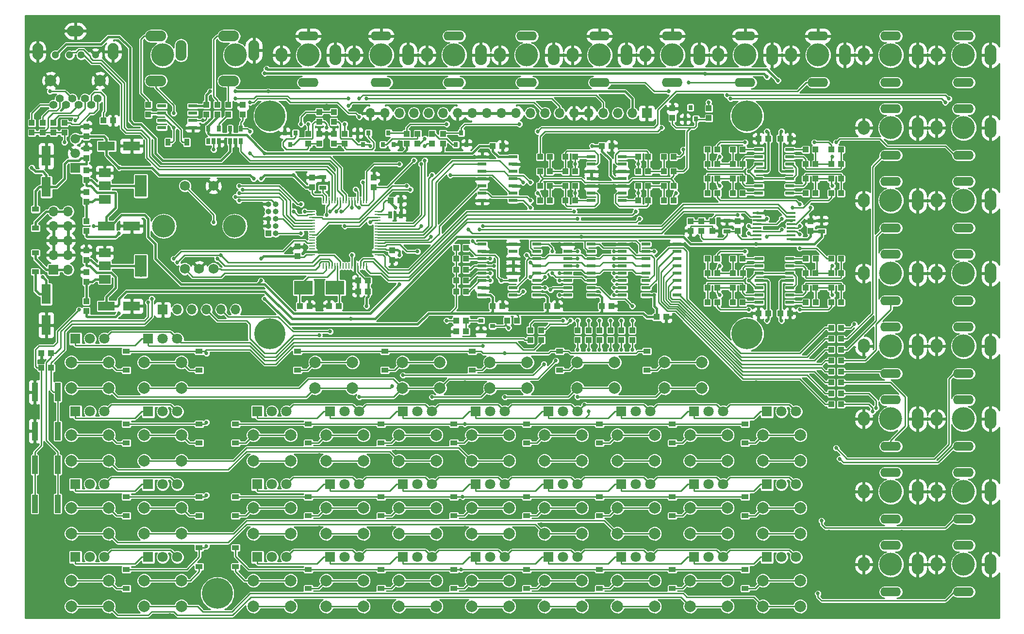
<source format=gtl>
G04 #@! TF.FileFunction,Copper,L1,Top,Signal*
%FSLAX46Y46*%
G04 Gerber Fmt 4.6, Leading zero omitted, Abs format (unit mm)*
G04 Created by KiCad (PCBNEW 4.0.7) date 2018 November 19, Monday 22:10:46*
%MOMM*%
%LPD*%
G01*
G04 APERTURE LIST*
%ADD10C,0.100000*%
%ADD11C,0.700000*%
%ADD12R,1.000000X1.000000*%
%ADD13R,1.700000X1.700000*%
%ADD14O,1.700000X1.700000*%
%ADD15O,1.000000X1.000000*%
%ADD16C,2.000000*%
%ADD17R,0.800000X0.900000*%
%ADD18R,0.250000X1.000000*%
%ADD19R,1.000000X0.250000*%
%ADD20R,1.000000X3.200000*%
%ADD21R,1.500000X0.600000*%
%ADD22R,1.500000X0.450000*%
%ADD23R,3.000000X1.600000*%
%ADD24R,1.600000X3.500000*%
%ADD25R,2.000000X3.800000*%
%ADD26R,2.000000X1.500000*%
%ADD27R,0.650000X1.060000*%
%ADD28C,1.400000*%
%ADD29O,2.100000X2.500000*%
%ADD30O,2.100000X3.600000*%
%ADD31O,3.600000X1.600000*%
%ADD32C,4.000000*%
%ADD33O,2.900000X1.900000*%
%ADD34C,1.300000*%
%ADD35O,1.900000X2.900000*%
%ADD36C,1.750000*%
%ADD37O,4.000000X4.000000*%
%ADD38R,0.900000X0.800000*%
%ADD39R,1.800000X1.800000*%
%ADD40C,1.800000*%
%ADD41C,1.676400*%
%ADD42R,1.676400X1.676400*%
%ADD43R,1.550000X0.600000*%
%ADD44R,3.325000X2.400000*%
%ADD45R,1.300000X0.700000*%
%ADD46R,0.700000X1.300000*%
%ADD47R,1.200000X0.900000*%
%ADD48R,0.900000X1.200000*%
%ADD49O,1.900000X3.600000*%
%ADD50O,3.600000X1.900000*%
%ADD51C,5.400000*%
%ADD52C,0.685800*%
%ADD53C,0.406400*%
%ADD54C,0.254000*%
G04 APERTURE END LIST*
D10*
D11*
X130175000Y-60960000D03*
X96520000Y-91440000D03*
X134620000Y-88900000D03*
X145415000Y-66675000D03*
X200025000Y-75565000D03*
X163830000Y-93980000D03*
X247015000Y-143510000D03*
X230505000Y-143510000D03*
X217805000Y-143510000D03*
X205105000Y-143510000D03*
X192405000Y-143510000D03*
X179705000Y-143510000D03*
X167005000Y-143510000D03*
X154305000Y-143510000D03*
X141605000Y-143510000D03*
X128905000Y-143510000D03*
X116205000Y-143510000D03*
X102870000Y-143510000D03*
X90805000Y-143510000D03*
X78105000Y-143510000D03*
X247015000Y-128270000D03*
X230505000Y-128905000D03*
X217805000Y-128905000D03*
X205105000Y-128270000D03*
X192405000Y-128270000D03*
X180340000Y-127635000D03*
X167640000Y-127635000D03*
X154305000Y-128270000D03*
X141605000Y-128270000D03*
X128905000Y-128270000D03*
X115570000Y-129540000D03*
X104140000Y-127635000D03*
X91440000Y-127635000D03*
X78105000Y-128270000D03*
X247015000Y-115570000D03*
X230505000Y-115570000D03*
X217805000Y-115570000D03*
X205105000Y-115570000D03*
X192405000Y-115570000D03*
X179705000Y-115570000D03*
X167005000Y-115570000D03*
X154940000Y-114935000D03*
X142240000Y-114935000D03*
X128905000Y-115570000D03*
X115570000Y-116840000D03*
X104140000Y-114935000D03*
X91440000Y-114935000D03*
X78105000Y-115570000D03*
X247015000Y-102870000D03*
X230505000Y-102870000D03*
X205105000Y-102870000D03*
X192405000Y-102870000D03*
X179705000Y-102235000D03*
X167005000Y-103505000D03*
X154305000Y-102870000D03*
X142240000Y-101600000D03*
X128905000Y-101600000D03*
X116205000Y-102870000D03*
X104140000Y-102235000D03*
X91440000Y-102235000D03*
X78105000Y-102235000D03*
X247015000Y-90170000D03*
X230505000Y-90170000D03*
X217805000Y-90805000D03*
X201295000Y-91440000D03*
X191770000Y-92710000D03*
X183515000Y-88265000D03*
X167005000Y-89535000D03*
X154940000Y-89535000D03*
X141605000Y-90170000D03*
X128905000Y-88265000D03*
X116205000Y-90170000D03*
X103505000Y-88265000D03*
X89535000Y-90170000D03*
X78105000Y-90170000D03*
X247015000Y-77470000D03*
X230505000Y-77470000D03*
X217805000Y-77470000D03*
X205105000Y-80010000D03*
X191770000Y-76200000D03*
X186690000Y-74295000D03*
X155575000Y-72390000D03*
X141605000Y-82550000D03*
X132715000Y-77470000D03*
X116205000Y-77470000D03*
X103505000Y-77470000D03*
X90805000Y-78740000D03*
X78105000Y-77470000D03*
X247015000Y-64770000D03*
X230505000Y-64770000D03*
X216535000Y-59690000D03*
X203835000Y-59690000D03*
X192405000Y-67310000D03*
X182880000Y-60325000D03*
X165735000Y-64770000D03*
X153670000Y-67945000D03*
X141605000Y-66040000D03*
X125730000Y-69850000D03*
X114300000Y-57150000D03*
X103505000Y-62865000D03*
X90805000Y-64770000D03*
X78105000Y-64135000D03*
X247015000Y-52070000D03*
X230505000Y-52070000D03*
X217805000Y-52070000D03*
X205740000Y-51435000D03*
X193675000Y-53340000D03*
X180975000Y-53340000D03*
X168275000Y-50800000D03*
X155575000Y-50800000D03*
X142875000Y-50800000D03*
X130175000Y-54610000D03*
X116205000Y-50800000D03*
X103505000Y-52070000D03*
X92710000Y-51435000D03*
X78105000Y-52070000D03*
X247015000Y-39370000D03*
X230505000Y-39370000D03*
X217805000Y-39370000D03*
X205105000Y-39370000D03*
X192405000Y-39370000D03*
X179705000Y-39370000D03*
X167005000Y-39370000D03*
X154305000Y-39370000D03*
X141605000Y-39370000D03*
X128905000Y-39370000D03*
X116205000Y-39370000D03*
X103505000Y-39370000D03*
X90805000Y-39370000D03*
D12*
X165735000Y-93765000D03*
X165735000Y-95465000D03*
D13*
X101600000Y-90170000D03*
D14*
X104140000Y-90170000D03*
X106680000Y-90170000D03*
X109220000Y-90170000D03*
X111760000Y-90170000D03*
X114300000Y-90170000D03*
D12*
X120015000Y-76835000D03*
D15*
X121285000Y-76835000D03*
X120015000Y-75565000D03*
X121285000Y-75565000D03*
X120015000Y-74295000D03*
X121285000Y-74295000D03*
X120015000Y-73025000D03*
X121285000Y-73025000D03*
X120015000Y-71755000D03*
X121285000Y-71755000D03*
D16*
X206300000Y-141950000D03*
X212800000Y-141950000D03*
X212800000Y-137450000D03*
X206300000Y-137450000D03*
X193600000Y-141950000D03*
X200100000Y-141950000D03*
X200100000Y-137450000D03*
X193600000Y-137450000D03*
X180900000Y-141950000D03*
X187400000Y-141950000D03*
X187400000Y-137450000D03*
X180900000Y-137450000D03*
X168200000Y-141950000D03*
X174700000Y-141950000D03*
X174700000Y-137450000D03*
X168200000Y-137450000D03*
X155500000Y-141950000D03*
X162000000Y-141950000D03*
X162000000Y-137450000D03*
X155500000Y-137450000D03*
X142800000Y-141950000D03*
X149300000Y-141950000D03*
X149300000Y-137450000D03*
X142800000Y-137450000D03*
X130100000Y-141950000D03*
X136600000Y-141950000D03*
X136600000Y-137450000D03*
X130100000Y-137450000D03*
X117400000Y-141950000D03*
X123900000Y-141950000D03*
X123900000Y-137450000D03*
X117400000Y-137450000D03*
X206300000Y-129250000D03*
X212800000Y-129250000D03*
X212800000Y-124750000D03*
X206300000Y-124750000D03*
X193600000Y-129250000D03*
X200100000Y-129250000D03*
X200100000Y-124750000D03*
X193600000Y-124750000D03*
X180900000Y-129250000D03*
X187400000Y-129250000D03*
X187400000Y-124750000D03*
X180900000Y-124750000D03*
X168200000Y-129250000D03*
X174700000Y-129250000D03*
X174700000Y-124750000D03*
X168200000Y-124750000D03*
X155500000Y-129250000D03*
X162000000Y-129250000D03*
X162000000Y-124750000D03*
X155500000Y-124750000D03*
X142800000Y-129250000D03*
X149300000Y-129250000D03*
X149300000Y-124750000D03*
X142800000Y-124750000D03*
X130100000Y-129250000D03*
X136600000Y-129250000D03*
X136600000Y-124750000D03*
X130100000Y-124750000D03*
X117400000Y-129250000D03*
X123900000Y-129250000D03*
X123900000Y-124750000D03*
X117400000Y-124750000D03*
X206300000Y-116550000D03*
X212800000Y-116550000D03*
X212800000Y-112050000D03*
X206300000Y-112050000D03*
X193600000Y-116550000D03*
X200100000Y-116550000D03*
X200100000Y-112050000D03*
X193600000Y-112050000D03*
X180900000Y-116550000D03*
X187400000Y-116550000D03*
X187400000Y-112050000D03*
X180900000Y-112050000D03*
X168200000Y-116550000D03*
X174700000Y-116550000D03*
X174700000Y-112050000D03*
X168200000Y-112050000D03*
X155500000Y-116550000D03*
X162000000Y-116550000D03*
X162000000Y-112050000D03*
X155500000Y-112050000D03*
X142800000Y-116550000D03*
X149300000Y-116550000D03*
X149300000Y-112050000D03*
X142800000Y-112050000D03*
X130100000Y-116550000D03*
X136600000Y-116550000D03*
X136600000Y-112050000D03*
X130100000Y-112050000D03*
X117400000Y-116550000D03*
X123900000Y-116550000D03*
X123900000Y-112050000D03*
X117400000Y-112050000D03*
X98350000Y-141950000D03*
X104850000Y-141950000D03*
X104850000Y-137450000D03*
X98350000Y-137450000D03*
X85650000Y-141950000D03*
X92150000Y-141950000D03*
X92150000Y-137450000D03*
X85650000Y-137450000D03*
X98350000Y-129250000D03*
X104850000Y-129250000D03*
X104850000Y-124750000D03*
X98350000Y-124750000D03*
X85650000Y-129250000D03*
X92150000Y-129250000D03*
X92150000Y-124750000D03*
X85650000Y-124750000D03*
X98350000Y-116550000D03*
X104850000Y-116550000D03*
X104850000Y-112050000D03*
X98350000Y-112050000D03*
X85650000Y-116550000D03*
X92150000Y-116550000D03*
X92150000Y-112050000D03*
X85650000Y-112050000D03*
X98350000Y-103850000D03*
X104850000Y-103850000D03*
X104850000Y-99350000D03*
X98350000Y-99350000D03*
X85650000Y-103850000D03*
X92150000Y-103850000D03*
X92150000Y-99350000D03*
X85650000Y-99350000D03*
X189155000Y-103850000D03*
X195655000Y-103850000D03*
X195655000Y-99350000D03*
X189155000Y-99350000D03*
X173915000Y-103850000D03*
X180415000Y-103850000D03*
X180415000Y-99350000D03*
X173915000Y-99350000D03*
X158675000Y-103850000D03*
X165175000Y-103850000D03*
X165175000Y-99350000D03*
X158675000Y-99350000D03*
X143435000Y-103850000D03*
X149935000Y-103850000D03*
X149935000Y-99350000D03*
X143435000Y-99350000D03*
X128195000Y-103850000D03*
X134695000Y-103850000D03*
X134695000Y-99350000D03*
X128195000Y-99350000D03*
D17*
X152720000Y-61325000D03*
X154620000Y-61325000D03*
X153670000Y-59325000D03*
X137475000Y-59325000D03*
X135575000Y-59325000D03*
X136525000Y-61325000D03*
X140020000Y-61325000D03*
X141920000Y-61325000D03*
X140970000Y-59325000D03*
X124775000Y-59325000D03*
X122875000Y-59325000D03*
X123825000Y-61325000D03*
D18*
X129600000Y-82520000D03*
X130100000Y-82520000D03*
X130600000Y-82520000D03*
X131100000Y-82520000D03*
X131600000Y-82520000D03*
X132100000Y-82520000D03*
X132600000Y-82520000D03*
X133100000Y-82520000D03*
X133600000Y-82520000D03*
X134100000Y-82520000D03*
X134600000Y-82520000D03*
X135100000Y-82520000D03*
X135600000Y-82520000D03*
X136100000Y-82520000D03*
X136600000Y-82520000D03*
X137100000Y-82520000D03*
D19*
X139050000Y-80570000D03*
X139050000Y-80070000D03*
X139050000Y-79570000D03*
X139050000Y-79070000D03*
X139050000Y-78570000D03*
X139050000Y-78070000D03*
X139050000Y-77570000D03*
X139050000Y-77070000D03*
X139050000Y-76570000D03*
X139050000Y-76070000D03*
X139050000Y-75570000D03*
X139050000Y-75070000D03*
X139050000Y-74570000D03*
X139050000Y-74070000D03*
X139050000Y-73570000D03*
X139050000Y-73070000D03*
D18*
X137100000Y-71120000D03*
X136600000Y-71120000D03*
X136100000Y-71120000D03*
X135600000Y-71120000D03*
X135100000Y-71120000D03*
X134600000Y-71120000D03*
X134100000Y-71120000D03*
X133600000Y-71120000D03*
X133100000Y-71120000D03*
X132600000Y-71120000D03*
X132100000Y-71120000D03*
X131600000Y-71120000D03*
X131100000Y-71120000D03*
X130600000Y-71120000D03*
X130100000Y-71120000D03*
X129600000Y-71120000D03*
D19*
X127650000Y-73070000D03*
X127650000Y-73570000D03*
X127650000Y-74070000D03*
X127650000Y-74570000D03*
X127650000Y-75070000D03*
X127650000Y-75570000D03*
X127650000Y-76070000D03*
X127650000Y-76570000D03*
X127650000Y-77070000D03*
X127650000Y-77570000D03*
X127650000Y-78070000D03*
X127650000Y-78570000D03*
X127650000Y-79070000D03*
X127650000Y-79570000D03*
X127650000Y-80070000D03*
X127650000Y-80570000D03*
D20*
X83280000Y-124050000D03*
X83280000Y-117250000D03*
X79280000Y-117250000D03*
X79280000Y-124050000D03*
X79280000Y-104550000D03*
X79280000Y-111350000D03*
X83280000Y-111350000D03*
X83280000Y-104550000D03*
D21*
X181770000Y-71120000D03*
X181770000Y-69850000D03*
X181770000Y-68580000D03*
X181770000Y-67310000D03*
X181770000Y-66040000D03*
X181770000Y-64770000D03*
X181770000Y-63500000D03*
X176370000Y-63500000D03*
X176370000Y-64770000D03*
X176370000Y-66040000D03*
X176370000Y-67310000D03*
X176370000Y-68580000D03*
X176370000Y-69850000D03*
X176370000Y-71120000D03*
D22*
X205330000Y-73290000D03*
X205330000Y-73940000D03*
X205330000Y-74590000D03*
X205330000Y-75240000D03*
X205330000Y-75890000D03*
X205330000Y-76540000D03*
X205330000Y-77190000D03*
X205330000Y-77840000D03*
X211230000Y-77840000D03*
X211230000Y-77190000D03*
X211230000Y-76540000D03*
X211230000Y-75890000D03*
X211230000Y-75240000D03*
X211230000Y-74590000D03*
X211230000Y-73940000D03*
X211230000Y-73290000D03*
D23*
X91780000Y-75565000D03*
X96180000Y-75565000D03*
D24*
X81280000Y-68740000D03*
X81280000Y-63340000D03*
X81280000Y-92870000D03*
X81280000Y-87470000D03*
D23*
X91780000Y-89535000D03*
X96180000Y-89535000D03*
X91780000Y-61595000D03*
X96180000Y-61595000D03*
D17*
X192725000Y-56880000D03*
X194625000Y-56880000D03*
X193675000Y-54880000D03*
D13*
X82550000Y-83185000D03*
D14*
X85090000Y-83185000D03*
X82550000Y-80645000D03*
X85090000Y-80645000D03*
X82550000Y-78105000D03*
X85090000Y-78105000D03*
X82550000Y-75565000D03*
X85090000Y-75565000D03*
X82550000Y-73025000D03*
X85090000Y-73025000D03*
D25*
X97765000Y-68580000D03*
D26*
X91465000Y-68580000D03*
X91465000Y-70880000D03*
X91465000Y-66280000D03*
D25*
X97765000Y-82550000D03*
D26*
X91465000Y-82550000D03*
X91465000Y-84850000D03*
X91465000Y-80250000D03*
D27*
X113350000Y-60790000D03*
X114300000Y-60790000D03*
X115250000Y-60790000D03*
X115250000Y-58590000D03*
X113350000Y-58590000D03*
D28*
X90210000Y-53340000D03*
X89110000Y-54440000D03*
X88010000Y-53340000D03*
X86910000Y-54440000D03*
X85810000Y-53340000D03*
X84710000Y-54440000D03*
X83610000Y-53340000D03*
X82510000Y-54440000D03*
D16*
X90660000Y-50170000D03*
X82060000Y-50170000D03*
D21*
X172245000Y-87630000D03*
X172245000Y-86360000D03*
X172245000Y-85090000D03*
X172245000Y-83820000D03*
X172245000Y-82550000D03*
X172245000Y-81280000D03*
X172245000Y-80010000D03*
X172245000Y-78740000D03*
X166845000Y-78740000D03*
X166845000Y-80010000D03*
X166845000Y-81280000D03*
X166845000Y-82550000D03*
X166845000Y-83820000D03*
X166845000Y-85090000D03*
X166845000Y-86360000D03*
X166845000Y-87630000D03*
X181770000Y-87630000D03*
X181770000Y-86360000D03*
X181770000Y-85090000D03*
X181770000Y-83820000D03*
X181770000Y-82550000D03*
X181770000Y-81280000D03*
X181770000Y-80010000D03*
X181770000Y-78740000D03*
X176370000Y-78740000D03*
X176370000Y-80010000D03*
X176370000Y-81280000D03*
X176370000Y-82550000D03*
X176370000Y-83820000D03*
X176370000Y-85090000D03*
X176370000Y-86360000D03*
X176370000Y-87630000D03*
X191295000Y-87630000D03*
X191295000Y-86360000D03*
X191295000Y-85090000D03*
X191295000Y-83820000D03*
X191295000Y-82550000D03*
X191295000Y-81280000D03*
X191295000Y-80010000D03*
X191295000Y-78740000D03*
X185895000Y-78740000D03*
X185895000Y-80010000D03*
X185895000Y-81280000D03*
X185895000Y-82550000D03*
X185895000Y-83820000D03*
X185895000Y-85090000D03*
X185895000Y-86360000D03*
X185895000Y-87630000D03*
X162720000Y-87630000D03*
X162720000Y-86360000D03*
X162720000Y-85090000D03*
X162720000Y-83820000D03*
X162720000Y-82550000D03*
X162720000Y-81280000D03*
X162720000Y-80010000D03*
X162720000Y-78740000D03*
X157320000Y-78740000D03*
X157320000Y-80010000D03*
X157320000Y-81280000D03*
X157320000Y-82550000D03*
X157320000Y-83820000D03*
X157320000Y-85090000D03*
X157320000Y-86360000D03*
X157320000Y-87630000D03*
X210980000Y-69850000D03*
X210980000Y-68580000D03*
X210980000Y-67310000D03*
X210980000Y-66040000D03*
X210980000Y-64770000D03*
X210980000Y-63500000D03*
X210980000Y-62230000D03*
X205580000Y-62230000D03*
X205580000Y-63500000D03*
X205580000Y-64770000D03*
X205580000Y-66040000D03*
X205580000Y-67310000D03*
X205580000Y-68580000D03*
X205580000Y-69850000D03*
X210999434Y-88900000D03*
X210999434Y-87630000D03*
X210999434Y-86360000D03*
X210999434Y-85090000D03*
X210999434Y-83820000D03*
X210999434Y-82550000D03*
X210999434Y-81280000D03*
X205599434Y-81280000D03*
X205599434Y-82550000D03*
X205599434Y-83820000D03*
X205599434Y-85090000D03*
X205599434Y-86360000D03*
X205599434Y-87630000D03*
X205599434Y-88900000D03*
X157320000Y-63500000D03*
X157320000Y-64770000D03*
X157320000Y-66040000D03*
X157320000Y-67310000D03*
X157320000Y-68580000D03*
X157320000Y-69850000D03*
X157320000Y-71120000D03*
X162720000Y-71120000D03*
X162720000Y-69850000D03*
X162720000Y-68580000D03*
X162720000Y-67310000D03*
X162720000Y-66040000D03*
X162720000Y-64770000D03*
X162720000Y-63500000D03*
D29*
X160400000Y-45720000D03*
D30*
X169800000Y-45720000D03*
D31*
X165100000Y-42420000D03*
X165100000Y-50520000D03*
D32*
X165100000Y-45720000D03*
D29*
X135000000Y-45720000D03*
D30*
X144400000Y-45720000D03*
D31*
X139700000Y-42420000D03*
X139700000Y-50520000D03*
D32*
X139700000Y-45720000D03*
D29*
X223900000Y-134620000D03*
D30*
X233300000Y-134620000D03*
D31*
X228600000Y-131320000D03*
X228600000Y-139420000D03*
D32*
X228600000Y-134620000D03*
D29*
X223900000Y-121920000D03*
D30*
X233300000Y-121920000D03*
D31*
X228600000Y-118620000D03*
X228600000Y-126720000D03*
D32*
X228600000Y-121920000D03*
D29*
X223900000Y-109220000D03*
D30*
X233300000Y-109220000D03*
D31*
X228600000Y-105920000D03*
X228600000Y-114020000D03*
D32*
X228600000Y-109220000D03*
D29*
X223900000Y-96520000D03*
D30*
X233300000Y-96520000D03*
D31*
X228600000Y-93220000D03*
X228600000Y-101320000D03*
D32*
X228600000Y-96520000D03*
D29*
X223900000Y-83820000D03*
D30*
X233300000Y-83820000D03*
D31*
X228600000Y-80520000D03*
X228600000Y-88620000D03*
D32*
X228600000Y-83820000D03*
D29*
X223900000Y-71120000D03*
D30*
X233300000Y-71120000D03*
D31*
X228600000Y-67820000D03*
X228600000Y-75920000D03*
D32*
X228600000Y-71120000D03*
D29*
X223900000Y-58420000D03*
D30*
X233300000Y-58420000D03*
D31*
X228600000Y-55120000D03*
X228600000Y-63220000D03*
D32*
X228600000Y-58420000D03*
D29*
X223900000Y-45720000D03*
D30*
X233300000Y-45720000D03*
D31*
X228600000Y-42420000D03*
X228600000Y-50520000D03*
D32*
X228600000Y-45720000D03*
D29*
X211200000Y-45720000D03*
D30*
X220600000Y-45720000D03*
D31*
X215900000Y-42420000D03*
X215900000Y-50520000D03*
D32*
X215900000Y-45720000D03*
D29*
X198500000Y-45720000D03*
D30*
X207900000Y-45720000D03*
D31*
X203200000Y-42420000D03*
X203200000Y-50520000D03*
D32*
X203200000Y-45720000D03*
D29*
X185800000Y-45720000D03*
D30*
X195200000Y-45720000D03*
D31*
X190500000Y-42420000D03*
X190500000Y-50520000D03*
D32*
X190500000Y-45720000D03*
D29*
X173100000Y-45720000D03*
D30*
X182500000Y-45720000D03*
D31*
X177800000Y-42420000D03*
X177800000Y-50520000D03*
D32*
X177800000Y-45720000D03*
D29*
X236600000Y-134620000D03*
D30*
X246000000Y-134620000D03*
D31*
X241300000Y-131320000D03*
X241300000Y-139420000D03*
D32*
X241300000Y-134620000D03*
D29*
X236600000Y-121920000D03*
D30*
X246000000Y-121920000D03*
D31*
X241300000Y-118620000D03*
X241300000Y-126720000D03*
D32*
X241300000Y-121920000D03*
D29*
X236600000Y-109220000D03*
D30*
X246000000Y-109220000D03*
D31*
X241300000Y-105920000D03*
X241300000Y-114020000D03*
D32*
X241300000Y-109220000D03*
D29*
X236600000Y-96520000D03*
D30*
X246000000Y-96520000D03*
D31*
X241300000Y-93220000D03*
X241300000Y-101320000D03*
D32*
X241300000Y-96520000D03*
D29*
X236600000Y-83820000D03*
D30*
X246000000Y-83820000D03*
D31*
X241300000Y-80520000D03*
X241300000Y-88620000D03*
D32*
X241300000Y-83820000D03*
D29*
X236600000Y-71120000D03*
D30*
X246000000Y-71120000D03*
D31*
X241300000Y-67820000D03*
X241300000Y-75920000D03*
D32*
X241300000Y-71120000D03*
D29*
X236600000Y-58420000D03*
D30*
X246000000Y-58420000D03*
D31*
X241300000Y-55120000D03*
X241300000Y-63220000D03*
D32*
X241300000Y-58420000D03*
D29*
X236600000Y-45720000D03*
D30*
X246000000Y-45720000D03*
D31*
X241300000Y-42420000D03*
X241300000Y-50520000D03*
D32*
X241300000Y-45720000D03*
D29*
X147700000Y-45720000D03*
D30*
X157100000Y-45720000D03*
D31*
X152400000Y-42420000D03*
X152400000Y-50520000D03*
D32*
X152400000Y-45720000D03*
D29*
X122300000Y-45720000D03*
D30*
X131700000Y-45720000D03*
D31*
X127000000Y-42420000D03*
X127000000Y-50520000D03*
D32*
X127000000Y-45720000D03*
D33*
X86360000Y-41540000D03*
D34*
X82860000Y-45720000D03*
X85360000Y-45720000D03*
X87360000Y-45720000D03*
X89860000Y-45720000D03*
D35*
X79790000Y-45120000D03*
X92930000Y-45120000D03*
D36*
X105450000Y-83065000D03*
X110450000Y-83065000D03*
X107950000Y-83065000D03*
X110450000Y-68565000D03*
X105450000Y-68565000D03*
D37*
X114150000Y-75565000D03*
X101750000Y-75565000D03*
D38*
X157115000Y-92075000D03*
X157115000Y-93975000D03*
X159115000Y-93025000D03*
D39*
X86360000Y-95250000D03*
D40*
X88900000Y-95250000D03*
X91440000Y-95250000D03*
D39*
X99060000Y-95250000D03*
D40*
X101600000Y-95250000D03*
X104140000Y-95250000D03*
D39*
X86360000Y-107950000D03*
D40*
X88900000Y-107950000D03*
X91440000Y-107950000D03*
D39*
X99060000Y-107950000D03*
D40*
X101600000Y-107950000D03*
X104140000Y-107950000D03*
D39*
X86360000Y-120650000D03*
D40*
X88900000Y-120650000D03*
X91440000Y-120650000D03*
D39*
X99060000Y-120650000D03*
D40*
X101600000Y-120650000D03*
X104140000Y-120650000D03*
D39*
X86360000Y-133350000D03*
D40*
X88900000Y-133350000D03*
X91440000Y-133350000D03*
D39*
X99060000Y-133350000D03*
D40*
X101600000Y-133350000D03*
X104140000Y-133350000D03*
D39*
X118110000Y-107950000D03*
D40*
X120650000Y-107950000D03*
X123190000Y-107950000D03*
D39*
X130810000Y-107950000D03*
D40*
X133350000Y-107950000D03*
X135890000Y-107950000D03*
D39*
X143510000Y-107950000D03*
D40*
X146050000Y-107950000D03*
X148590000Y-107950000D03*
D39*
X156210000Y-107950000D03*
D40*
X158750000Y-107950000D03*
X161290000Y-107950000D03*
D39*
X168910000Y-107950000D03*
D40*
X171450000Y-107950000D03*
X173990000Y-107950000D03*
D39*
X181610000Y-107950000D03*
D40*
X184150000Y-107950000D03*
X186690000Y-107950000D03*
D39*
X194310000Y-107950000D03*
D40*
X196850000Y-107950000D03*
X199390000Y-107950000D03*
D39*
X207010000Y-107950000D03*
D40*
X209550000Y-107950000D03*
X212090000Y-107950000D03*
D39*
X118110000Y-120650000D03*
D40*
X120650000Y-120650000D03*
X123190000Y-120650000D03*
D39*
X130810000Y-120650000D03*
D40*
X133350000Y-120650000D03*
X135890000Y-120650000D03*
D39*
X143510000Y-120650000D03*
D40*
X146050000Y-120650000D03*
X148590000Y-120650000D03*
D39*
X156210000Y-120650000D03*
D40*
X158750000Y-120650000D03*
X161290000Y-120650000D03*
D39*
X168910000Y-120650000D03*
D40*
X171450000Y-120650000D03*
X173990000Y-120650000D03*
D39*
X181610000Y-120650000D03*
D40*
X184150000Y-120650000D03*
X186690000Y-120650000D03*
D39*
X194310000Y-120650000D03*
D40*
X196850000Y-120650000D03*
X199390000Y-120650000D03*
D39*
X207010000Y-120650000D03*
D40*
X209550000Y-120650000D03*
X212090000Y-120650000D03*
D39*
X118110000Y-133350000D03*
D40*
X120650000Y-133350000D03*
X123190000Y-133350000D03*
D39*
X130810000Y-133350000D03*
D40*
X133350000Y-133350000D03*
X135890000Y-133350000D03*
D39*
X143510000Y-133350000D03*
D40*
X146050000Y-133350000D03*
X148590000Y-133350000D03*
D39*
X156210000Y-133350000D03*
D40*
X158750000Y-133350000D03*
X161290000Y-133350000D03*
D39*
X168910000Y-133350000D03*
D40*
X171450000Y-133350000D03*
X173990000Y-133350000D03*
D39*
X181610000Y-133350000D03*
D40*
X184150000Y-133350000D03*
X186690000Y-133350000D03*
D39*
X194310000Y-133350000D03*
D40*
X196850000Y-133350000D03*
X199390000Y-133350000D03*
D39*
X207010000Y-133350000D03*
D40*
X209550000Y-133350000D03*
X212090000Y-133350000D03*
D41*
X86360000Y-62865000D03*
D42*
X86360000Y-65405000D03*
D41*
X86360000Y-60325000D03*
D27*
X109540000Y-60790000D03*
X110490000Y-60790000D03*
X111440000Y-60790000D03*
X111440000Y-58590000D03*
X109540000Y-58590000D03*
D43*
X101440000Y-54610000D03*
X101440000Y-55880000D03*
X101440000Y-57150000D03*
X101440000Y-58420000D03*
X106840000Y-58420000D03*
X106840000Y-57150000D03*
X106840000Y-55880000D03*
X106840000Y-54610000D03*
D44*
X131667500Y-86360000D03*
X126142500Y-86360000D03*
D12*
X148590000Y-61175000D03*
X148590000Y-59475000D03*
X133350000Y-59475000D03*
X133350000Y-61175000D03*
X150495000Y-59475000D03*
X150495000Y-61175000D03*
X131445000Y-57365000D03*
X131445000Y-55665000D03*
X146050000Y-61175000D03*
X146050000Y-59475000D03*
X127000000Y-59475000D03*
X127000000Y-61175000D03*
X144145000Y-59475000D03*
X144145000Y-61175000D03*
X128905000Y-57365000D03*
X128905000Y-55665000D03*
X218225000Y-106680000D03*
X219925000Y-106680000D03*
X218225000Y-104775000D03*
X219925000Y-104775000D03*
X218225000Y-102870000D03*
X219925000Y-102870000D03*
X218225000Y-100965000D03*
X219925000Y-100965000D03*
X218225000Y-99060000D03*
X219925000Y-99060000D03*
X218225000Y-97155000D03*
X219925000Y-97155000D03*
X218225000Y-95250000D03*
X219925000Y-95250000D03*
X218225000Y-93345000D03*
X219925000Y-93345000D03*
X82130000Y-100330000D03*
X80430000Y-100330000D03*
X80430000Y-97790000D03*
X82130000Y-97790000D03*
X186270000Y-68580000D03*
X184570000Y-68580000D03*
X186270000Y-66040000D03*
X184570000Y-66040000D03*
X190715000Y-68580000D03*
X189015000Y-68580000D03*
X190715000Y-66040000D03*
X189015000Y-66040000D03*
X190715000Y-71120000D03*
X189015000Y-71120000D03*
X190715000Y-63500000D03*
X189015000Y-63500000D03*
X171870000Y-66040000D03*
X173570000Y-66040000D03*
X171870000Y-68580000D03*
X173570000Y-68580000D03*
X167425000Y-66040000D03*
X169125000Y-66040000D03*
X167425000Y-68580000D03*
X169125000Y-68580000D03*
X167425000Y-63500000D03*
X169125000Y-63500000D03*
X167425000Y-71120000D03*
X169125000Y-71120000D03*
X109220000Y-56095000D03*
X109220000Y-54395000D03*
X99060000Y-54395000D03*
X99060000Y-56095000D03*
X113030000Y-54395000D03*
X113030000Y-56095000D03*
X111125000Y-54395000D03*
X111125000Y-56095000D03*
X88265000Y-76415000D03*
X88265000Y-74715000D03*
X88265000Y-90385000D03*
X88265000Y-88685000D03*
X196850000Y-56730000D03*
X196850000Y-55030000D03*
X115570000Y-54395000D03*
X115570000Y-56095000D03*
X213780000Y-62230000D03*
X215480000Y-62230000D03*
X213780000Y-69850000D03*
X215480000Y-69850000D03*
X202780000Y-62230000D03*
X201080000Y-62230000D03*
X202780000Y-69850000D03*
X201080000Y-69850000D03*
X218225000Y-69850000D03*
X219925000Y-69850000D03*
X213780000Y-67310000D03*
X215480000Y-67310000D03*
X218225000Y-62230000D03*
X219925000Y-62230000D03*
X213780000Y-64770000D03*
X215480000Y-64770000D03*
X198335000Y-62230000D03*
X196635000Y-62230000D03*
X202780000Y-64770000D03*
X201080000Y-64770000D03*
X198335000Y-69850000D03*
X196635000Y-69850000D03*
X202780000Y-67310000D03*
X201080000Y-67310000D03*
X213799434Y-88900000D03*
X215499434Y-88900000D03*
X213799434Y-81280000D03*
X215499434Y-81280000D03*
X202780000Y-81280000D03*
X201080000Y-81280000D03*
X202780000Y-88900000D03*
X201080000Y-88900000D03*
X218225000Y-88900000D03*
X219925000Y-88900000D03*
X213780000Y-86360000D03*
X215480000Y-86360000D03*
X218225000Y-81280000D03*
X219925000Y-81280000D03*
X213780000Y-83820000D03*
X215480000Y-83820000D03*
X198335000Y-81280000D03*
X196635000Y-81280000D03*
X202799434Y-83820000D03*
X201099434Y-83820000D03*
X198335000Y-88900000D03*
X196635000Y-88900000D03*
X202780000Y-86360000D03*
X201080000Y-86360000D03*
X154520000Y-81280000D03*
X152820000Y-81280000D03*
X154520000Y-83185000D03*
X152820000Y-83185000D03*
X154520000Y-85090000D03*
X152820000Y-85090000D03*
X154520000Y-86995000D03*
X152820000Y-86995000D03*
X154520000Y-79375000D03*
X152820000Y-79375000D03*
X183515000Y-93765000D03*
X183515000Y-95465000D03*
X181610000Y-93765000D03*
X181610000Y-95465000D03*
X179705000Y-93765000D03*
X179705000Y-95465000D03*
X177800000Y-93765000D03*
X177800000Y-95465000D03*
X175895000Y-93765000D03*
X175895000Y-95465000D03*
X173990000Y-93765000D03*
X173990000Y-95465000D03*
X167640000Y-93765000D03*
X167640000Y-95465000D03*
X195580000Y-74715000D03*
X195580000Y-76415000D03*
X193675000Y-76415000D03*
X193675000Y-74715000D03*
X78740000Y-59270000D03*
X78740000Y-57570000D03*
X80645000Y-59270000D03*
X80645000Y-57570000D03*
X82550000Y-59270000D03*
X82550000Y-57570000D03*
X84455000Y-59270000D03*
X84455000Y-57570000D03*
X161710000Y-92075000D03*
X163410000Y-92075000D03*
X91225000Y-57150000D03*
X92925000Y-57150000D03*
X152820000Y-92075000D03*
X154520000Y-92075000D03*
X152820000Y-93980000D03*
X154520000Y-93980000D03*
X138430000Y-67095000D03*
X138430000Y-68795000D03*
X130595000Y-89535000D03*
X132295000Y-89535000D03*
X127215000Y-89535000D03*
X125515000Y-89535000D03*
X187745000Y-91440000D03*
X189445000Y-91440000D03*
X178220000Y-89535000D03*
X179920000Y-89535000D03*
X168695000Y-89535000D03*
X170395000Y-89535000D03*
X159170000Y-89535000D03*
X160870000Y-89535000D03*
X159170000Y-61595000D03*
X160870000Y-61595000D03*
X184570000Y-71120000D03*
X186270000Y-71120000D03*
X184570000Y-63500000D03*
X186270000Y-63500000D03*
X173570000Y-63500000D03*
X171870000Y-63500000D03*
X173570000Y-71120000D03*
X171870000Y-71120000D03*
X178220000Y-61595000D03*
X179920000Y-61595000D03*
X88265000Y-71335000D03*
X88265000Y-69635000D03*
X88265000Y-67525000D03*
X88265000Y-65825000D03*
X88265000Y-85305000D03*
X88265000Y-83605000D03*
X88265000Y-81495000D03*
X88265000Y-79795000D03*
X190500000Y-56730000D03*
X190500000Y-55030000D03*
X88265000Y-63715000D03*
X88265000Y-62015000D03*
X88265000Y-59905000D03*
X88265000Y-58205000D03*
X125095000Y-80860000D03*
X125095000Y-79160000D03*
X141605000Y-79795000D03*
X141605000Y-81495000D03*
X141390000Y-71120000D03*
X143090000Y-71120000D03*
X127635000Y-68795000D03*
X127635000Y-67095000D03*
X137375000Y-86995000D03*
X135675000Y-86995000D03*
X137375000Y-85090000D03*
X135675000Y-85090000D03*
X218225000Y-67310000D03*
X219925000Y-67310000D03*
X218225000Y-64770000D03*
X219925000Y-64770000D03*
X198335000Y-64770000D03*
X196635000Y-64770000D03*
X198335000Y-67310000D03*
X196635000Y-67310000D03*
X218225000Y-86360000D03*
X219925000Y-86360000D03*
X218225000Y-83820000D03*
X219925000Y-83820000D03*
X198335000Y-83820000D03*
X196635000Y-83820000D03*
X198335000Y-86360000D03*
X196635000Y-86360000D03*
X209335000Y-60325000D03*
X211035000Y-60325000D03*
X209335000Y-90805000D03*
X211035000Y-90805000D03*
X205525000Y-60325000D03*
X207225000Y-60325000D03*
X205525000Y-90805000D03*
X207225000Y-90805000D03*
X201930000Y-76415000D03*
X201930000Y-74715000D03*
X214630000Y-76415000D03*
X214630000Y-74715000D03*
X197485000Y-74715000D03*
X197485000Y-76415000D03*
D45*
X216535000Y-76515000D03*
X216535000Y-74615000D03*
X200025000Y-76515000D03*
X200025000Y-74615000D03*
D46*
X143190000Y-73660000D03*
X141290000Y-73660000D03*
D45*
X129540000Y-66995000D03*
X129540000Y-68895000D03*
D47*
X79375000Y-83565000D03*
X79375000Y-80265000D03*
X79375000Y-75945000D03*
X79375000Y-72645000D03*
D48*
X102490000Y-60960000D03*
X105790000Y-60960000D03*
D47*
X125095000Y-97410000D03*
X125095000Y-100710000D03*
X140335000Y-97410000D03*
X140335000Y-100710000D03*
X155575000Y-97410000D03*
X155575000Y-100710000D03*
X170815000Y-97410000D03*
X170815000Y-100710000D03*
X186055000Y-97410000D03*
X186055000Y-100710000D03*
X95250000Y-97410000D03*
X95250000Y-100710000D03*
X107950000Y-97410000D03*
X107950000Y-100710000D03*
X95250000Y-110110000D03*
X95250000Y-113410000D03*
X107950000Y-110110000D03*
X107950000Y-113410000D03*
X95250000Y-122810000D03*
X95250000Y-126110000D03*
X107950000Y-122810000D03*
X107950000Y-126110000D03*
X95250000Y-135510000D03*
X95250000Y-138810000D03*
X107950000Y-131700000D03*
X107950000Y-135000000D03*
X114300000Y-110110000D03*
X114300000Y-113410000D03*
X127000000Y-110110000D03*
X127000000Y-113410000D03*
X139700000Y-110110000D03*
X139700000Y-113410000D03*
X152400000Y-110110000D03*
X152400000Y-113410000D03*
X165100000Y-110110000D03*
X165100000Y-113410000D03*
X177800000Y-110110000D03*
X177800000Y-113410000D03*
X190500000Y-110110000D03*
X190500000Y-113410000D03*
X203200000Y-110110000D03*
X203200000Y-113410000D03*
X114300000Y-122810000D03*
X114300000Y-126110000D03*
X127000000Y-122810000D03*
X127000000Y-126110000D03*
X139700000Y-122810000D03*
X139700000Y-126110000D03*
X152400000Y-122810000D03*
X152400000Y-126110000D03*
X165100000Y-122810000D03*
X165100000Y-126110000D03*
X177800000Y-122810000D03*
X177800000Y-126110000D03*
X190500000Y-122810000D03*
X190500000Y-126110000D03*
X203200000Y-122810000D03*
X203200000Y-126110000D03*
X114300000Y-131700000D03*
X114300000Y-135000000D03*
X127000000Y-135510000D03*
X127000000Y-138810000D03*
X139700000Y-135510000D03*
X139700000Y-138810000D03*
X152400000Y-135510000D03*
X152400000Y-138810000D03*
X165100000Y-135510000D03*
X165100000Y-138810000D03*
X177800000Y-135510000D03*
X177800000Y-138810000D03*
X190500000Y-135510000D03*
X190500000Y-138810000D03*
X203200000Y-135510000D03*
X203200000Y-138810000D03*
D49*
X104800000Y-44920000D03*
D50*
X100400000Y-50220000D03*
X100400000Y-42420000D03*
D32*
X101600000Y-45720000D03*
D49*
X117500000Y-44920000D03*
D50*
X113100000Y-50220000D03*
X113100000Y-42420000D03*
D32*
X114300000Y-45720000D03*
D11*
X78105000Y-39370000D03*
D13*
X186055000Y-55880000D03*
D14*
X183515000Y-55880000D03*
X180975000Y-55880000D03*
X178435000Y-55880000D03*
X175895000Y-55880000D03*
X173355000Y-55880000D03*
X170815000Y-55880000D03*
X168275000Y-55880000D03*
X165735000Y-55880000D03*
X163195000Y-55880000D03*
X160655000Y-55880000D03*
X158115000Y-55880000D03*
X155575000Y-55880000D03*
X153035000Y-55880000D03*
X150495000Y-55880000D03*
X147955000Y-55880000D03*
X145415000Y-55880000D03*
X142875000Y-55880000D03*
X140335000Y-55880000D03*
X137795000Y-55880000D03*
D51*
X120325000Y-56380000D03*
X203525000Y-56380000D03*
X120325000Y-94380000D03*
X203525000Y-94380000D03*
X111125000Y-139700000D03*
D12*
X128905000Y-59475000D03*
X128905000Y-61175000D03*
X131445000Y-59475000D03*
X131445000Y-61175000D03*
D52*
X177800000Y-67310000D03*
X126365000Y-66675000D03*
X183515000Y-78740000D03*
X114300000Y-62230000D03*
X111760000Y-62230000D03*
X128905000Y-89535000D03*
X123825000Y-80010000D03*
X151130000Y-93980000D03*
X155575006Y-93980000D03*
X158750000Y-67310000D03*
X158750000Y-63500000D03*
X158750000Y-71120000D03*
X161290000Y-78740000D03*
X206699559Y-73058619D03*
X80645000Y-99060000D03*
X209837955Y-75264597D03*
X180403510Y-66040000D03*
X177736490Y-66040000D03*
X180340000Y-68580000D03*
X177800000Y-68580000D03*
X121920000Y-59690000D03*
X142875000Y-60960000D03*
X191135000Y-91440000D03*
X170815000Y-78740000D03*
X189865000Y-78740000D03*
X162560000Y-89535000D03*
X172085000Y-89535000D03*
X181610000Y-89535000D03*
X209550000Y-59055000D03*
X209550000Y-92075000D03*
X208915000Y-50164994D03*
X78740000Y-65405000D03*
X119711505Y-48088179D03*
X207010000Y-59055000D03*
X207010000Y-92075000D03*
X207010000Y-49529996D03*
X80645000Y-84455000D03*
X196850000Y-53975000D03*
X119380000Y-48895000D03*
X196215000Y-48958510D03*
X125730000Y-57785000D03*
X120015000Y-52070000D03*
X89535000Y-75565000D03*
X86995000Y-90170000D03*
X142240000Y-72390000D03*
X84455000Y-60960000D03*
X124460000Y-66675000D03*
X118745000Y-67310000D03*
X109855000Y-52070000D03*
X114300000Y-52070000D03*
X118745000Y-81280000D03*
X142875000Y-85725000D03*
X142875000Y-80645000D03*
X118745000Y-85090004D03*
X187325000Y-87630000D03*
X187325000Y-80010000D03*
X119380000Y-62865000D03*
X117475000Y-67310000D03*
X119380000Y-88265000D03*
X93980000Y-90805000D03*
X93980000Y-76835000D03*
X93980000Y-65405000D03*
X168084350Y-99694876D03*
X168275000Y-86360000D03*
X143510000Y-101600000D03*
X141605000Y-103505000D03*
X170180349Y-99060000D03*
X170815972Y-87630972D03*
X135890000Y-105410000D03*
X169260028Y-86703903D03*
X148590000Y-105410000D03*
X161290000Y-105410000D03*
X170815000Y-85090000D03*
X173990000Y-105410000D03*
X170815000Y-83820000D03*
X173990000Y-82550000D03*
X173990000Y-81280000D03*
X173990000Y-80010000D03*
X161290000Y-97790000D03*
X160655000Y-85090000D03*
X109220000Y-122555000D03*
X109220000Y-109855000D03*
X109220000Y-131445000D03*
X109220000Y-97790000D03*
X157480000Y-96520000D03*
X158750000Y-85090000D03*
X154305000Y-110110000D03*
X158750000Y-83820000D03*
X153936792Y-122810000D03*
X159385000Y-82550000D03*
X153670000Y-135510000D03*
X158750000Y-81280000D03*
X175895000Y-107950000D03*
X175895000Y-97155000D03*
X175169401Y-106770599D03*
X173990000Y-97155000D03*
X179705000Y-97155000D03*
X177800000Y-97155000D03*
X183515000Y-97155000D03*
X181610000Y-97155000D03*
X99695000Y-88265000D03*
X111760000Y-80645000D03*
X114935000Y-71120000D03*
X104140004Y-81915000D03*
X128905000Y-94615000D03*
X130810000Y-73025000D03*
X130810000Y-93980000D03*
X131855853Y-73045934D03*
X130175000Y-58420000D03*
X133350000Y-75565000D03*
X99060000Y-88900000D03*
X103505000Y-81280000D03*
X184570000Y-69850000D03*
X184150000Y-73025000D03*
X184570000Y-64770000D03*
X184785000Y-74295000D03*
X173570000Y-64770000D03*
X173990000Y-74295000D03*
X173570000Y-69850000D03*
X173355000Y-73025000D03*
X86360000Y-57150000D03*
X114300000Y-70485000D03*
X81915008Y-52070000D03*
X114935000Y-69850000D03*
X114935000Y-68580000D03*
X125730000Y-71755000D03*
X132715000Y-73025000D03*
X130175000Y-73660000D03*
X125730000Y-76835000D03*
X126365000Y-73025000D03*
X124460000Y-73025000D03*
X137795006Y-74930000D03*
X137795000Y-61595000D03*
X103505000Y-58420000D03*
X103505000Y-55880000D03*
X108585000Y-57150000D03*
X114300000Y-53340000D03*
X133985000Y-53340000D03*
X134620000Y-72390000D03*
X176530000Y-61595000D03*
X174625000Y-77470000D03*
X206946490Y-74295000D03*
X134456624Y-91757734D03*
X137160000Y-89535000D03*
X205105000Y-78740000D03*
X116840000Y-62865000D03*
X116840000Y-59055000D03*
X218440000Y-68580000D03*
X219075000Y-60960000D03*
X218440000Y-63500000D03*
X200025000Y-52705000D03*
X238760000Y-53340000D03*
X198755000Y-63500000D03*
X200659992Y-53340000D03*
X238125000Y-53975000D03*
X198755000Y-68580000D03*
X219075000Y-114300000D03*
X218440000Y-87630000D03*
X219710000Y-116204996D03*
X218440000Y-82550000D03*
X216535000Y-127000000D03*
X198755000Y-82550000D03*
X215900000Y-139700000D03*
X198755000Y-87630000D03*
X209613510Y-74295000D03*
X211455000Y-72390000D03*
X203200000Y-60960000D03*
X203835000Y-75565000D03*
X209613510Y-76200000D03*
X212725000Y-90170000D03*
X203200000Y-80010000D03*
X203835000Y-76835000D03*
X206946490Y-77469996D03*
X203835000Y-90170000D03*
X212725000Y-79438510D03*
X212725000Y-77038213D03*
X212725000Y-75565000D03*
X212725000Y-71755000D03*
X214630000Y-72390000D03*
X215265000Y-60960000D03*
X183515000Y-92075000D03*
X183515000Y-89535000D03*
X181610000Y-92075000D03*
X180340000Y-87630000D03*
X179705000Y-92075000D03*
X180340000Y-86360000D03*
X177800000Y-92075000D03*
X180340000Y-85090000D03*
X175895000Y-92075000D03*
X180340000Y-83820000D03*
X173990000Y-92075000D03*
X180340000Y-82550000D03*
X172720000Y-92075000D03*
X180340000Y-81280000D03*
X171450000Y-92075000D03*
X180340000Y-80010000D03*
X135255000Y-69215010D03*
X135890000Y-53340000D03*
X137160000Y-53340000D03*
X136525000Y-67945006D03*
X133985000Y-54610000D03*
X134620000Y-80645000D03*
X145415000Y-64135000D03*
X142875000Y-64770000D03*
X148590000Y-66675000D03*
X151765000Y-66675000D03*
X155702000Y-78232000D03*
X148373259Y-77457310D03*
X110490000Y-74930000D03*
X111125000Y-81280000D03*
X144780000Y-69215000D03*
X156845000Y-76200000D03*
X144145000Y-68580000D03*
X157480000Y-75565000D03*
X203835000Y-85090000D03*
X201930000Y-73660000D03*
X203835000Y-66040000D03*
X146685000Y-64770000D03*
X147320000Y-60325000D03*
X147320000Y-64135000D03*
X147320000Y-61595000D03*
X146685000Y-75565000D03*
X154940000Y-76200000D03*
X127000000Y-57785000D03*
X133350000Y-57785000D03*
X151130000Y-57785000D03*
X163830000Y-57785004D03*
X191135000Y-69850000D03*
X189865000Y-52070000D03*
X188595000Y-58420000D03*
X193320000Y-50520000D03*
X192405000Y-62230000D03*
X167005000Y-59055000D03*
X167005000Y-69850000D03*
X222250000Y-92710000D03*
X226060000Y-107315000D03*
X225425000Y-107950000D03*
X169545000Y-80010000D03*
X169545000Y-83820000D03*
X115570000Y-69215000D03*
X165732405Y-84452586D03*
X161925000Y-93345000D03*
X146050000Y-80010000D03*
X151130000Y-92075000D03*
X135882335Y-72400403D03*
X116840000Y-53975000D03*
X110490000Y-62230000D03*
X135890000Y-56515000D03*
X168275000Y-84454994D03*
X165735000Y-67945000D03*
X165735000Y-71120000D03*
X165100000Y-80645000D03*
X165732405Y-81917414D03*
X165735004Y-72390000D03*
X164465000Y-86995000D03*
X164465000Y-67945000D03*
D53*
X176370000Y-67310000D02*
X177800000Y-67310000D01*
X200025000Y-74615000D02*
X201830000Y-74615000D01*
X201830000Y-74615000D02*
X201930000Y-74715000D01*
X126365000Y-66731400D02*
X126365000Y-66675000D01*
X127635000Y-67095000D02*
X126728600Y-67095000D01*
X126728600Y-67095000D02*
X126365000Y-66731400D01*
X127635000Y-67095000D02*
X129440000Y-67095000D01*
X129440000Y-67095000D02*
X129540000Y-66995000D01*
D54*
X193675000Y-76415000D02*
X193675000Y-75661000D01*
X193675000Y-75661000D02*
X193771000Y-75565000D01*
X193771000Y-75565000D02*
X197389000Y-75565000D01*
X197389000Y-75565000D02*
X197485000Y-75661000D01*
X197485000Y-75661000D02*
X197485000Y-76415000D01*
D53*
X181770000Y-78740000D02*
X183515000Y-78740000D01*
X114300000Y-60790000D02*
X114300000Y-62230000D01*
X111440000Y-60790000D02*
X111440000Y-61910000D01*
X111440000Y-61910000D02*
X111760000Y-62230000D01*
X130595000Y-89535000D02*
X128905000Y-89535000D01*
X127215000Y-89535000D02*
X128905000Y-89535000D01*
X125095000Y-79160000D02*
X124675000Y-79160000D01*
X124675000Y-79160000D02*
X123825000Y-80010000D01*
X152820000Y-93980000D02*
X151130000Y-93980000D01*
X155580006Y-93975000D02*
X155575006Y-93980000D01*
X157115000Y-93975000D02*
X155580006Y-93975000D01*
X157320000Y-67310000D02*
X158750000Y-67310000D01*
X158115000Y-67310000D02*
X158750000Y-67310000D01*
X157320000Y-63500000D02*
X158750000Y-63500000D01*
X157320000Y-71120000D02*
X158750000Y-71120000D01*
X162720000Y-78740000D02*
X161290000Y-78740000D01*
X206699559Y-73076841D02*
X206699559Y-73058619D01*
X206486400Y-73290000D02*
X206699559Y-73076841D01*
X205330000Y-73290000D02*
X206486400Y-73290000D01*
D54*
X80430000Y-97790000D02*
X80430000Y-98845000D01*
X80430000Y-98845000D02*
X80645000Y-99060000D01*
D53*
X209837955Y-75264597D02*
X209837955Y-75129313D01*
X209837955Y-75129313D02*
X210377268Y-74590000D01*
D54*
X127650000Y-80070000D02*
X126730899Y-80070000D01*
X126730899Y-80070000D02*
X125720899Y-79060000D01*
X125720899Y-79060000D02*
X125095000Y-79060000D01*
X135575000Y-85090000D02*
X135575000Y-84140000D01*
X135575000Y-84140000D02*
X135100000Y-83665000D01*
X135100000Y-83665000D02*
X135100000Y-82520000D01*
D53*
X135575000Y-86995000D02*
X135575000Y-85090000D01*
X211230000Y-74590000D02*
X210377268Y-74590000D01*
X181770000Y-66040000D02*
X180403510Y-66040000D01*
X176370000Y-66040000D02*
X177736490Y-66040000D01*
X181770000Y-68580000D02*
X180340000Y-68580000D01*
X176370000Y-68580000D02*
X177800000Y-68580000D01*
D54*
X139050000Y-80070000D02*
X140305000Y-80070000D01*
X140305000Y-80070000D02*
X141605000Y-81370000D01*
X141605000Y-81370000D02*
X141605000Y-81595000D01*
D53*
X122875000Y-59325000D02*
X122285000Y-59325000D01*
X122285000Y-59325000D02*
X121920000Y-59690000D01*
X141920000Y-61325000D02*
X142510000Y-61325000D01*
X142510000Y-61325000D02*
X142875000Y-60960000D01*
X189545000Y-91440000D02*
X191135000Y-91440000D01*
X172245000Y-78740000D02*
X170815000Y-78740000D01*
X191295000Y-78740000D02*
X189865000Y-78740000D01*
X160970000Y-89535000D02*
X162560000Y-89535000D01*
X170495000Y-89535000D02*
X172085000Y-89535000D01*
X180020000Y-89535000D02*
X181610000Y-89535000D01*
X85090000Y-64135000D02*
X86938600Y-64135000D01*
X86938600Y-64135000D02*
X87358600Y-63715000D01*
X87358600Y-63715000D02*
X88265000Y-63715000D01*
X84455000Y-64770000D02*
X85090000Y-64135000D01*
X88265000Y-63715000D02*
X88265000Y-64770000D01*
X88265000Y-64770000D02*
X86995000Y-64770000D01*
X86995000Y-64770000D02*
X86360000Y-65405000D01*
X81280000Y-68740000D02*
X83025000Y-68740000D01*
X83025000Y-68740000D02*
X84455000Y-67310000D01*
X84455000Y-67310000D02*
X84455000Y-64770000D01*
X209335000Y-59270000D02*
X209550000Y-59055000D01*
X209335000Y-60325000D02*
X209335000Y-59270000D01*
X209335000Y-91860000D02*
X209550000Y-92075000D01*
X209335000Y-90805000D02*
X209335000Y-91860000D01*
X209335000Y-90805000D02*
X209335000Y-85305000D01*
X209335000Y-85305000D02*
X209550000Y-85090000D01*
X209550000Y-85090000D02*
X210999434Y-85090000D01*
X210980000Y-66040000D02*
X209550000Y-66040000D01*
X209550000Y-66040000D02*
X209335000Y-65825000D01*
X209335000Y-65825000D02*
X209335000Y-60325000D01*
X79375000Y-66040000D02*
X78740000Y-65405000D01*
X80645000Y-66040000D02*
X79375000Y-66040000D01*
X81280000Y-66675000D02*
X80645000Y-66040000D01*
X81280000Y-68740000D02*
X81280000Y-66675000D01*
X79375000Y-72645000D02*
X79375000Y-69438600D01*
X79375000Y-69438600D02*
X80073600Y-68740000D01*
X80073600Y-68740000D02*
X81280000Y-68740000D01*
X207010006Y-48260000D02*
X208915000Y-50164994D01*
X180975000Y-48260000D02*
X207010006Y-48260000D01*
X180975000Y-48260000D02*
X119883326Y-48260000D01*
X119883326Y-48260000D02*
X119711505Y-48088179D01*
X119380000Y-48895000D02*
X196151490Y-48895000D01*
X196151490Y-48895000D02*
X196215000Y-48958510D01*
X207225000Y-59270000D02*
X207010000Y-59055000D01*
X207225000Y-60325000D02*
X207225000Y-59270000D01*
X207225000Y-91860000D02*
X207010000Y-92075000D01*
X207225000Y-90805000D02*
X207225000Y-91860000D01*
X206438514Y-48958510D02*
X207010000Y-49529996D01*
X196215000Y-48958510D02*
X206438514Y-48958510D01*
X205599434Y-85090000D02*
X207010000Y-85090000D01*
X207010000Y-85090000D02*
X207225000Y-85305000D01*
X207225000Y-85305000D02*
X207225000Y-90805000D01*
X205580000Y-66040000D02*
X207010000Y-66040000D01*
X207010000Y-66040000D02*
X207225000Y-65825000D01*
X207225000Y-65825000D02*
X207225000Y-60325000D01*
X81280000Y-85090000D02*
X80645000Y-84455000D01*
X81280000Y-87470000D02*
X81280000Y-85090000D01*
D54*
X196850000Y-54780000D02*
X196850000Y-53975000D01*
D53*
X79375000Y-83565000D02*
X79375000Y-86771400D01*
X79375000Y-86771400D02*
X80073600Y-87470000D01*
X80073600Y-87470000D02*
X81280000Y-87470000D01*
D54*
X125730000Y-56515000D02*
X126580000Y-55665000D01*
X126580000Y-55665000D02*
X128905000Y-55665000D01*
X125730000Y-57785000D02*
X125730000Y-56515000D01*
X131445000Y-55665000D02*
X128905000Y-55665000D01*
D53*
X120650000Y-52070000D02*
X120015000Y-52070000D01*
X120015000Y-52070000D02*
X114300000Y-52070000D01*
D54*
X91780000Y-75565000D02*
X89535000Y-75565000D01*
D53*
X88265000Y-67525000D02*
X89124522Y-67525000D01*
X89124522Y-67525000D02*
X90179522Y-68580000D01*
X90179522Y-68580000D02*
X91465000Y-68580000D01*
X88265000Y-67525000D02*
X88265000Y-68431400D01*
X93345000Y-69850000D02*
X93345000Y-72390000D01*
X88265000Y-68431400D02*
X88413600Y-68580000D01*
X91780000Y-73955000D02*
X91780000Y-75565000D01*
X88413600Y-68580000D02*
X89023542Y-68580000D01*
X89023542Y-68580000D02*
X90161857Y-69718315D01*
X90161857Y-69718315D02*
X93213315Y-69718315D01*
X93213315Y-69718315D02*
X93345000Y-69850000D01*
X93345000Y-72390000D02*
X91780000Y-73955000D01*
X97765000Y-68580000D02*
X91465000Y-68580000D01*
D54*
X86995000Y-90170000D02*
X83185000Y-93980000D01*
X83185000Y-93980000D02*
X83185000Y-95885000D01*
X83185000Y-95885000D02*
X82550000Y-96520000D01*
X82550000Y-96520000D02*
X80010000Y-96520000D01*
X80010000Y-96520000D02*
X79375000Y-97155000D01*
X79375000Y-97155000D02*
X79375000Y-100029000D01*
X79375000Y-100029000D02*
X79676000Y-100330000D01*
X79676000Y-100330000D02*
X80430000Y-100330000D01*
D53*
X99060000Y-74295000D02*
X99060000Y-77470000D01*
X94385000Y-73660000D02*
X98425000Y-73660000D01*
X98425000Y-73660000D02*
X99060000Y-74295000D01*
X91780000Y-75565000D02*
X92480000Y-75565000D01*
X92480000Y-75565000D02*
X94385000Y-73660000D01*
X88265000Y-67525000D02*
X88359223Y-67430777D01*
X120650000Y-52070000D02*
X182245000Y-52070000D01*
X182245000Y-52070000D02*
X183515000Y-53340000D01*
X183515000Y-53340000D02*
X183515000Y-55880000D01*
X141390000Y-71120000D02*
X141390000Y-71540000D01*
X141390000Y-71540000D02*
X142240000Y-72390000D01*
D54*
X84455000Y-59270000D02*
X84455000Y-60960000D01*
X84455000Y-59270000D02*
X82550000Y-59270000D01*
D53*
X124460000Y-66675000D02*
X126580000Y-68795000D01*
X126580000Y-68795000D02*
X127635000Y-68795000D01*
X119380000Y-66675000D02*
X124460000Y-66675000D01*
D54*
X80645000Y-59270000D02*
X82550000Y-59270000D01*
X78740000Y-59270000D02*
X80645000Y-59270000D01*
D53*
X118745000Y-67310000D02*
X119380000Y-66675000D01*
X106840000Y-54610000D02*
X109005000Y-54610000D01*
X109005000Y-54610000D02*
X109220000Y-54395000D01*
X109220000Y-52705000D02*
X109220000Y-54395000D01*
X109855000Y-52070000D02*
X109220000Y-52705000D01*
D54*
X79280000Y-117250000D02*
X79280000Y-115030000D01*
X79280000Y-115030000D02*
X80430000Y-113880000D01*
X80430000Y-113880000D02*
X80430000Y-100330000D01*
X79280000Y-124050000D02*
X79280000Y-117250000D01*
D53*
X125095000Y-80860000D02*
X119165000Y-80860000D01*
X119165000Y-80860000D02*
X118745000Y-81280000D01*
X118110000Y-85725000D02*
X119380000Y-85725000D01*
X119380000Y-85725000D02*
X124460000Y-90805000D01*
X124460000Y-90805000D02*
X137795000Y-90805000D01*
X137795000Y-90805000D02*
X142875000Y-85725000D01*
X142875000Y-80010000D02*
X142560000Y-79695000D01*
X142560000Y-79695000D02*
X141605000Y-79695000D01*
X142875000Y-80645000D02*
X142875000Y-80010000D01*
D54*
X129600000Y-71120000D02*
X129600000Y-70373079D01*
X129600000Y-70373079D02*
X129410931Y-70184010D01*
X129410931Y-70184010D02*
X127969010Y-70184010D01*
X127635000Y-69850000D02*
X127635000Y-68895000D01*
X127969010Y-70184010D02*
X127635000Y-69850000D01*
X127650000Y-80570000D02*
X126628217Y-80570000D01*
X126628217Y-80570000D02*
X126238217Y-80960000D01*
X126238217Y-80960000D02*
X125095000Y-80960000D01*
D53*
X99060000Y-77470000D02*
X100330000Y-78740000D01*
X100330000Y-78740000D02*
X100330000Y-81280000D01*
X100330000Y-81280000D02*
X104775000Y-85725000D01*
X104775000Y-85725000D02*
X118110000Y-85725000D01*
X118110004Y-85725000D02*
X118745000Y-85090004D01*
X118110000Y-85725000D02*
X118110004Y-85725000D01*
D54*
X139050000Y-79570000D02*
X140464957Y-79570000D01*
X140464957Y-79570000D02*
X140589957Y-79695000D01*
X140589957Y-79695000D02*
X141605000Y-79695000D01*
X139050000Y-73070000D02*
X139655000Y-73070000D01*
X139655000Y-73070000D02*
X140119119Y-72605881D01*
X140119119Y-72605881D02*
X140119119Y-71538431D01*
X140119119Y-71538431D02*
X140537550Y-71120000D01*
X140537550Y-71120000D02*
X141290000Y-71120000D01*
X80645000Y-59370000D02*
X81609008Y-58405992D01*
X81609008Y-58405992D02*
X81609008Y-56708070D01*
X81609008Y-56708070D02*
X82437078Y-55880000D01*
X82437078Y-55880000D02*
X85470000Y-55880000D01*
X85470000Y-55880000D02*
X86910000Y-54440000D01*
X185895000Y-80010000D02*
X184785000Y-80010000D01*
X184785000Y-80010000D02*
X184785000Y-78740000D01*
X184785000Y-78740000D02*
X184150000Y-78105000D01*
X184150000Y-78105000D02*
X175260000Y-78105000D01*
D53*
X93980000Y-65405000D02*
X99695000Y-65405000D01*
X116840000Y-66675000D02*
X117475000Y-67310000D01*
X99695000Y-65405000D02*
X100965000Y-66675000D01*
X100965000Y-66675000D02*
X116840000Y-66675000D01*
X88265000Y-59905000D02*
X86780000Y-59905000D01*
X86780000Y-59905000D02*
X86360000Y-60325000D01*
X88265000Y-59905000D02*
X91296400Y-59905000D01*
X93980000Y-76835000D02*
X93345000Y-77470000D01*
X93345000Y-77470000D02*
X88413600Y-77470000D01*
X88413600Y-77470000D02*
X88265000Y-77321400D01*
X88265000Y-77321400D02*
X88265000Y-76415000D01*
X93980000Y-90805000D02*
X93345000Y-91440000D01*
X93345000Y-91440000D02*
X88413600Y-91440000D01*
X88413600Y-91440000D02*
X88265000Y-91291400D01*
X88265000Y-91291400D02*
X88265000Y-90385000D01*
X159170000Y-61595000D02*
X156845000Y-61595000D01*
X156845000Y-61595000D02*
X155575000Y-62865000D01*
X162720000Y-63500000D02*
X160168600Y-63500000D01*
X160168600Y-63500000D02*
X159170000Y-62501400D01*
X159170000Y-62501400D02*
X159170000Y-61595000D01*
X155575000Y-62865000D02*
X150061400Y-62865000D01*
X159170000Y-89535000D02*
X159170000Y-90441400D01*
X159170000Y-90441400D02*
X158806400Y-90805000D01*
X158806400Y-90805000D02*
X157480000Y-90805000D01*
X157320000Y-87630000D02*
X158750000Y-87630000D01*
X158750000Y-87630000D02*
X159170000Y-88050000D01*
X159170000Y-88050000D02*
X159170000Y-89535000D01*
X187325000Y-89535000D02*
X187745000Y-89955000D01*
X187745000Y-89955000D02*
X187745000Y-91440000D01*
X187325000Y-87630000D02*
X187325000Y-89535000D01*
X178220000Y-89535000D02*
X178220000Y-90441400D01*
X178220000Y-90441400D02*
X177856400Y-90805000D01*
X177856400Y-90805000D02*
X177631400Y-90805000D01*
X176370000Y-87630000D02*
X177800000Y-87630000D01*
X177800000Y-87630000D02*
X178220000Y-88050000D01*
X178220000Y-88050000D02*
X178220000Y-89535000D01*
X168695000Y-89535000D02*
X168695000Y-90441400D01*
X168695000Y-90441400D02*
X168331400Y-90805000D01*
X168331400Y-90805000D02*
X167640000Y-90805000D01*
X166845000Y-87630000D02*
X168275000Y-87630000D01*
X168275000Y-87630000D02*
X168695000Y-88050000D01*
X168695000Y-88050000D02*
X168695000Y-89535000D01*
X91296400Y-59905000D02*
X91780000Y-60388600D01*
X91780000Y-60388600D02*
X91780000Y-61595000D01*
D54*
X152820000Y-86995000D02*
X152820000Y-89750000D01*
X152820000Y-89750000D02*
X151765000Y-90805000D01*
X152820000Y-85090000D02*
X152820000Y-86995000D01*
X152820000Y-83185000D02*
X152820000Y-85090000D01*
X152820000Y-81280000D02*
X152820000Y-83185000D01*
X152820000Y-79375000D02*
X152820000Y-81280000D01*
X185895000Y-80010000D02*
X187325000Y-80010000D01*
D53*
X113030000Y-59690000D02*
X116205000Y-59690000D01*
X116205000Y-59690000D02*
X119380000Y-62865000D01*
X119380000Y-62865000D02*
X143510000Y-62865000D01*
X109540000Y-58590000D02*
X109540000Y-58100000D01*
X109540000Y-58100000D02*
X111125000Y-56515000D01*
X111125000Y-56515000D02*
X111125000Y-56095000D01*
X109540000Y-58590000D02*
X109540000Y-59375000D01*
X109540000Y-59375000D02*
X109855000Y-59690000D01*
X109855000Y-59690000D02*
X113030000Y-59690000D01*
X113350000Y-59370000D02*
X113350000Y-58590000D01*
X113030000Y-59690000D02*
X113350000Y-59370000D01*
X113350000Y-58590000D02*
X113200000Y-58590000D01*
X151765000Y-90805000D02*
X147955000Y-90805000D01*
X147955000Y-90805000D02*
X146050000Y-92710000D01*
X146050000Y-92710000D02*
X123825000Y-92710000D01*
X123825000Y-92710000D02*
X119380000Y-88265000D01*
X91780000Y-61595000D02*
X91780000Y-63205000D01*
X91780000Y-63205000D02*
X93980000Y-65405000D01*
D54*
X166845000Y-80010000D02*
X166395000Y-80010000D01*
X166395000Y-80010000D02*
X165760000Y-79375000D01*
X165760000Y-79375000D02*
X165760000Y-78130000D01*
X165760000Y-78130000D02*
X165785000Y-78105000D01*
X165785000Y-78105000D02*
X175260000Y-78105000D01*
D53*
X167640000Y-90805000D02*
X163195000Y-90805000D01*
X163195000Y-90805000D02*
X157480000Y-90805000D01*
D54*
X163660000Y-92075000D02*
X163660000Y-91270000D01*
X163660000Y-91270000D02*
X163195000Y-90805000D01*
D53*
X157480000Y-90805000D02*
X151765000Y-90805000D01*
X150061400Y-62865000D02*
X143510000Y-62865000D01*
X144145000Y-62230000D02*
X143510000Y-62865000D01*
X144145000Y-61425000D02*
X144145000Y-62230000D01*
X150495000Y-61425000D02*
X150495000Y-62431400D01*
X150495000Y-62431400D02*
X150061400Y-62865000D01*
X187325000Y-87630000D02*
X185895000Y-87630000D01*
X185420000Y-90805000D02*
X186055000Y-91440000D01*
X186055000Y-91440000D02*
X187645000Y-91440000D01*
X177631400Y-90805000D02*
X185420000Y-90805000D01*
X177631400Y-90805000D02*
X167640000Y-90805000D01*
D54*
X175260000Y-78105000D02*
X175260000Y-79350000D01*
X175260000Y-79350000D02*
X175920000Y-80010000D01*
X175920000Y-80010000D02*
X176370000Y-80010000D01*
X166179226Y-101600000D02*
X168084350Y-99694876D01*
X143510000Y-101600000D02*
X166179226Y-101600000D01*
X166845000Y-86360000D02*
X168275000Y-86360000D01*
X134695000Y-103850000D02*
X141260000Y-103850000D01*
X141260000Y-103850000D02*
X141605000Y-103505000D01*
X92150000Y-103850000D02*
X93710000Y-105410000D01*
X93710000Y-105410000D02*
X126635000Y-105410000D01*
X126635000Y-105410000D02*
X128195000Y-103850000D01*
X85650000Y-103850000D02*
X92150000Y-103850000D01*
X128195000Y-103850000D02*
X134695000Y-103850000D01*
X117400000Y-116550000D02*
X123900000Y-116550000D01*
X117400000Y-129250000D02*
X123900000Y-129250000D01*
X117400000Y-141950000D02*
X123900000Y-141950000D01*
X125095000Y-100710000D02*
X126835000Y-100710000D01*
X126835000Y-100710000D02*
X128195000Y-99350000D01*
X128195000Y-99350000D02*
X134695000Y-99350000D01*
X167005349Y-102235000D02*
X170180349Y-99060000D01*
X149935000Y-103850000D02*
X151550000Y-102235000D01*
X151550000Y-102235000D02*
X167005349Y-102235000D01*
X172245000Y-87630000D02*
X170816944Y-87630000D01*
X170816944Y-87630000D02*
X170815972Y-87630972D01*
X135890000Y-105410000D02*
X141875000Y-105410000D01*
X141875000Y-105410000D02*
X143435000Y-103850000D01*
X104850000Y-103850000D02*
X125385000Y-103850000D01*
X125385000Y-103850000D02*
X127000000Y-102235000D01*
X127000000Y-102235000D02*
X141820000Y-102235000D01*
X141820000Y-102235000D02*
X143435000Y-103850000D01*
X98350000Y-103850000D02*
X104850000Y-103850000D01*
X143435000Y-103850000D02*
X149935000Y-103850000D01*
X130100000Y-116550000D02*
X136600000Y-116550000D01*
X130100000Y-129250000D02*
X136600000Y-129250000D01*
X130100000Y-141950000D02*
X136600000Y-141950000D01*
X140335000Y-100710000D02*
X142075000Y-100710000D01*
X142075000Y-100710000D02*
X143435000Y-99350000D01*
X143435000Y-99350000D02*
X149935000Y-99350000D01*
X169603931Y-86360000D02*
X169260028Y-86703903D01*
X172245000Y-86360000D02*
X169603931Y-86360000D01*
X148590000Y-105410000D02*
X157115000Y-105410000D01*
X157115000Y-105410000D02*
X158675000Y-103850000D01*
X92150000Y-116550000D02*
X93710000Y-118110000D01*
X93710000Y-118110000D02*
X113030000Y-118110000D01*
X113030000Y-118110000D02*
X116205000Y-114935000D01*
X116205000Y-114935000D02*
X141185000Y-114935000D01*
X141185000Y-114935000D02*
X142800000Y-116550000D01*
X85650000Y-116550000D02*
X92150000Y-116550000D01*
X158675000Y-103850000D02*
X165175000Y-103850000D01*
X142800000Y-116550000D02*
X149300000Y-116550000D01*
X142800000Y-129250000D02*
X149300000Y-129250000D01*
X142800000Y-141950000D02*
X149300000Y-141950000D01*
X155575000Y-100710000D02*
X157315000Y-100710000D01*
X157315000Y-100710000D02*
X158675000Y-99350000D01*
X158675000Y-99350000D02*
X165175000Y-99350000D01*
X161290000Y-105410000D02*
X172355000Y-105410000D01*
X172355000Y-105410000D02*
X173915000Y-103850000D01*
X170815000Y-85090000D02*
X172245000Y-85090000D01*
X104850000Y-116550000D02*
X113955000Y-116550000D01*
X153250000Y-114300000D02*
X155500000Y-116550000D01*
X113955000Y-116550000D02*
X116205000Y-114300000D01*
X116205000Y-114300000D02*
X153250000Y-114300000D01*
X98350000Y-116550000D02*
X104850000Y-116550000D01*
X173915000Y-103850000D02*
X180415000Y-103850000D01*
X155500000Y-116550000D02*
X162000000Y-116550000D01*
X162000000Y-129250000D02*
X155500000Y-129250000D01*
X155500000Y-141950000D02*
X162000000Y-141950000D01*
X170815000Y-100710000D02*
X172555000Y-100710000D01*
X172555000Y-100710000D02*
X173915000Y-99350000D01*
X173915000Y-99350000D02*
X180415000Y-99350000D01*
X92150000Y-129250000D02*
X93710000Y-130810000D01*
X166585000Y-127635000D02*
X168200000Y-129250000D01*
X93710000Y-130810000D02*
X113030000Y-130810000D01*
X113030000Y-130810000D02*
X116205000Y-127635000D01*
X116205000Y-127635000D02*
X166585000Y-127635000D01*
X173990000Y-105410000D02*
X187595000Y-105410000D01*
X187595000Y-105410000D02*
X189155000Y-103850000D01*
X170815000Y-83820000D02*
X172245000Y-83820000D01*
X85650000Y-129250000D02*
X92150000Y-129250000D01*
X189155000Y-103850000D02*
X195655000Y-103850000D01*
X168200000Y-116550000D02*
X174700000Y-116550000D01*
X168200000Y-129250000D02*
X174700000Y-129250000D01*
X168200000Y-141950000D02*
X174700000Y-141950000D01*
X186055000Y-100710000D02*
X187795000Y-100710000D01*
X187795000Y-100710000D02*
X189155000Y-99350000D01*
X189155000Y-99350000D02*
X195655000Y-99350000D01*
X104850000Y-129250000D02*
X113955000Y-129250000D01*
X178650000Y-127000000D02*
X180900000Y-129250000D01*
X113955000Y-129250000D02*
X116205000Y-127000000D01*
X116205000Y-127000000D02*
X178650000Y-127000000D01*
X173990000Y-82550000D02*
X172245000Y-82550000D01*
X98350000Y-129250000D02*
X104850000Y-129250000D01*
X180900000Y-116550000D02*
X187400000Y-116550000D01*
X180900000Y-129250000D02*
X187400000Y-129250000D01*
X180900000Y-141950000D02*
X187400000Y-141950000D01*
X113810355Y-143510000D02*
X116985355Y-140335000D01*
X104140000Y-143510000D02*
X113810355Y-143510000D01*
X116985355Y-140335000D02*
X191985000Y-140335000D01*
X191985000Y-140335000D02*
X192600001Y-140950001D01*
X192600001Y-140950001D02*
X193600000Y-141950000D01*
X103505000Y-142875000D02*
X104140000Y-143510000D01*
X99695000Y-142875000D02*
X103505000Y-142875000D01*
X92150000Y-141950000D02*
X93710000Y-143510000D01*
X93710000Y-143510000D02*
X99060000Y-143510000D01*
X99060000Y-143510000D02*
X99695000Y-142875000D01*
X173990000Y-81280000D02*
X172245000Y-81280000D01*
X85650000Y-141950000D02*
X92150000Y-141950000D01*
X193600000Y-116550000D02*
X200100000Y-116550000D01*
X193600000Y-129250000D02*
X200100000Y-129250000D01*
X193600000Y-141950000D02*
X200100000Y-141950000D01*
X108585000Y-142875000D02*
X107660000Y-141950000D01*
X107660000Y-141950000D02*
X106335000Y-141950000D01*
X113665000Y-142875000D02*
X108585000Y-142875000D01*
X116840000Y-139700000D02*
X113665000Y-142875000D01*
X104850000Y-141950000D02*
X106335000Y-141950000D01*
X116840000Y-139700000D02*
X192405000Y-139700000D01*
X192405000Y-139700000D02*
X193040000Y-140335000D01*
X193040000Y-140335000D02*
X204685000Y-140335000D01*
X204685000Y-140335000D02*
X206300000Y-141950000D01*
X173990000Y-80010000D02*
X172245000Y-80010000D01*
X98350000Y-141950000D02*
X104850000Y-141950000D01*
X206300000Y-116550000D02*
X212800000Y-116550000D01*
X206300000Y-129250000D02*
X212800000Y-129250000D01*
X206300000Y-141950000D02*
X212800000Y-141950000D01*
X92150000Y-99350000D02*
X93510000Y-100710000D01*
X93510000Y-100710000D02*
X95250000Y-100710000D01*
X85650000Y-99350000D02*
X92150000Y-99350000D01*
X84865000Y-98835000D02*
X85725000Y-99695000D01*
X104850000Y-99350000D02*
X106210000Y-100710000D01*
X106210000Y-100710000D02*
X107950000Y-100710000D01*
X98350000Y-99350000D02*
X104850000Y-99350000D01*
X92150000Y-112050000D02*
X93510000Y-113410000D01*
X93510000Y-113410000D02*
X95250000Y-113410000D01*
X85650000Y-112050000D02*
X92150000Y-112050000D01*
X104850000Y-112050000D02*
X106210000Y-113410000D01*
X106210000Y-113410000D02*
X107950000Y-113410000D01*
X98350000Y-112050000D02*
X104850000Y-112050000D01*
X92150000Y-124750000D02*
X93510000Y-126110000D01*
X93510000Y-126110000D02*
X95250000Y-126110000D01*
X85650000Y-124750000D02*
X92150000Y-124750000D01*
X104850000Y-124750000D02*
X106210000Y-126110000D01*
X106210000Y-126110000D02*
X107950000Y-126110000D01*
X98350000Y-124750000D02*
X104850000Y-124750000D01*
X92150000Y-137450000D02*
X93510000Y-138810000D01*
X93510000Y-138810000D02*
X95250000Y-138810000D01*
X85650000Y-137450000D02*
X92150000Y-137450000D01*
X106390000Y-137450000D02*
X107950000Y-135890000D01*
X107950000Y-135890000D02*
X107950000Y-135000000D01*
X104850000Y-137450000D02*
X106390000Y-137450000D01*
X98350000Y-137450000D02*
X104850000Y-137450000D01*
X117400000Y-112050000D02*
X116040000Y-113410000D01*
X116040000Y-113410000D02*
X114300000Y-113410000D01*
X117400000Y-112050000D02*
X123900000Y-112050000D01*
X127000000Y-113410000D02*
X128740000Y-113410000D01*
X128740000Y-113410000D02*
X130100000Y-112050000D01*
X136600000Y-112050000D02*
X130100000Y-112050000D01*
X139700000Y-113410000D02*
X141440000Y-113410000D01*
X141440000Y-113410000D02*
X142800000Y-112050000D01*
X149300000Y-112050000D02*
X142800000Y-112050000D01*
X152400000Y-113410000D02*
X154140000Y-113410000D01*
X154140000Y-113410000D02*
X155500000Y-112050000D01*
X162000000Y-112050000D02*
X155500000Y-112050000D01*
X165100000Y-113410000D02*
X166840000Y-113410000D01*
X166840000Y-113410000D02*
X168200000Y-112050000D01*
X174700000Y-112050000D02*
X168200000Y-112050000D01*
X177800000Y-113410000D02*
X179540000Y-113410000D01*
X179540000Y-113410000D02*
X180900000Y-112050000D01*
X187400000Y-112050000D02*
X180900000Y-112050000D01*
X190500000Y-113410000D02*
X192240000Y-113410000D01*
X192240000Y-113410000D02*
X193600000Y-112050000D01*
X200100000Y-112050000D02*
X193600000Y-112050000D01*
X203200000Y-113410000D02*
X204940000Y-113410000D01*
X204940000Y-113410000D02*
X206300000Y-112050000D01*
X212800000Y-112050000D02*
X206300000Y-112050000D01*
X117400000Y-124750000D02*
X116040000Y-126110000D01*
X116040000Y-126110000D02*
X114300000Y-126110000D01*
X123900000Y-124750000D02*
X117400000Y-124750000D01*
X127000000Y-126110000D02*
X128740000Y-126110000D01*
X128740000Y-126110000D02*
X130100000Y-124750000D01*
X136600000Y-124750000D02*
X130100000Y-124750000D01*
X129600000Y-124750000D02*
X130100000Y-124750000D01*
X139700000Y-126110000D02*
X141440000Y-126110000D01*
X141440000Y-126110000D02*
X142800000Y-124750000D01*
X149300000Y-124750000D02*
X142800000Y-124750000D01*
X152400000Y-126110000D02*
X154140000Y-126110000D01*
X154140000Y-126110000D02*
X155500000Y-124750000D01*
X155500000Y-124750000D02*
X162000000Y-124750000D01*
X165100000Y-126110000D02*
X166840000Y-126110000D01*
X166840000Y-126110000D02*
X168200000Y-124750000D01*
X168200000Y-124750000D02*
X174700000Y-124750000D01*
X177800000Y-126110000D02*
X179540000Y-126110000D01*
X179540000Y-126110000D02*
X180900000Y-124750000D01*
X180900000Y-124750000D02*
X187400000Y-124750000D01*
X190500000Y-126110000D02*
X192240000Y-126110000D01*
X192240000Y-126110000D02*
X193600000Y-124750000D01*
X193600000Y-124750000D02*
X200100000Y-124750000D01*
X203200000Y-126110000D02*
X204940000Y-126110000D01*
X204940000Y-126110000D02*
X206300000Y-124750000D01*
X206300000Y-124750000D02*
X212800000Y-124750000D01*
X205800000Y-124750000D02*
X206300000Y-124750000D01*
X117400000Y-137450000D02*
X115883649Y-137450000D01*
X115883649Y-137450000D02*
X114300000Y-135866351D01*
X114300000Y-135866351D02*
X114300000Y-135000000D01*
X117400000Y-137450000D02*
X123900000Y-137450000D01*
X127000000Y-138810000D02*
X128740000Y-138810000D01*
X128740000Y-138810000D02*
X130100000Y-137450000D01*
X130100000Y-137450000D02*
X136600000Y-137450000D01*
X139700000Y-138810000D02*
X141440000Y-138810000D01*
X141440000Y-138810000D02*
X142800000Y-137450000D01*
X142800000Y-137450000D02*
X149300000Y-137450000D01*
X152400000Y-138810000D02*
X154140000Y-138810000D01*
X154140000Y-138810000D02*
X155500000Y-137450000D01*
X155500000Y-137450000D02*
X162000000Y-137450000D01*
X165100000Y-138810000D02*
X166840000Y-138810000D01*
X166840000Y-138810000D02*
X168200000Y-137450000D01*
X168200000Y-137450000D02*
X174700000Y-137450000D01*
X177800000Y-138810000D02*
X179540000Y-138810000D01*
X179540000Y-138810000D02*
X180900000Y-137450000D01*
X180900000Y-137450000D02*
X187400000Y-137450000D01*
X190500000Y-138810000D02*
X192240000Y-138810000D01*
X192240000Y-138810000D02*
X193600000Y-137450000D01*
X193600000Y-137450000D02*
X200100000Y-137450000D01*
X203200000Y-138810000D02*
X204940000Y-138810000D01*
X204940000Y-138810000D02*
X206300000Y-137450000D01*
X206300000Y-137450000D02*
X212800000Y-137450000D01*
X161290000Y-97790000D02*
X157480000Y-97790000D01*
X157480000Y-97790000D02*
X157100000Y-97410000D01*
X157100000Y-97410000D02*
X155575000Y-97410000D01*
X170815000Y-97410000D02*
X169290000Y-97410000D01*
X169290000Y-97410000D02*
X168910000Y-97790000D01*
X168910000Y-97790000D02*
X161290000Y-97790000D01*
X170815000Y-97410000D02*
X172340000Y-97410000D01*
X172340000Y-97410000D02*
X172720000Y-97790000D01*
X172720000Y-97790000D02*
X184150000Y-97790000D01*
X184150000Y-97790000D02*
X184530000Y-97410000D01*
X184530000Y-97410000D02*
X186055000Y-97410000D01*
X140335000Y-97410000D02*
X155575000Y-97410000D01*
X125095000Y-97410000D02*
X140335000Y-97410000D01*
X154520000Y-79375000D02*
X154940000Y-79375000D01*
X156210000Y-80645000D02*
X159507922Y-80645000D01*
X160020000Y-81157078D02*
X160020000Y-84455000D01*
X160020000Y-84455000D02*
X160655000Y-85090000D01*
X154940000Y-79375000D02*
X156210000Y-80645000D01*
X159507922Y-80645000D02*
X160020000Y-81157078D01*
X162720000Y-85090000D02*
X160655000Y-85090000D01*
X157480000Y-96520000D02*
X124460000Y-96520000D01*
X121285000Y-99695000D02*
X119380000Y-99695000D01*
X124460000Y-96520000D02*
X121285000Y-99695000D01*
X119380000Y-99695000D02*
X116840000Y-97155000D01*
X109220000Y-97155000D02*
X108965000Y-97410000D01*
X116840000Y-97155000D02*
X109220000Y-97155000D01*
X108965000Y-97410000D02*
X107950000Y-97410000D01*
X154520000Y-86995000D02*
X154965000Y-86995000D01*
X154965000Y-86995000D02*
X156870000Y-85090000D01*
X156870000Y-85090000D02*
X157320000Y-85090000D01*
X107950000Y-122810000D02*
X108965000Y-122810000D01*
X108965000Y-122810000D02*
X109220000Y-122555000D01*
X107950000Y-110110000D02*
X108965000Y-110110000D01*
X108965000Y-110110000D02*
X109220000Y-109855000D01*
X95250000Y-135510000D02*
X105790000Y-135510000D01*
X107950000Y-133350000D02*
X107950000Y-131700000D01*
X105790000Y-135510000D02*
X107950000Y-133350000D01*
X107950000Y-131700000D02*
X108965000Y-131700000D01*
X108965000Y-131700000D02*
X109220000Y-131445000D01*
X107950000Y-97410000D02*
X108840000Y-97410000D01*
X108840000Y-97410000D02*
X109220000Y-97790000D01*
X157320000Y-85090000D02*
X158750000Y-85090000D01*
X95250000Y-122810000D02*
X107950000Y-122810000D01*
X95250000Y-110110000D02*
X107950000Y-110110000D01*
X95250000Y-97410000D02*
X107950000Y-97410000D01*
X165100000Y-110110000D02*
X154305000Y-110110000D01*
X154305000Y-110110000D02*
X152400000Y-110110000D01*
X154520000Y-85090000D02*
X155123298Y-85090000D01*
X155123298Y-85090000D02*
X156393298Y-83820000D01*
X156393298Y-83820000D02*
X157320000Y-83820000D01*
X157320000Y-83820000D02*
X158750000Y-83820000D01*
X127000000Y-110110000D02*
X114300000Y-110110000D01*
X190500000Y-110110000D02*
X203200000Y-110110000D01*
X177800000Y-110110000D02*
X190500000Y-110110000D01*
X165100000Y-110110000D02*
X177800000Y-110110000D01*
X139700000Y-110110000D02*
X152400000Y-110110000D01*
X127000000Y-110110000D02*
X139700000Y-110110000D01*
X157320000Y-82550000D02*
X155909000Y-82550000D01*
X154520000Y-83185000D02*
X155274000Y-83185000D01*
X155274000Y-83185000D02*
X155909000Y-82550000D01*
X157320000Y-82550000D02*
X159385000Y-82550000D01*
X127000000Y-122810000D02*
X114300000Y-122810000D01*
X153936792Y-122810000D02*
X153922043Y-122795251D01*
X165100000Y-122810000D02*
X153936792Y-122810000D01*
X153907294Y-122810000D02*
X153922043Y-122795251D01*
X152400000Y-122810000D02*
X153907294Y-122810000D01*
X190500000Y-122810000D02*
X203200000Y-122810000D01*
X177800000Y-122810000D02*
X190500000Y-122810000D01*
X165100000Y-122810000D02*
X177800000Y-122810000D01*
X139700000Y-122810000D02*
X152400000Y-122810000D01*
X127000000Y-122810000D02*
X139700000Y-122810000D01*
X152400000Y-135510000D02*
X153670000Y-135510000D01*
X153670000Y-135510000D02*
X165100000Y-135510000D01*
X157320000Y-81280000D02*
X158750000Y-81280000D01*
X157320000Y-81280000D02*
X154770000Y-81280000D01*
X127000000Y-135510000D02*
X116590874Y-135510000D01*
X116590874Y-135510000D02*
X114300000Y-133219126D01*
X114300000Y-133219126D02*
X114300000Y-131700000D01*
X152393734Y-135516266D02*
X152400000Y-135510000D01*
X190500000Y-135510000D02*
X203200000Y-135510000D01*
X177800000Y-135510000D02*
X190500000Y-135510000D01*
X165100000Y-135510000D02*
X165250000Y-135510000D01*
X165250000Y-135510000D02*
X177800000Y-135510000D01*
X139700000Y-135510000D02*
X152400000Y-135510000D01*
X127000000Y-135510000D02*
X139700000Y-135510000D01*
X167640000Y-95715000D02*
X167640000Y-95865000D01*
X116840000Y-96520000D02*
X99176000Y-96520000D01*
X167640000Y-95865000D02*
X166350000Y-97155000D01*
X121285000Y-99060000D02*
X119380000Y-99060000D01*
X166350000Y-97155000D02*
X164465000Y-97155000D01*
X164465000Y-97155000D02*
X163195000Y-95885000D01*
X163195000Y-95885000D02*
X124460000Y-95885000D01*
X124460000Y-95885000D02*
X121285000Y-99060000D01*
X119380000Y-99060000D02*
X116840000Y-96520000D01*
X99176000Y-96520000D02*
X99060000Y-96404000D01*
X99060000Y-96404000D02*
X99060000Y-95250000D01*
X86360000Y-133350000D02*
X86360000Y-134504000D01*
X86360000Y-134504000D02*
X86385401Y-134529401D01*
X86385401Y-134529401D02*
X96726599Y-134529401D01*
X96726599Y-134529401D02*
X97906000Y-133350000D01*
X97906000Y-133350000D02*
X99060000Y-133350000D01*
X86360000Y-120650000D02*
X86360000Y-121804000D01*
X86360000Y-121804000D02*
X86385401Y-121829401D01*
X86385401Y-121829401D02*
X96726599Y-121829401D01*
X96726599Y-121829401D02*
X97906000Y-120650000D01*
X97906000Y-120650000D02*
X99060000Y-120650000D01*
X86360000Y-107950000D02*
X86360000Y-109104000D01*
X86360000Y-109104000D02*
X86385401Y-109129401D01*
X86385401Y-109129401D02*
X96726599Y-109129401D01*
X96726599Y-109129401D02*
X97906000Y-107950000D01*
X97906000Y-107950000D02*
X99060000Y-107950000D01*
X86360000Y-95250000D02*
X86360000Y-96404000D01*
X86360000Y-96404000D02*
X86385401Y-96429401D01*
X86385401Y-96429401D02*
X96726599Y-96429401D01*
X96726599Y-96429401D02*
X97906000Y-95250000D01*
X97906000Y-95250000D02*
X99060000Y-95250000D01*
X165735000Y-95465000D02*
X164781000Y-95465000D01*
X164781000Y-95465000D02*
X164566000Y-95250000D01*
X164566000Y-95250000D02*
X124460000Y-95250000D01*
X124460000Y-95250000D02*
X121285000Y-98425000D01*
X121285000Y-98425000D02*
X119380000Y-98425000D01*
X119380000Y-98425000D02*
X116840000Y-95885000D01*
X116840000Y-95885000D02*
X104775000Y-95885000D01*
X104775000Y-95885000D02*
X104140000Y-95250000D01*
X91440000Y-133350000D02*
X92619401Y-132170599D01*
X92619401Y-132170599D02*
X102960599Y-132170599D01*
X102960599Y-132170599D02*
X104140000Y-133350000D01*
X91440000Y-120650000D02*
X92619401Y-119470599D01*
X92619401Y-119470599D02*
X102960599Y-119470599D01*
X102960599Y-119470599D02*
X104140000Y-120650000D01*
X91440000Y-107950000D02*
X92619401Y-106770599D01*
X92619401Y-106770599D02*
X102960599Y-106770599D01*
X102960599Y-106770599D02*
X104140000Y-107950000D01*
X91440000Y-95250000D02*
X92619401Y-94070599D01*
X92619401Y-94070599D02*
X102960599Y-94070599D01*
X102960599Y-94070599D02*
X104140000Y-95250000D01*
X175895000Y-95465000D02*
X175895000Y-97155000D01*
X168935401Y-109129401D02*
X175260000Y-109129401D01*
X175260000Y-109129401D02*
X179276599Y-109129401D01*
X175895000Y-107950000D02*
X175895000Y-108494401D01*
X175895000Y-108494401D02*
X175260000Y-109129401D01*
X194310000Y-107950000D02*
X194310000Y-109104000D01*
X194310000Y-109104000D02*
X194335401Y-109129401D01*
X194335401Y-109129401D02*
X204676599Y-109129401D01*
X204676599Y-109129401D02*
X205856000Y-107950000D01*
X205856000Y-107950000D02*
X207010000Y-107950000D01*
X181610000Y-107950000D02*
X181610000Y-109104000D01*
X181610000Y-109104000D02*
X181635401Y-109129401D01*
X181635401Y-109129401D02*
X191976599Y-109129401D01*
X191976599Y-109129401D02*
X193156000Y-107950000D01*
X193156000Y-107950000D02*
X194310000Y-107950000D01*
X168910000Y-107950000D02*
X168910000Y-109104000D01*
X168910000Y-109104000D02*
X168935401Y-109129401D01*
X179276599Y-109129401D02*
X180456000Y-107950000D01*
X180456000Y-107950000D02*
X181610000Y-107950000D01*
X156210000Y-107950000D02*
X156210000Y-109104000D01*
X156210000Y-109104000D02*
X156235401Y-109129401D01*
X156235401Y-109129401D02*
X166576599Y-109129401D01*
X166576599Y-109129401D02*
X167756000Y-107950000D01*
X167756000Y-107950000D02*
X168910000Y-107950000D01*
X143510000Y-107950000D02*
X143510000Y-109104000D01*
X143535401Y-109129401D02*
X153876599Y-109129401D01*
X143510000Y-109104000D02*
X143535401Y-109129401D01*
X153876599Y-109129401D02*
X155056000Y-107950000D01*
X155056000Y-107950000D02*
X156210000Y-107950000D01*
X130810000Y-107950000D02*
X130810000Y-109104000D01*
X142356000Y-107950000D02*
X143510000Y-107950000D01*
X130810000Y-109104000D02*
X130835401Y-109129401D01*
X130835401Y-109129401D02*
X141176599Y-109129401D01*
X141176599Y-109129401D02*
X142356000Y-107950000D01*
X118110000Y-107950000D02*
X118110000Y-109104000D01*
X118110000Y-109104000D02*
X118135401Y-109129401D01*
X118135401Y-109129401D02*
X128476599Y-109129401D01*
X128476599Y-109129401D02*
X129656000Y-107950000D01*
X129656000Y-107950000D02*
X130810000Y-107950000D01*
X173990000Y-95465000D02*
X173990000Y-97155000D01*
X199390000Y-107950000D02*
X200569401Y-106770599D01*
X200569401Y-106770599D02*
X210910599Y-106770599D01*
X210910599Y-106770599D02*
X212090000Y-107950000D01*
X186690000Y-107950000D02*
X187869401Y-106770599D01*
X187869401Y-106770599D02*
X198210599Y-106770599D01*
X198210599Y-106770599D02*
X199390000Y-107950000D01*
X173990000Y-107950000D02*
X175169401Y-106770599D01*
X175169401Y-106770599D02*
X185510599Y-106770599D01*
X185510599Y-106770599D02*
X186690000Y-107950000D01*
X161290000Y-107950000D02*
X162469401Y-106770599D01*
X162469401Y-106770599D02*
X172810599Y-106770599D01*
X172810599Y-106770599D02*
X173990000Y-107950000D01*
X148590000Y-107950000D02*
X149769401Y-106770599D01*
X160110599Y-106770599D02*
X161290000Y-107950000D01*
X149769401Y-106770599D02*
X160110599Y-106770599D01*
X135890000Y-107950000D02*
X137069401Y-106770599D01*
X137069401Y-106770599D02*
X147410599Y-106770599D01*
X147410599Y-106770599D02*
X148590000Y-107950000D01*
X123190000Y-107950000D02*
X124369401Y-106770599D01*
X124369401Y-106770599D02*
X134710599Y-106770599D01*
X134710599Y-106770599D02*
X135890000Y-107950000D01*
X179705000Y-95465000D02*
X179705000Y-97155000D01*
X194310000Y-120650000D02*
X194310000Y-121804000D01*
X194310000Y-121804000D02*
X194335401Y-121829401D01*
X194335401Y-121829401D02*
X204676599Y-121829401D01*
X204676599Y-121829401D02*
X205856000Y-120650000D01*
X205856000Y-120650000D02*
X207010000Y-120650000D01*
X181610000Y-120650000D02*
X181610000Y-121804000D01*
X181610000Y-121804000D02*
X181635401Y-121829401D01*
X181635401Y-121829401D02*
X191976599Y-121829401D01*
X191976599Y-121829401D02*
X193156000Y-120650000D01*
X193156000Y-120650000D02*
X194310000Y-120650000D01*
X168910000Y-120650000D02*
X168910000Y-121804000D01*
X168910000Y-121804000D02*
X168935401Y-121829401D01*
X168935401Y-121829401D02*
X179276599Y-121829401D01*
X179276599Y-121829401D02*
X180456000Y-120650000D01*
X180456000Y-120650000D02*
X181610000Y-120650000D01*
X156210000Y-120650000D02*
X156210000Y-121804000D01*
X156210000Y-121804000D02*
X156235401Y-121829401D01*
X156235401Y-121829401D02*
X166576599Y-121829401D01*
X166576599Y-121829401D02*
X167756000Y-120650000D01*
X167756000Y-120650000D02*
X168910000Y-120650000D01*
X143510000Y-120650000D02*
X143510000Y-121804000D01*
X155056000Y-120650000D02*
X156210000Y-120650000D01*
X143510000Y-121804000D02*
X143535401Y-121829401D01*
X143535401Y-121829401D02*
X153876599Y-121829401D01*
X153876599Y-121829401D02*
X155056000Y-120650000D01*
X130810000Y-120650000D02*
X130810000Y-121804000D01*
X130810000Y-121804000D02*
X130835401Y-121829401D01*
X130835401Y-121829401D02*
X141176599Y-121829401D01*
X141176599Y-121829401D02*
X142356000Y-120650000D01*
X142356000Y-120650000D02*
X143510000Y-120650000D01*
X118110000Y-120650000D02*
X118110000Y-121804000D01*
X118110000Y-121804000D02*
X118135401Y-121829401D01*
X128476599Y-121829401D02*
X129656000Y-120650000D01*
X118135401Y-121829401D02*
X128476599Y-121829401D01*
X129656000Y-120650000D02*
X130810000Y-120650000D01*
X177800000Y-95465000D02*
X177800000Y-97155000D01*
X199390000Y-120650000D02*
X200569401Y-119470599D01*
X200569401Y-119470599D02*
X210910599Y-119470599D01*
X210910599Y-119470599D02*
X212090000Y-120650000D01*
X186690000Y-120650000D02*
X187869401Y-119470599D01*
X187869401Y-119470599D02*
X198210599Y-119470599D01*
X198210599Y-119470599D02*
X199390000Y-120650000D01*
X173990000Y-120650000D02*
X175169401Y-119470599D01*
X175169401Y-119470599D02*
X185510599Y-119470599D01*
X185510599Y-119470599D02*
X186690000Y-120650000D01*
X161290000Y-120650000D02*
X162469401Y-119470599D01*
X162469401Y-119470599D02*
X172810599Y-119470599D01*
X172810599Y-119470599D02*
X173990000Y-120650000D01*
X148590000Y-120650000D02*
X149769401Y-119470599D01*
X160110599Y-119470599D02*
X161290000Y-120650000D01*
X149769401Y-119470599D02*
X160110599Y-119470599D01*
X135890000Y-120650000D02*
X137069401Y-119470599D01*
X137069401Y-119470599D02*
X147410599Y-119470599D01*
X147410599Y-119470599D02*
X148590000Y-120650000D01*
X123190000Y-120650000D02*
X124369401Y-119470599D01*
X124369401Y-119470599D02*
X134710599Y-119470599D01*
X134710599Y-119470599D02*
X135890000Y-120650000D01*
X183515000Y-95465000D02*
X183515000Y-97155000D01*
X194310000Y-133350000D02*
X194310000Y-134504000D01*
X194310000Y-134504000D02*
X194335401Y-134529401D01*
X194335401Y-134529401D02*
X204676599Y-134529401D01*
X204676599Y-134529401D02*
X205856000Y-133350000D01*
X205856000Y-133350000D02*
X207010000Y-133350000D01*
X181610000Y-133350000D02*
X181610000Y-134504000D01*
X181610000Y-134504000D02*
X181635401Y-134529401D01*
X181635401Y-134529401D02*
X191976599Y-134529401D01*
X191976599Y-134529401D02*
X193156000Y-133350000D01*
X193156000Y-133350000D02*
X194310000Y-133350000D01*
X168910000Y-133350000D02*
X168910000Y-134504000D01*
X168910000Y-134504000D02*
X168935401Y-134529401D01*
X168935401Y-134529401D02*
X179276599Y-134529401D01*
X179276599Y-134529401D02*
X180456000Y-133350000D01*
X180456000Y-133350000D02*
X181610000Y-133350000D01*
X156210000Y-133350000D02*
X156210000Y-134504000D01*
X156210000Y-134504000D02*
X156235401Y-134529401D01*
X156235401Y-134529401D02*
X166576599Y-134529401D01*
X166576599Y-134529401D02*
X167756000Y-133350000D01*
X167756000Y-133350000D02*
X168910000Y-133350000D01*
X143510000Y-133350000D02*
X143510000Y-134504000D01*
X143535401Y-134529401D02*
X153876599Y-134529401D01*
X143510000Y-134504000D02*
X143535401Y-134529401D01*
X153876599Y-134529401D02*
X155056000Y-133350000D01*
X155056000Y-133350000D02*
X156210000Y-133350000D01*
X130810000Y-133350000D02*
X130810000Y-134504000D01*
X130810000Y-134504000D02*
X130835401Y-134529401D01*
X130835401Y-134529401D02*
X141176599Y-134529401D01*
X141176599Y-134529401D02*
X142356000Y-133350000D01*
X142356000Y-133350000D02*
X143510000Y-133350000D01*
X118110000Y-133350000D02*
X118110000Y-134504000D01*
X118110000Y-134504000D02*
X118135401Y-134529401D01*
X118135401Y-134529401D02*
X128476599Y-134529401D01*
X128476599Y-134529401D02*
X129656000Y-133350000D01*
X129656000Y-133350000D02*
X130810000Y-133350000D01*
X181610000Y-95465000D02*
X181610000Y-97155000D01*
X199390000Y-133350000D02*
X200569401Y-132170599D01*
X200569401Y-132170599D02*
X210910599Y-132170599D01*
X210910599Y-132170599D02*
X212090000Y-133350000D01*
X186690000Y-133350000D02*
X187869401Y-132170599D01*
X187869401Y-132170599D02*
X198210599Y-132170599D01*
X198210599Y-132170599D02*
X199390000Y-133350000D01*
X173990000Y-133350000D02*
X175169401Y-132170599D01*
X175169401Y-132170599D02*
X185510599Y-132170599D01*
X185510599Y-132170599D02*
X186690000Y-133350000D01*
X161290000Y-133350000D02*
X162469401Y-132170599D01*
X162469401Y-132170599D02*
X172810599Y-132170599D01*
X172810599Y-132170599D02*
X173990000Y-133350000D01*
X148590000Y-133350000D02*
X149769401Y-132170599D01*
X149769401Y-132170599D02*
X160110599Y-132170599D01*
X160110599Y-132170599D02*
X161290000Y-133350000D01*
X135890000Y-133350000D02*
X137069401Y-132170599D01*
X137069401Y-132170599D02*
X147410599Y-132170599D01*
X147410599Y-132170599D02*
X148590000Y-133350000D01*
X123190000Y-133350000D02*
X124369401Y-132170599D01*
X124369401Y-132170599D02*
X134710599Y-132170599D01*
X134710599Y-132170599D02*
X135890000Y-133350000D01*
X139050000Y-73570000D02*
X141200000Y-73570000D01*
X141200000Y-73570000D02*
X141290000Y-73660000D01*
X130100000Y-71120000D02*
X130100000Y-70255574D01*
X130100000Y-70255574D02*
X129540000Y-69695574D01*
X129540000Y-69695574D02*
X129540000Y-68945000D01*
X99695000Y-91440000D02*
X99695000Y-88265000D01*
X121285000Y-71755000D02*
X120505599Y-70975599D01*
X120505599Y-70975599D02*
X115079401Y-70975599D01*
X115079401Y-70975599D02*
X114935000Y-71120000D01*
X83280000Y-111350000D02*
X83280000Y-104550000D01*
X82130000Y-100330000D02*
X82130000Y-99480000D01*
X82130000Y-99480000D02*
X84455000Y-97155000D01*
X84455000Y-97155000D02*
X84455000Y-93980000D01*
X84455000Y-93980000D02*
X85725000Y-92710000D01*
X85725000Y-92710000D02*
X98425000Y-92710000D01*
X98425000Y-92710000D02*
X99695000Y-91440000D01*
X83280000Y-104550000D02*
X82526000Y-104550000D01*
X82526000Y-104550000D02*
X82130000Y-104154000D01*
X82130000Y-104154000D02*
X82130000Y-100330000D01*
X113030000Y-81915000D02*
X111760000Y-80645000D01*
X105410004Y-80645000D02*
X104140004Y-81915000D01*
X111760000Y-80645000D02*
X105410004Y-80645000D01*
X127635000Y-81915000D02*
X113030000Y-81915000D01*
X128905000Y-80645000D02*
X127635000Y-81915000D01*
X131479000Y-80645000D02*
X128905000Y-80645000D01*
X132600000Y-81766000D02*
X131479000Y-80645000D01*
X132600000Y-82520000D02*
X132600000Y-81766000D01*
X128905000Y-94615000D02*
X124460000Y-94615000D01*
X116785486Y-95250000D02*
X116785486Y-92655486D01*
X116205000Y-92075000D02*
X111125000Y-92075000D01*
X124460000Y-94615000D02*
X121285000Y-97790000D01*
X121285000Y-97790000D02*
X119325486Y-97790000D01*
X119325486Y-97790000D02*
X116785486Y-95250000D01*
X116785486Y-92655486D02*
X116205000Y-92075000D01*
X111125000Y-92075000D02*
X109220000Y-90170000D01*
X132100000Y-71735000D02*
X130810000Y-73025000D01*
X132100000Y-71120000D02*
X132100000Y-71735000D01*
X130810000Y-93980000D02*
X124323678Y-93980000D01*
X111760000Y-90170000D02*
X112978416Y-91388416D01*
X121732094Y-91388416D02*
X124323678Y-93980000D01*
X112978416Y-91388416D02*
X121732094Y-91388416D01*
X131855853Y-72963139D02*
X131855853Y-73045934D01*
X132600000Y-72218992D02*
X131855853Y-72963139D01*
X132600000Y-71120000D02*
X132600000Y-72218992D01*
X127000000Y-61175000D02*
X128905000Y-61175000D01*
X127000000Y-61175000D02*
X127000000Y-61929000D01*
X127000000Y-61929000D02*
X126699000Y-62230000D01*
X126699000Y-62230000D02*
X123190000Y-62230000D01*
X123190000Y-62230000D02*
X122555000Y-61595000D01*
X122555000Y-61595000D02*
X122555000Y-60960000D01*
X122555000Y-60960000D02*
X123190000Y-60325000D01*
X123190000Y-60325000D02*
X124479000Y-60325000D01*
X124479000Y-60325000D02*
X124775000Y-60029000D01*
X124775000Y-60029000D02*
X124775000Y-59325000D01*
X130175000Y-57785000D02*
X129755000Y-57365000D01*
X129755000Y-57365000D02*
X128905000Y-57365000D01*
X130175000Y-58420000D02*
X130175000Y-57785000D01*
X123825000Y-61325000D02*
X124479000Y-61325000D01*
X124479000Y-61325000D02*
X125479000Y-60325000D01*
X125479000Y-60325000D02*
X127635000Y-60325000D01*
X127635000Y-60325000D02*
X127779401Y-60180599D01*
X127779401Y-60180599D02*
X127779401Y-57736599D01*
X127779401Y-57736599D02*
X128151000Y-57365000D01*
X128151000Y-57365000D02*
X128905000Y-57365000D01*
X139050000Y-74070000D02*
X137385000Y-74070000D01*
X137385000Y-74070000D02*
X135890000Y-75565000D01*
X135890000Y-75565000D02*
X133350000Y-75565000D01*
X146050000Y-59475000D02*
X146050000Y-60229000D01*
X146050000Y-60229000D02*
X145954000Y-60325000D01*
X145954000Y-60325000D02*
X141605000Y-60325000D01*
X141605000Y-60325000D02*
X140605000Y-61325000D01*
X140605000Y-61325000D02*
X140020000Y-61325000D01*
X133350000Y-61175000D02*
X131445000Y-61175000D01*
X133350000Y-61175000D02*
X133350000Y-61929000D01*
X133651000Y-62230000D02*
X138081006Y-62230000D01*
X138081006Y-62230000D02*
X138417301Y-61893705D01*
X133350000Y-61929000D02*
X133651000Y-62230000D01*
X138417301Y-61893705D02*
X138417301Y-60971301D01*
X138417301Y-60971301D02*
X137475000Y-60029000D01*
X137475000Y-60029000D02*
X137475000Y-59325000D01*
X152720000Y-61325000D02*
X152130000Y-61325000D01*
X152130000Y-61325000D02*
X151130000Y-60325000D01*
X148760000Y-59225000D02*
X148590000Y-59225000D01*
X151130000Y-60325000D02*
X149860000Y-60325000D01*
X149860000Y-60325000D02*
X148760000Y-59225000D01*
X218225000Y-93345000D02*
X217170000Y-93345000D01*
X217170000Y-93345000D02*
X212725000Y-97790000D01*
X187731411Y-81508589D02*
X187731411Y-84973589D01*
X187731411Y-84973589D02*
X186345000Y-86360000D01*
X212725000Y-97790000D02*
X202433616Y-97790000D01*
X202433616Y-97790000D02*
X193040000Y-88396384D01*
X193040000Y-88396384D02*
X193040000Y-80010000D01*
X193040000Y-80010000D02*
X192405000Y-79375000D01*
X189865000Y-79375000D02*
X187731411Y-81508589D01*
X192405000Y-79375000D02*
X189865000Y-79375000D01*
X186345000Y-86360000D02*
X185895000Y-86360000D01*
X218225000Y-95250000D02*
X217170000Y-95250000D01*
X217170000Y-95250000D02*
X213995000Y-98425000D01*
X213995000Y-98425000D02*
X202493865Y-98425000D01*
X202493865Y-98425000D02*
X192299000Y-88230135D01*
X192299000Y-88230135D02*
X192299000Y-88184000D01*
X192299000Y-88184000D02*
X191745000Y-87630000D01*
X191745000Y-87630000D02*
X191295000Y-87630000D01*
X218225000Y-97155000D02*
X217170000Y-97155000D01*
X217170000Y-97155000D02*
X215265000Y-99060000D01*
X190845000Y-86360000D02*
X191295000Y-86360000D01*
X215265000Y-99060000D02*
X202554116Y-99060000D01*
X190169877Y-88057799D02*
X190169877Y-87035123D01*
X202554116Y-99060000D02*
X191872531Y-88378415D01*
X190169877Y-87035123D02*
X190845000Y-86360000D01*
X191872531Y-88378415D02*
X190490493Y-88378415D01*
X190490493Y-88378415D02*
X190169877Y-88057799D01*
X218225000Y-99060000D02*
X217170000Y-99060000D01*
X216535000Y-99695000D02*
X202614365Y-99695000D01*
X217170000Y-99060000D02*
X216535000Y-99695000D01*
X202614365Y-99695000D02*
X191704191Y-88784826D01*
X191704191Y-88784826D02*
X190322153Y-88784826D01*
X190322153Y-88784826D02*
X189763466Y-88226139D01*
X189763466Y-88226139D02*
X189763466Y-86171534D01*
X189763466Y-86171534D02*
X190845000Y-85090000D01*
X190845000Y-85090000D02*
X191295000Y-85090000D01*
X218225000Y-100965000D02*
X217170000Y-100965000D01*
X217170000Y-100965000D02*
X216535000Y-100330000D01*
X216535000Y-100330000D02*
X202674614Y-100330000D01*
X202674614Y-100330000D02*
X191535851Y-89191237D01*
X191535851Y-89191237D02*
X190153813Y-89191237D01*
X190153813Y-89191237D02*
X189357055Y-88394479D01*
X189357055Y-88394479D02*
X189357055Y-85307945D01*
X189357055Y-85307945D02*
X190845000Y-83820000D01*
X190845000Y-83820000D02*
X191295000Y-83820000D01*
X218225000Y-102870000D02*
X217170000Y-102870000D01*
X217170000Y-102870000D02*
X215265000Y-100965000D01*
X215265000Y-100965000D02*
X202734863Y-100965000D01*
X202734863Y-100965000D02*
X191367511Y-89597648D01*
X191367511Y-89597648D02*
X189985473Y-89597648D01*
X189985473Y-89597648D02*
X188950644Y-88562819D01*
X188950644Y-88562819D02*
X188950644Y-84444356D01*
X188950644Y-84444356D02*
X190845000Y-82550000D01*
X190845000Y-82550000D02*
X191295000Y-82550000D01*
X218225000Y-104775000D02*
X217170000Y-104775000D01*
X217170000Y-104775000D02*
X213995000Y-101600000D01*
X213995000Y-101600000D02*
X202795112Y-101600000D01*
X202795112Y-101600000D02*
X191199171Y-90004059D01*
X191199171Y-90004059D02*
X189817133Y-90004059D01*
X189817133Y-90004059D02*
X188544233Y-88731159D01*
X188544233Y-88731159D02*
X188544233Y-83580767D01*
X188544233Y-83580767D02*
X190845000Y-81280000D01*
X190845000Y-81280000D02*
X191295000Y-81280000D01*
X218225000Y-106680000D02*
X217170000Y-106680000D01*
X217170000Y-106680000D02*
X212725000Y-102235000D01*
X212725000Y-102235000D02*
X202855361Y-102235000D01*
X202855361Y-102235000D02*
X191030831Y-90410470D01*
X191030831Y-90410470D02*
X189648793Y-90410470D01*
X189648793Y-90410470D02*
X188137822Y-88899499D01*
X188137822Y-88899499D02*
X188137822Y-82717178D01*
X188137822Y-82717178D02*
X190845000Y-80010000D01*
X190845000Y-80010000D02*
X191295000Y-80010000D01*
X99060000Y-88900000D02*
X99060000Y-91440000D01*
X99060000Y-91440000D02*
X98425000Y-92075000D01*
X82884000Y-97790000D02*
X82130000Y-97790000D01*
X98425000Y-92075000D02*
X85725000Y-92075000D01*
X85725000Y-92075000D02*
X83820000Y-93980000D01*
X83820000Y-96854000D02*
X82884000Y-97790000D01*
X83820000Y-93980000D02*
X83820000Y-96854000D01*
X82130000Y-97790000D02*
X82130000Y-98544000D01*
X82130000Y-98544000D02*
X81280000Y-99394000D01*
X81280000Y-99394000D02*
X81280000Y-113030000D01*
X81280000Y-113030000D02*
X83280000Y-115030000D01*
X83280000Y-115030000D02*
X83280000Y-117250000D01*
X83280000Y-124050000D02*
X83280000Y-117250000D01*
X127650000Y-78570000D02*
X126830000Y-78570000D01*
X126830000Y-78570000D02*
X126365000Y-78105000D01*
X126365000Y-78105000D02*
X124460000Y-78105000D01*
X124460000Y-78105000D02*
X122555000Y-80010000D01*
X122555000Y-80010000D02*
X104775000Y-80010000D01*
X104775000Y-80010000D02*
X103505000Y-81280000D01*
X125415000Y-89535000D02*
X125415000Y-87087500D01*
X125415000Y-87087500D02*
X126142500Y-86360000D01*
X131600000Y-82520000D02*
X131600000Y-83147922D01*
X131600000Y-83147922D02*
X130292922Y-84455000D01*
X130292922Y-84455000D02*
X127000000Y-84455000D01*
X127000000Y-84455000D02*
X126142500Y-85312500D01*
X126142500Y-85312500D02*
X126142500Y-86360000D01*
X132395000Y-89535000D02*
X132395000Y-87087500D01*
X132395000Y-87087500D02*
X131667500Y-86360000D01*
X132100000Y-82520000D02*
X132100000Y-85927500D01*
X132100000Y-85927500D02*
X131667500Y-86360000D01*
X186270000Y-71120000D02*
X186270000Y-71874000D01*
X180594000Y-71496922D02*
X180594000Y-70104000D01*
X180594000Y-70104000D02*
X180848000Y-69850000D01*
X186270000Y-71874000D02*
X186008000Y-72136000D01*
X186008000Y-72136000D02*
X181233078Y-72136000D01*
X181233078Y-72136000D02*
X180594000Y-71496922D01*
X180848000Y-69850000D02*
X181770000Y-69850000D01*
X186270000Y-68580000D02*
X186270000Y-71120000D01*
X189015000Y-71120000D02*
X189015000Y-68580000D01*
X186270000Y-68580000D02*
X189015000Y-68580000D01*
X184570000Y-69850000D02*
X184570000Y-71120000D01*
X184570000Y-68580000D02*
X184570000Y-69850000D01*
X181770000Y-71120000D02*
X184570000Y-71120000D01*
X136100000Y-82520000D02*
X136100000Y-81705000D01*
X183515000Y-73660000D02*
X184150000Y-73025000D01*
X136100000Y-81705000D02*
X136525000Y-81280000D01*
X136525000Y-81280000D02*
X138430000Y-81280000D01*
X138430000Y-81280000D02*
X140970000Y-83820000D01*
X140970000Y-83820000D02*
X144542788Y-83820000D01*
X144542788Y-83820000D02*
X154702788Y-73660000D01*
X154702788Y-73660000D02*
X183515000Y-73660000D01*
X184470000Y-68730000D02*
X184320000Y-68580000D01*
X180594000Y-63123078D02*
X180594000Y-64516000D01*
X180594000Y-64516000D02*
X180848000Y-64770000D01*
X181233078Y-62484000D02*
X180594000Y-63123078D01*
X186008000Y-62484000D02*
X181233078Y-62484000D01*
X186270000Y-62746000D02*
X186008000Y-62484000D01*
X186270000Y-63500000D02*
X186270000Y-62746000D01*
X180848000Y-64770000D02*
X181770000Y-64770000D01*
X186270000Y-66040000D02*
X186270000Y-63500000D01*
X189015000Y-66040000D02*
X186270000Y-66040000D01*
X189015000Y-63500000D02*
X189015000Y-66040000D01*
X184570000Y-64770000D02*
X184570000Y-66040000D01*
X184570000Y-63500000D02*
X184570000Y-64770000D01*
X181770000Y-63500000D02*
X184570000Y-63500000D01*
X137100000Y-82520000D02*
X137100000Y-83125000D01*
X137100000Y-83125000D02*
X137795000Y-83820000D01*
X137795000Y-83820000D02*
X139700000Y-83820000D01*
X139700000Y-83820000D02*
X140970000Y-85090000D01*
X140970000Y-85090000D02*
X144526000Y-85090000D01*
X144526000Y-85090000D02*
X154686000Y-74930000D01*
X154686000Y-74930000D02*
X184150000Y-74930000D01*
X184150000Y-74930000D02*
X184785000Y-74295000D01*
X171870000Y-63500000D02*
X171870000Y-62746000D01*
X176906922Y-62484000D02*
X177546000Y-63123078D01*
X171870000Y-62746000D02*
X172132000Y-62484000D01*
X177546000Y-63123078D02*
X177546000Y-64516000D01*
X172132000Y-62484000D02*
X176906922Y-62484000D01*
X177546000Y-64516000D02*
X177292000Y-64770000D01*
X177292000Y-64770000D02*
X176370000Y-64770000D01*
X171870000Y-66040000D02*
X171870000Y-63500000D01*
X169125000Y-66040000D02*
X171870000Y-66040000D01*
X169125000Y-63500000D02*
X169125000Y-66040000D01*
X173570000Y-64770000D02*
X173570000Y-66040000D01*
X173570000Y-63500000D02*
X173570000Y-64770000D01*
X176370000Y-63500000D02*
X173570000Y-63500000D01*
X136600000Y-82520000D02*
X136600000Y-81892078D01*
X144549824Y-84455000D02*
X154709824Y-74295000D01*
X136600000Y-81892078D02*
X136751479Y-81740599D01*
X136751479Y-81740599D02*
X138255599Y-81740599D01*
X138255599Y-81740599D02*
X140970000Y-84455000D01*
X140970000Y-84455000D02*
X144549824Y-84455000D01*
X154709824Y-74295000D02*
X173990000Y-74295000D01*
X173670000Y-65890000D02*
X173820000Y-66040000D01*
X171870000Y-71120000D02*
X171870000Y-71874000D01*
X171870000Y-71874000D02*
X172132000Y-72136000D01*
X172132000Y-72136000D02*
X176906922Y-72136000D01*
X176906922Y-72136000D02*
X177546000Y-71496922D01*
X177546000Y-71496922D02*
X177546000Y-70104000D01*
X177546000Y-70104000D02*
X177292000Y-69850000D01*
X177292000Y-69850000D02*
X176370000Y-69850000D01*
X171870000Y-68580000D02*
X171870000Y-71120000D01*
X169125000Y-68580000D02*
X171870000Y-68580000D01*
X169125000Y-71120000D02*
X169125000Y-68580000D01*
X173570000Y-69850000D02*
X173570000Y-68580000D01*
X173570000Y-71120000D02*
X173570000Y-69850000D01*
X176370000Y-71120000D02*
X173570000Y-71120000D01*
X139050000Y-80570000D02*
X139983340Y-80570000D01*
X139983340Y-80570000D02*
X140335000Y-80921660D01*
X140335000Y-80921660D02*
X140335000Y-82550000D01*
X140335000Y-82550000D02*
X140970000Y-83185000D01*
X140970000Y-83185000D02*
X144521485Y-83185000D01*
X144521485Y-83185000D02*
X154681485Y-73025000D01*
X154681485Y-73025000D02*
X173355000Y-73025000D01*
X111760000Y-84455000D02*
X106840000Y-84455000D01*
X106840000Y-84455000D02*
X105450000Y-83065000D01*
X112395000Y-83820000D02*
X111760000Y-84455000D01*
X129554000Y-83820000D02*
X112395000Y-83820000D01*
X130100000Y-82520000D02*
X130100000Y-83274000D01*
X130100000Y-83274000D02*
X129554000Y-83820000D01*
X130600000Y-82520000D02*
X130600000Y-81892078D01*
X130600000Y-81892078D02*
X130448521Y-81740599D01*
X128270000Y-83185000D02*
X111807436Y-83185000D01*
X111807436Y-83185000D02*
X111687436Y-83065000D01*
X130448521Y-81740599D02*
X129251479Y-81740599D01*
X128905000Y-82550000D02*
X128270000Y-83185000D01*
X129251479Y-81740599D02*
X128905000Y-82087078D01*
X128905000Y-82087078D02*
X128905000Y-82550000D01*
X111687436Y-83065000D02*
X110450000Y-83065000D01*
X114300000Y-70485000D02*
X121920000Y-70485000D01*
X121920000Y-70485000D02*
X122555000Y-71120000D01*
X122555000Y-71120000D02*
X122555000Y-73660000D01*
X122555000Y-73660000D02*
X124465000Y-75570000D01*
X124465000Y-75570000D02*
X125730000Y-75570000D01*
X125730000Y-75570000D02*
X127650000Y-75570000D01*
X86847102Y-56662898D02*
X86360000Y-57150000D01*
X86847102Y-56286411D02*
X86847102Y-56662898D01*
X82550000Y-57320000D02*
X82550000Y-57170000D01*
X82550000Y-57170000D02*
X83433589Y-56286411D01*
X83433589Y-56286411D02*
X86847102Y-56286411D01*
X86847102Y-56286411D02*
X88010000Y-55123513D01*
X88010000Y-55123513D02*
X88010000Y-53340000D01*
X114935000Y-69850000D02*
X121920000Y-69850000D01*
X121920000Y-69850000D02*
X123190000Y-71120000D01*
X123190000Y-71120000D02*
X123190000Y-73660000D01*
X123190000Y-73660000D02*
X124600000Y-75070000D01*
X124600000Y-75070000D02*
X126365000Y-75070000D01*
X126365000Y-75070000D02*
X127650000Y-75070000D01*
X85810000Y-53340000D02*
X84540000Y-52070000D01*
X84540000Y-52070000D02*
X81915008Y-52070000D01*
X125095000Y-71755000D02*
X125730000Y-71755000D01*
X114935000Y-68580000D02*
X121920000Y-68580000D01*
X121920000Y-68580000D02*
X125095000Y-71755000D01*
X134100000Y-71120000D02*
X134100000Y-71874000D01*
X134100000Y-71874000D02*
X132949000Y-73025000D01*
X132949000Y-73025000D02*
X132715000Y-73025000D01*
X80645000Y-57320000D02*
X80645000Y-56466000D01*
X83053863Y-55464148D02*
X83610000Y-54908011D01*
X83610000Y-54908011D02*
X83610000Y-53340000D01*
X80645000Y-56466000D02*
X81646852Y-55464148D01*
X81646852Y-55464148D02*
X83053863Y-55464148D01*
X130175000Y-73660000D02*
X130175000Y-72172922D01*
X130600000Y-71747922D02*
X130600000Y-71120000D01*
X130175000Y-72172922D02*
X130600000Y-71747922D01*
X121285000Y-76835000D02*
X125730000Y-76835000D01*
X127650000Y-73070000D02*
X126410000Y-73070000D01*
X126410000Y-73070000D02*
X126365000Y-73025000D01*
X124330000Y-76070000D02*
X122555000Y-74295000D01*
X122555000Y-74295000D02*
X121920000Y-74295000D01*
X127650000Y-76070000D02*
X124330000Y-76070000D01*
X121285000Y-74295000D02*
X121920000Y-74295000D01*
X127650000Y-73570000D02*
X126896000Y-73570000D01*
X126896000Y-73570000D02*
X126721180Y-73744820D01*
X126721180Y-73744820D02*
X125179820Y-73744820D01*
X125179820Y-73744820D02*
X124460000Y-73025000D01*
X136525000Y-61325000D02*
X135620000Y-61325000D01*
X135620000Y-61325000D02*
X134620000Y-60325000D01*
X132570599Y-60180599D02*
X132570599Y-57736599D01*
X134620000Y-60325000D02*
X132715000Y-60325000D01*
X132570599Y-57736599D02*
X132199000Y-57365000D01*
X132715000Y-60325000D02*
X132570599Y-60180599D01*
X132199000Y-57365000D02*
X131445000Y-57365000D01*
X138155006Y-74570000D02*
X137795006Y-74930000D01*
X139050000Y-74570000D02*
X138155006Y-74570000D01*
X137795000Y-61595000D02*
X137525000Y-61325000D01*
X137525000Y-61325000D02*
X136525000Y-61325000D01*
X101915000Y-55880000D02*
X104775000Y-58740000D01*
X104775000Y-60649000D02*
X104775000Y-58740000D01*
X105790000Y-60960000D02*
X105086000Y-60960000D01*
X105086000Y-60960000D02*
X104775000Y-60649000D01*
X101440000Y-55880000D02*
X99275000Y-55880000D01*
X99275000Y-55880000D02*
X99060000Y-56095000D01*
X105790000Y-60960000D02*
X105790000Y-61110000D01*
X101440000Y-55880000D02*
X101915000Y-55880000D01*
X100400000Y-50220000D02*
X100400000Y-51424000D01*
X100400000Y-51424000D02*
X103505000Y-54529000D01*
X103505000Y-54529000D02*
X103505000Y-55880000D01*
X102490000Y-60960000D02*
X103194000Y-60960000D01*
X103505000Y-60649000D02*
X103505000Y-58420000D01*
X103194000Y-60960000D02*
X103505000Y-60649000D01*
X100965000Y-57150000D02*
X101440000Y-57150000D01*
X101440000Y-57150000D02*
X102235000Y-57150000D01*
X102235000Y-57150000D02*
X103505000Y-58420000D01*
X114300000Y-53340000D02*
X117475000Y-53340000D01*
X117475000Y-53340000D02*
X117955058Y-52859942D01*
X117955058Y-52859942D02*
X123344942Y-52859942D01*
X123344942Y-52859942D02*
X123825000Y-53340000D01*
X123825000Y-53340000D02*
X133985000Y-53340000D01*
X106840000Y-57150000D02*
X108585000Y-57150000D01*
X108585000Y-57150000D02*
X108919000Y-57150000D01*
X108919000Y-57150000D02*
X109220000Y-56849000D01*
X109220000Y-56849000D02*
X109220000Y-56095000D01*
X134600000Y-71120000D02*
X134600000Y-72370000D01*
X134600000Y-72370000D02*
X134620000Y-72390000D01*
D53*
X88265000Y-71335000D02*
X88265000Y-74715000D01*
X88265000Y-71335000D02*
X89320000Y-71335000D01*
X89320000Y-71335000D02*
X89775000Y-70880000D01*
X89775000Y-70880000D02*
X91465000Y-70880000D01*
X88265000Y-85305000D02*
X88265000Y-88685000D01*
X91465000Y-84850000D02*
X89775000Y-84850000D01*
X89775000Y-84850000D02*
X89320000Y-85305000D01*
X89320000Y-85305000D02*
X88265000Y-85305000D01*
X176530000Y-61595000D02*
X178220000Y-61595000D01*
X178220000Y-61595000D02*
X178220000Y-62501400D01*
X179705000Y-64135000D02*
X179705000Y-66675000D01*
X178220000Y-62501400D02*
X179705000Y-63986400D01*
X179705000Y-63986400D02*
X179705000Y-64135000D01*
X174625000Y-77470000D02*
X152907996Y-77470000D01*
X192405000Y-77470000D02*
X174625000Y-77470000D01*
X181770000Y-67310000D02*
X180340000Y-67310000D01*
X180340000Y-67310000D02*
X179705000Y-66675000D01*
X91780000Y-89535000D02*
X93686400Y-89535000D01*
X93686400Y-89535000D02*
X93980000Y-89241400D01*
X119380000Y-86995000D02*
X124142734Y-91757734D01*
X93980000Y-89241400D02*
X93980000Y-88265000D01*
X124142734Y-91757734D02*
X134456624Y-91757734D01*
X93980000Y-88265000D02*
X95250000Y-86995000D01*
X95250000Y-86995000D02*
X119380000Y-86995000D01*
X91780000Y-89535000D02*
X91780000Y-87925000D01*
X91780000Y-87925000D02*
X93345000Y-86360000D01*
X93345000Y-86360000D02*
X93345000Y-84455000D01*
X93345000Y-84455000D02*
X92585446Y-83695446D01*
X92585446Y-83695446D02*
X90045446Y-83695446D01*
X90045446Y-83695446D02*
X88900000Y-82550000D01*
X88900000Y-82550000D02*
X88413600Y-82550000D01*
X88265000Y-82401400D02*
X88265000Y-81495000D01*
X88413600Y-82550000D02*
X88265000Y-82401400D01*
X88265000Y-81495000D02*
X89073378Y-81495000D01*
X89073378Y-81495000D02*
X90128378Y-82550000D01*
X90128378Y-82550000D02*
X91465000Y-82550000D01*
X97765000Y-82550000D02*
X91465000Y-82550000D01*
X91780000Y-89535000D02*
X92480000Y-89535000D01*
X97765000Y-84250000D02*
X97765000Y-82550000D01*
X88265000Y-81495000D02*
X88360365Y-81399635D01*
X206651490Y-74590000D02*
X206946490Y-74295000D01*
X205330000Y-74590000D02*
X206651490Y-74590000D01*
X216535000Y-76515000D02*
X214730000Y-76515000D01*
X214730000Y-76515000D02*
X214630000Y-76415000D01*
X205105000Y-78740000D02*
X215265000Y-78740000D01*
X215265000Y-78740000D02*
X216535000Y-77470000D01*
X216535000Y-77470000D02*
X216535000Y-76515000D01*
X214630000Y-76415000D02*
X214630000Y-77321400D01*
X214630000Y-77321400D02*
X214111400Y-77840000D01*
X214111400Y-77840000D02*
X211230000Y-77840000D01*
X138620262Y-91757734D02*
X134456624Y-91757734D01*
X152907996Y-77470000D02*
X138620262Y-91757734D01*
X193675000Y-78740000D02*
X192405000Y-77470000D01*
X205105000Y-78740000D02*
X193675000Y-78740000D01*
X137160000Y-89535000D02*
X137160000Y-88142776D01*
X137160000Y-88142776D02*
X137475000Y-87827776D01*
X137475000Y-87827776D02*
X137475000Y-86995000D01*
D54*
X137475000Y-85090000D02*
X137160000Y-85090000D01*
X137160000Y-85090000D02*
X135600000Y-83530000D01*
X135600000Y-83530000D02*
X135600000Y-82520000D01*
D53*
X137475000Y-86995000D02*
X137475000Y-85090000D01*
D54*
X167425000Y-66040000D02*
X167425000Y-66794000D01*
X167425000Y-66794000D02*
X167941000Y-67310000D01*
X167425000Y-68580000D02*
X167425000Y-67826000D01*
X167425000Y-67826000D02*
X167941000Y-67310000D01*
X167941000Y-67310000D02*
X174625000Y-67310000D01*
X174625000Y-67310000D02*
X175260000Y-67945000D01*
X175260000Y-67945000D02*
X182880000Y-67945000D01*
X182880000Y-67945000D02*
X183515000Y-67310000D01*
X183515000Y-67310000D02*
X190199000Y-67310000D01*
X190715000Y-68580000D02*
X190715000Y-67826000D01*
X190715000Y-67826000D02*
X190199000Y-67310000D01*
X190199000Y-67310000D02*
X190715000Y-66794000D01*
X190715000Y-66794000D02*
X190715000Y-66040000D01*
X190715000Y-66040000D02*
X192405000Y-66040000D01*
X193675000Y-58420000D02*
X191135000Y-58420000D01*
X194310000Y-58420000D02*
X193675000Y-58420000D01*
X193040000Y-59055000D02*
X193675000Y-58420000D01*
X193040000Y-65405000D02*
X193040000Y-59055000D01*
X192405000Y-66040000D02*
X193040000Y-65405000D01*
X190500000Y-56830000D02*
X190500000Y-57785000D01*
X190500000Y-57785000D02*
X191135000Y-58420000D01*
X194625000Y-58105000D02*
X194625000Y-56880000D01*
X194310000Y-58420000D02*
X194625000Y-58105000D01*
X196850000Y-56980000D02*
X194725000Y-56980000D01*
X194725000Y-56980000D02*
X194625000Y-56880000D01*
D53*
X82550000Y-73025000D02*
X85090000Y-73025000D01*
X82550000Y-73025000D02*
X81280000Y-73025000D01*
X81280000Y-73025000D02*
X79375000Y-74930000D01*
X79375000Y-74930000D02*
X79375000Y-75945000D01*
X82860000Y-45720000D02*
X84765000Y-43815000D01*
X100330000Y-60325000D02*
X100330000Y-62865000D01*
X84765000Y-43815000D02*
X90805000Y-43815000D01*
X96520000Y-57785000D02*
X97790000Y-57785000D01*
X97790000Y-57785000D02*
X100330000Y-60325000D01*
X90805000Y-43815000D02*
X92075000Y-42545000D01*
X92075000Y-42545000D02*
X93980000Y-42545000D01*
X93980000Y-42545000D02*
X95885000Y-44450000D01*
X95885000Y-44450000D02*
X95885000Y-57150000D01*
X95885000Y-57150000D02*
X96520000Y-57785000D01*
X100330000Y-62865000D02*
X101600000Y-64135000D01*
X101600000Y-64135000D02*
X111760000Y-64135000D01*
X111760000Y-64135000D02*
X113350000Y-62545000D01*
X113350000Y-62545000D02*
X113350000Y-60790000D01*
D54*
X115250000Y-58590000D02*
X116375000Y-58590000D01*
X116375000Y-58590000D02*
X116840000Y-59055000D01*
X133600000Y-71120000D02*
X133600000Y-70100000D01*
X133600000Y-70100000D02*
X132715000Y-69215000D01*
X132715000Y-69215000D02*
X132715000Y-65405000D01*
X132715000Y-65405000D02*
X130810000Y-63500000D01*
X130810000Y-63500000D02*
X117475000Y-63500000D01*
X117475000Y-63500000D02*
X116840000Y-62865000D01*
X115250000Y-57470000D02*
X115570000Y-57150000D01*
X115570000Y-57150000D02*
X115570000Y-56095000D01*
X115250000Y-58590000D02*
X115250000Y-57470000D01*
D53*
X82550000Y-83185000D02*
X85090000Y-83185000D01*
X82550000Y-83185000D02*
X81280000Y-83185000D01*
X81280000Y-83185000D02*
X79375000Y-81280000D01*
X79375000Y-81280000D02*
X79375000Y-80265000D01*
D54*
X218225000Y-67310000D02*
X218225000Y-68365000D01*
X218225000Y-68365000D02*
X218440000Y-68580000D01*
X215480000Y-67310000D02*
X218225000Y-67310000D01*
X215480000Y-69850000D02*
X215480000Y-67310000D01*
X218225000Y-64770000D02*
X218225000Y-63715000D01*
X218225000Y-63715000D02*
X218440000Y-63500000D01*
X215480000Y-64770000D02*
X218225000Y-64770000D01*
X215480000Y-62230000D02*
X215480000Y-64770000D01*
X219075000Y-60960000D02*
X219710000Y-60325000D01*
X219710000Y-60325000D02*
X226695000Y-60325000D01*
X226695000Y-60325000D02*
X227965000Y-61595000D01*
X227965000Y-61595000D02*
X238125000Y-61595000D01*
X238125000Y-61595000D02*
X239750000Y-63220000D01*
X239750000Y-63220000D02*
X241300000Y-63220000D01*
X198335000Y-64770000D02*
X198335000Y-63920000D01*
X198335000Y-63920000D02*
X198755000Y-63500000D01*
X201080000Y-64770000D02*
X198335000Y-64770000D01*
X201080000Y-62230000D02*
X201080000Y-64770000D01*
X238760000Y-53340000D02*
X238125000Y-52705000D01*
X238125000Y-52705000D02*
X200025000Y-52705000D01*
X241300000Y-75920000D02*
X240300000Y-75920000D01*
X240271668Y-75920000D02*
X241300000Y-75920000D01*
X198335000Y-67310000D02*
X198335000Y-68160000D01*
X198335000Y-68160000D02*
X198755000Y-68580000D01*
X201080000Y-67310000D02*
X198335000Y-67310000D01*
X201080000Y-69850000D02*
X201080000Y-67310000D01*
X237490000Y-53340000D02*
X200659992Y-53340000D01*
X238125000Y-53975000D02*
X237490000Y-53340000D01*
X241300000Y-88620000D02*
X240300000Y-88620000D01*
X242300000Y-88620000D02*
X241300000Y-88620000D01*
X218225000Y-86360000D02*
X218225000Y-87415000D01*
X218225000Y-87415000D02*
X218440000Y-87630000D01*
X215480000Y-86360000D02*
X218225000Y-86360000D01*
X215499434Y-88900000D02*
X215499434Y-86379434D01*
X215499434Y-86379434D02*
X215480000Y-86360000D01*
X219075000Y-114300000D02*
X220980000Y-116205000D01*
X220980000Y-116205000D02*
X236220000Y-116205000D01*
X236220000Y-116205000D02*
X238760000Y-113665000D01*
X238760000Y-113665000D02*
X238760000Y-102235000D01*
X238760000Y-102235000D02*
X239675000Y-101320000D01*
X239675000Y-101320000D02*
X241300000Y-101320000D01*
X242300000Y-101320000D02*
X241300000Y-101320000D01*
X241300000Y-114020000D02*
X239675000Y-114020000D01*
X239675000Y-114020000D02*
X236855000Y-116840000D01*
X236855000Y-116840000D02*
X220345000Y-116840000D01*
X220345000Y-116840000D02*
X219710000Y-116205000D01*
X219710000Y-116205000D02*
X219710000Y-116204996D01*
X218125000Y-83820000D02*
X218125000Y-82865000D01*
X218125000Y-82865000D02*
X218440000Y-82550000D01*
X215730000Y-83820000D02*
X218125000Y-83820000D01*
X215730000Y-83820000D02*
X215730000Y-81299434D01*
X215730000Y-81299434D02*
X215749434Y-81280000D01*
X198335000Y-83820000D02*
X198335000Y-82970000D01*
X198335000Y-82970000D02*
X198755000Y-82550000D01*
X201099434Y-83820000D02*
X198335000Y-83820000D01*
X201080000Y-81280000D02*
X201080000Y-83800566D01*
X201080000Y-83800566D02*
X201099434Y-83820000D01*
X216535000Y-127000000D02*
X216535000Y-127635000D01*
X239675000Y-126720000D02*
X241300000Y-126720000D01*
X216535000Y-127635000D02*
X217170000Y-128270000D01*
X217170000Y-128270000D02*
X238125000Y-128270000D01*
X238125000Y-128270000D02*
X239675000Y-126720000D01*
X200849434Y-81299434D02*
X200830000Y-81280000D01*
X198335000Y-86360000D02*
X198335000Y-87210000D01*
X198335000Y-87210000D02*
X198755000Y-87630000D01*
X201080000Y-86360000D02*
X198335000Y-86360000D01*
X201080000Y-88900000D02*
X201080000Y-86360000D01*
X215900000Y-139700000D02*
X215900000Y-140335000D01*
X215900000Y-140335000D02*
X216535000Y-140970000D01*
X216535000Y-140970000D02*
X238125000Y-140970000D01*
X239675000Y-139420000D02*
X241300000Y-139420000D01*
X238125000Y-140970000D02*
X239675000Y-139420000D01*
X213780000Y-67310000D02*
X213780000Y-68160000D01*
X213780000Y-68160000D02*
X213360000Y-68580000D01*
X213360000Y-68580000D02*
X210980000Y-68580000D01*
X219925000Y-67310000D02*
X219925000Y-66556000D01*
X219925000Y-66556000D02*
X219899599Y-66530599D01*
X219899599Y-66530599D02*
X213805401Y-66530599D01*
X213805401Y-66530599D02*
X213780000Y-66556000D01*
X213780000Y-66556000D02*
X213780000Y-67310000D01*
X219925000Y-69850000D02*
X219925000Y-67310000D01*
X208668510Y-75240000D02*
X209613510Y-74295000D01*
X205330000Y-75240000D02*
X208668510Y-75240000D01*
X218225000Y-69850000D02*
X218225000Y-70604000D01*
X218225000Y-70604000D02*
X217709000Y-71120000D01*
X217709000Y-71120000D02*
X214630000Y-71120000D01*
X214630000Y-71120000D02*
X213360000Y-72390000D01*
X213360000Y-72390000D02*
X211455000Y-72390000D01*
X198335000Y-62230000D02*
X198335000Y-61476000D01*
X198335000Y-61476000D02*
X198851000Y-60960000D01*
X198851000Y-60960000D02*
X203200000Y-60960000D01*
X205330000Y-75890000D02*
X204160000Y-75890000D01*
X204160000Y-75890000D02*
X203835000Y-75565000D01*
X209273510Y-76540000D02*
X209613510Y-76200000D01*
X205330000Y-76540000D02*
X209273510Y-76540000D01*
X218225000Y-88900000D02*
X218225000Y-89654000D01*
X218225000Y-89654000D02*
X217709000Y-90170000D01*
X217709000Y-90170000D02*
X212725000Y-90170000D01*
X203200000Y-80010000D02*
X198851000Y-80010000D01*
X198851000Y-80010000D02*
X198335000Y-80526000D01*
X198335000Y-80526000D02*
X198335000Y-81280000D01*
X205330000Y-77190000D02*
X204190000Y-77190000D01*
X204190000Y-77190000D02*
X203835000Y-76835000D01*
X198585000Y-80815000D02*
X198585000Y-81280000D01*
X207226486Y-77190000D02*
X206946490Y-77469996D01*
X211230000Y-77190000D02*
X207226486Y-77190000D01*
X198335000Y-88900000D02*
X198335000Y-89654000D01*
X198335000Y-89654000D02*
X198851000Y-90170000D01*
X198851000Y-90170000D02*
X203835000Y-90170000D01*
X215629510Y-79438510D02*
X212725000Y-79438510D01*
X217471000Y-81280000D02*
X215629510Y-79438510D01*
X218225000Y-81280000D02*
X217471000Y-81280000D01*
X211230000Y-76540000D02*
X212143994Y-76540000D01*
X212143994Y-76540000D02*
X212642207Y-77038213D01*
X212642207Y-77038213D02*
X212725000Y-77038213D01*
X198335000Y-69850000D02*
X198335000Y-70604000D01*
X198335000Y-70604000D02*
X198851000Y-71120000D01*
X198851000Y-71120000D02*
X212090000Y-71120000D01*
X212090000Y-71120000D02*
X212725000Y-71755000D01*
X212725000Y-75565000D02*
X212400000Y-75890000D01*
X212400000Y-75890000D02*
X211230000Y-75890000D01*
X218225000Y-62230000D02*
X218225000Y-61476000D01*
X218225000Y-61476000D02*
X217709000Y-60960000D01*
X217709000Y-60960000D02*
X215265000Y-60960000D01*
X214630000Y-72390000D02*
X214630000Y-72667922D01*
X214630000Y-72667922D02*
X212057922Y-75240000D01*
X212057922Y-75240000D02*
X211230000Y-75240000D01*
X213780000Y-64770000D02*
X213780000Y-63920000D01*
X213360000Y-63500000D02*
X210980000Y-63500000D01*
X213780000Y-63920000D02*
X213360000Y-63500000D01*
X219925000Y-64770000D02*
X219925000Y-65524000D01*
X213805401Y-65549401D02*
X213780000Y-65524000D01*
X219925000Y-65524000D02*
X219899599Y-65549401D01*
X219899599Y-65549401D02*
X213805401Y-65549401D01*
X213780000Y-65524000D02*
X213780000Y-64770000D01*
X219925000Y-62230000D02*
X219925000Y-64770000D01*
X202780000Y-64770000D02*
X202780000Y-63920000D01*
X202780000Y-63920000D02*
X203200000Y-63500000D01*
X203200000Y-63500000D02*
X205580000Y-63500000D01*
X196635000Y-64770000D02*
X196635000Y-65524000D01*
X202754599Y-65549401D02*
X202780000Y-65524000D01*
X196635000Y-65524000D02*
X196660401Y-65549401D01*
X196660401Y-65549401D02*
X202754599Y-65549401D01*
X202780000Y-65524000D02*
X202780000Y-64770000D01*
X196635000Y-62230000D02*
X196635000Y-64770000D01*
X202780000Y-67310000D02*
X202780000Y-68160000D01*
X203200000Y-68580000D02*
X205580000Y-68580000D01*
X202780000Y-68160000D02*
X203200000Y-68580000D01*
X196635000Y-67310000D02*
X196635000Y-66556000D01*
X202780000Y-66556000D02*
X202780000Y-67310000D01*
X196635000Y-66556000D02*
X196660401Y-66530599D01*
X196660401Y-66530599D02*
X202754599Y-66530599D01*
X202754599Y-66530599D02*
X202780000Y-66556000D01*
X196635000Y-69850000D02*
X196635000Y-67310000D01*
X213780000Y-86360000D02*
X213780000Y-87114000D01*
X213780000Y-87114000D02*
X213264000Y-87630000D01*
X213264000Y-87630000D02*
X210999434Y-87630000D01*
X219925000Y-86360000D02*
X219925000Y-85606000D01*
X219925000Y-85606000D02*
X219899599Y-85580599D01*
X219899599Y-85580599D02*
X213805401Y-85580599D01*
X213805401Y-85580599D02*
X213780000Y-85606000D01*
X213780000Y-85606000D02*
X213780000Y-86360000D01*
X219925000Y-88900000D02*
X219925000Y-86360000D01*
X213780000Y-83820000D02*
X213780000Y-82970000D01*
X213360000Y-82550000D02*
X210999434Y-82550000D01*
X213780000Y-82970000D02*
X213360000Y-82550000D01*
X219925000Y-83820000D02*
X219925000Y-84574000D01*
X219925000Y-84574000D02*
X219899599Y-84599401D01*
X213805401Y-84599401D02*
X213780000Y-84574000D01*
X213780000Y-84574000D02*
X213780000Y-83820000D01*
X219899599Y-84599401D02*
X213805401Y-84599401D01*
X219925000Y-81280000D02*
X219925000Y-83820000D01*
X202799434Y-83820000D02*
X202799434Y-82950566D01*
X202799434Y-82950566D02*
X203200000Y-82550000D01*
X203200000Y-82550000D02*
X205599434Y-82550000D01*
X196635000Y-83820000D02*
X196635000Y-84574000D01*
X196635000Y-84574000D02*
X196660401Y-84599401D01*
X196660401Y-84599401D02*
X202774033Y-84599401D01*
X202774033Y-84599401D02*
X202799434Y-84574000D01*
X202799434Y-84574000D02*
X202799434Y-83820000D01*
X196635000Y-81280000D02*
X196635000Y-83820000D01*
X202780000Y-86360000D02*
X202780000Y-87210000D01*
X203200000Y-87630000D02*
X205599434Y-87630000D01*
X202780000Y-87210000D02*
X203200000Y-87630000D01*
X196635000Y-86360000D02*
X196635000Y-85606000D01*
X196635000Y-85606000D02*
X196660401Y-85580599D01*
X196660401Y-85580599D02*
X202754599Y-85580599D01*
X202754599Y-85580599D02*
X202780000Y-85606000D01*
X202780000Y-85606000D02*
X202780000Y-86360000D01*
X196635000Y-88900000D02*
X196635000Y-86360000D01*
X210980000Y-69850000D02*
X213530000Y-69850000D01*
X210980000Y-62230000D02*
X213530000Y-62230000D01*
X205580000Y-62230000D02*
X203030000Y-62230000D01*
X205580000Y-69850000D02*
X203030000Y-69850000D01*
X210999434Y-88900000D02*
X213549434Y-88900000D01*
X210999434Y-81280000D02*
X213549434Y-81280000D01*
X205599434Y-81280000D02*
X203030000Y-81280000D01*
X205599434Y-88900000D02*
X203030000Y-88900000D01*
X183515000Y-93765000D02*
X183515000Y-92075000D01*
X176370000Y-86360000D02*
X177800000Y-86360000D01*
X177800000Y-86360000D02*
X179705000Y-88265000D01*
X179705000Y-88265000D02*
X182245000Y-88265000D01*
X182245000Y-88265000D02*
X183515000Y-89535000D01*
X181610000Y-93765000D02*
X181610000Y-92075000D01*
X181770000Y-87630000D02*
X180340000Y-87630000D01*
X179705000Y-93765000D02*
X179705000Y-92075000D01*
X181770000Y-86360000D02*
X180340000Y-86360000D01*
X177800000Y-93765000D02*
X177800000Y-92075000D01*
X181770000Y-85090000D02*
X180340000Y-85090000D01*
X175895000Y-93765000D02*
X175895000Y-92075000D01*
X181770000Y-83820000D02*
X180340000Y-83820000D01*
X173990000Y-93765000D02*
X173990000Y-92075000D01*
X181770000Y-82550000D02*
X180340000Y-82550000D01*
X172720000Y-92075000D02*
X172085000Y-92710000D01*
X172085000Y-92710000D02*
X169149000Y-92710000D01*
X169149000Y-92710000D02*
X168344000Y-93515000D01*
X168344000Y-93515000D02*
X167640000Y-93515000D01*
X181770000Y-81280000D02*
X180340000Y-81280000D01*
X165735000Y-93765000D02*
X165735000Y-92661000D01*
X171450000Y-92075000D02*
X166321000Y-92075000D01*
X166321000Y-92075000D02*
X165735000Y-92661000D01*
X181770000Y-80010000D02*
X180340000Y-80010000D01*
X131600000Y-71120000D02*
X131600000Y-70370000D01*
X131597000Y-66477690D02*
X130277310Y-65158000D01*
X131600000Y-70370000D02*
X131597000Y-70367000D01*
X101067310Y-65158000D02*
X99307000Y-63397690D01*
X130277310Y-65158000D02*
X101067310Y-65158000D01*
X131597000Y-70367000D02*
X131597000Y-66477690D01*
X99307000Y-60222690D02*
X97892310Y-58808000D01*
X99307000Y-63397690D02*
X99307000Y-60222690D01*
X95352310Y-58808000D02*
X94862000Y-58317690D01*
X97892310Y-58808000D02*
X95352310Y-58808000D01*
X90916021Y-46649401D02*
X89413887Y-46649401D01*
X94862000Y-50595380D02*
X90916021Y-46649401D01*
X94862000Y-58317690D02*
X94862000Y-50595380D01*
X88930599Y-46166113D02*
X88930599Y-45915085D01*
X89413887Y-46649401D02*
X88930599Y-46166113D01*
X88930599Y-45915085D02*
X87806113Y-44790599D01*
X87806113Y-44790599D02*
X86913887Y-44790599D01*
X86913887Y-44790599D02*
X86478486Y-45226000D01*
X86478486Y-45226000D02*
X85854000Y-45226000D01*
X85854000Y-45226000D02*
X85360000Y-45720000D01*
X131100000Y-71120000D02*
X131100000Y-70370000D01*
X131100000Y-70370000D02*
X131103000Y-70367000D01*
X131103000Y-70367000D02*
X131103000Y-66682310D01*
X131103000Y-66682310D02*
X130072690Y-65652000D01*
X130072690Y-65652000D02*
X100862690Y-65652000D01*
X100862690Y-65652000D02*
X98813000Y-63602310D01*
X98813000Y-63602310D02*
X98813000Y-60427310D01*
X94368000Y-58522310D02*
X94368000Y-50800000D01*
X98813000Y-60427310D02*
X97687690Y-59302000D01*
X97687690Y-59302000D02*
X95147690Y-59302000D01*
X95147690Y-59302000D02*
X94368000Y-58522310D01*
X94368000Y-50800000D02*
X90711391Y-47143391D01*
X90711391Y-47143391D02*
X89209269Y-47143391D01*
X89209269Y-47143391D02*
X87854000Y-45788122D01*
X87854000Y-45788122D02*
X87854000Y-45720000D01*
X87854000Y-45720000D02*
X87360000Y-45720000D01*
X135890000Y-53340000D02*
X136525000Y-52705000D01*
X136525000Y-52705000D02*
X177165000Y-52705000D01*
X177165000Y-52705000D02*
X178435000Y-53975000D01*
X178435000Y-53975000D02*
X178435000Y-55880000D01*
X135600000Y-69560010D02*
X135255000Y-69215010D01*
X135600000Y-71120000D02*
X135600000Y-69560010D01*
X137160000Y-53340000D02*
X169477081Y-53340000D01*
X169477081Y-53340000D02*
X170815000Y-54677919D01*
X170815000Y-54677919D02*
X170815000Y-55880000D01*
X136600000Y-68020006D02*
X136525000Y-67945006D01*
X136600000Y-71120000D02*
X136600000Y-68020006D01*
X134620000Y-53975000D02*
X133985000Y-54610000D01*
X166370000Y-53975000D02*
X134620000Y-53975000D01*
X168275000Y-55880000D02*
X166370000Y-53975000D01*
X134600000Y-80665000D02*
X134620000Y-80645000D01*
X134600000Y-82520000D02*
X134600000Y-80665000D01*
X136100000Y-71120000D02*
X136100000Y-71747922D01*
X137448521Y-71899401D02*
X138430000Y-70917922D01*
X136100000Y-71747922D02*
X136251479Y-71899401D01*
X136251479Y-71899401D02*
X137448521Y-71899401D01*
X138430000Y-70917922D02*
X138430000Y-68795000D01*
X145415000Y-64135000D02*
X140755000Y-68795000D01*
X140755000Y-68795000D02*
X138430000Y-68795000D01*
X137100000Y-71120000D02*
X137160000Y-71060000D01*
X138430000Y-64770000D02*
X142875000Y-64770000D01*
X137160000Y-71060000D02*
X137160000Y-66040000D01*
X137160000Y-66040000D02*
X138430000Y-64770000D01*
X157320000Y-64770000D02*
X152400000Y-64770000D01*
X152400000Y-64770000D02*
X149225000Y-67945000D01*
X149225000Y-67945000D02*
X149225000Y-75565000D01*
X149225000Y-75565000D02*
X147220000Y-77570000D01*
X147220000Y-77570000D02*
X139050000Y-77570000D01*
X139050000Y-78570000D02*
X140239386Y-78570000D01*
X140239386Y-78570000D02*
X140400198Y-78409188D01*
X140400198Y-78409188D02*
X148342389Y-78409188D01*
X148342389Y-78409188D02*
X149860000Y-76891577D01*
X149860000Y-76891577D02*
X149860000Y-75590000D01*
X149860000Y-75590000D02*
X156870000Y-68580000D01*
X156870000Y-68580000D02*
X157320000Y-68580000D01*
X148590000Y-66675000D02*
X147955000Y-67310000D01*
X147955000Y-67310000D02*
X147955000Y-75565000D01*
X147955000Y-75565000D02*
X146950000Y-76570000D01*
X146950000Y-76570000D02*
X139050000Y-76570000D01*
X159095000Y-66675000D02*
X151765000Y-66675000D01*
X162270000Y-69850000D02*
X159095000Y-66675000D01*
X162720000Y-69850000D02*
X162270000Y-69850000D01*
X139050000Y-77070000D02*
X147085000Y-77070000D01*
X147085000Y-77070000D02*
X148590000Y-75565000D01*
X148590000Y-75565000D02*
X148590000Y-67658992D01*
X148590000Y-67658992D02*
X152113992Y-64135000D01*
X152113992Y-64135000D02*
X160365000Y-64135000D01*
X160365000Y-64135000D02*
X162270000Y-66040000D01*
X162270000Y-66040000D02*
X162720000Y-66040000D01*
X157320000Y-78740000D02*
X156210000Y-78740000D01*
X156210000Y-78740000D02*
X155702000Y-78232000D01*
X148373259Y-77457310D02*
X147827792Y-78002777D01*
X147827792Y-78002777D02*
X139871223Y-78002777D01*
X139871223Y-78002777D02*
X139804000Y-78070000D01*
X139804000Y-78070000D02*
X139050000Y-78070000D01*
X105450000Y-68565000D02*
X110490000Y-73605000D01*
X110490000Y-74930000D02*
X110490000Y-73605000D01*
X131100000Y-82520000D02*
X131100000Y-81817327D01*
X131100000Y-81817327D02*
X130616861Y-81334188D01*
X130616861Y-81334188D02*
X129083139Y-81334188D01*
X129083139Y-81334188D02*
X127867327Y-82550000D01*
X127867327Y-82550000D02*
X112395000Y-82550000D01*
X112395000Y-82550000D02*
X111125000Y-81280000D01*
X127650000Y-77070000D02*
X128404000Y-77070000D01*
X128404000Y-77070000D02*
X130544000Y-74930000D01*
X130544000Y-74930000D02*
X135890000Y-74930000D01*
X135890000Y-74930000D02*
X141605000Y-69215000D01*
X141605000Y-69215000D02*
X144780000Y-69215000D01*
X211230000Y-73940000D02*
X210465000Y-73940000D01*
X210465000Y-73940000D02*
X208915000Y-72390000D01*
X208915000Y-72390000D02*
X192405000Y-72390000D01*
X192405000Y-72390000D02*
X188595000Y-76200000D01*
X188595000Y-76200000D02*
X156845000Y-76200000D01*
X127650000Y-74070000D02*
X129315000Y-74070000D01*
X129315000Y-74070000D02*
X129540000Y-74295000D01*
X129540000Y-74295000D02*
X135890000Y-74295000D01*
X135890000Y-74295000D02*
X141605000Y-68580000D01*
X141605000Y-68580000D02*
X144145000Y-68580000D01*
X211230000Y-73290000D02*
X210450000Y-73290000D01*
X210450000Y-73290000D02*
X208915000Y-71755000D01*
X208915000Y-71755000D02*
X192405000Y-71755000D01*
X188595000Y-75565000D02*
X157480000Y-75565000D01*
X192405000Y-71755000D02*
X188595000Y-75565000D01*
X200025000Y-76515000D02*
X200025000Y-77210865D01*
X200025000Y-77210865D02*
X199390000Y-77845865D01*
X199390000Y-77845865D02*
X195903159Y-77845865D01*
X195903159Y-77845865D02*
X195580000Y-77522706D01*
X195580000Y-77522706D02*
X195580000Y-76665000D01*
X200025000Y-76515000D02*
X201830000Y-76515000D01*
X201830000Y-76515000D02*
X201930000Y-76415000D01*
X205330000Y-77840000D02*
X202601000Y-77840000D01*
X201930000Y-76415000D02*
X201930000Y-77169000D01*
X201930000Y-77169000D02*
X202601000Y-77840000D01*
X205599434Y-83820000D02*
X210999434Y-83820000D01*
X205580000Y-67310000D02*
X210980000Y-67310000D01*
X210980000Y-64770000D02*
X211430000Y-64770000D01*
X211430000Y-64770000D02*
X212090000Y-65430000D01*
X212090000Y-65430000D02*
X212090000Y-66650000D01*
X212090000Y-66650000D02*
X211430000Y-67310000D01*
X211430000Y-67310000D02*
X210980000Y-67310000D01*
X201930000Y-73660000D02*
X198120000Y-73660000D01*
X198120000Y-73660000D02*
X197485000Y-74295000D01*
X197485000Y-74295000D02*
X197485000Y-74615000D01*
X195580000Y-74715000D02*
X197485000Y-74715000D01*
X193675000Y-74715000D02*
X195580000Y-74715000D01*
X203835000Y-85090000D02*
X205105000Y-86360000D01*
X205105000Y-86360000D02*
X205599434Y-86360000D01*
X205599434Y-83820000D02*
X205105000Y-83820000D01*
X205105000Y-83820000D02*
X203835000Y-85090000D01*
X203835000Y-66040000D02*
X205105000Y-67310000D01*
X205105000Y-67310000D02*
X205580000Y-67310000D01*
X203835000Y-66040000D02*
X205105000Y-64770000D01*
X205105000Y-64770000D02*
X205580000Y-64770000D01*
X210999434Y-86360000D02*
X211449434Y-86360000D01*
X212028835Y-85780599D02*
X212028835Y-84399401D01*
X211449434Y-86360000D02*
X212028835Y-85780599D01*
X212028835Y-84399401D02*
X211449434Y-83820000D01*
X211449434Y-83820000D02*
X210999434Y-83820000D01*
X146685000Y-64770000D02*
X146685000Y-73660000D01*
X146685000Y-73660000D02*
X145275000Y-75070000D01*
X145275000Y-75070000D02*
X139050000Y-75070000D01*
X146050000Y-61175000D02*
X146470000Y-61175000D01*
X146470000Y-61175000D02*
X147320000Y-60325000D01*
X147320000Y-64135000D02*
X147320000Y-73660000D01*
X147320000Y-73660000D02*
X145410000Y-75570000D01*
X145410000Y-75570000D02*
X139050000Y-75570000D01*
X148590000Y-61175000D02*
X147740000Y-61175000D01*
X147740000Y-61175000D02*
X147320000Y-61595000D01*
X133100000Y-71120000D02*
X133100000Y-70366000D01*
X132080000Y-65405000D02*
X130810000Y-64135000D01*
X115250000Y-62545000D02*
X115250000Y-60790000D01*
X133100000Y-70366000D02*
X132080000Y-69346000D01*
X132080000Y-69346000D02*
X132080000Y-65405000D01*
X130810000Y-64135000D02*
X116840000Y-64135000D01*
X116840000Y-64135000D02*
X115250000Y-62545000D01*
X146180000Y-76070000D02*
X146685000Y-75565000D01*
X139050000Y-76070000D02*
X146180000Y-76070000D01*
X188595000Y-76835000D02*
X155575000Y-76835000D01*
X155575000Y-76835000D02*
X154940000Y-76200000D01*
X205330000Y-73940000D02*
X204115000Y-73940000D01*
X204115000Y-73940000D02*
X203200000Y-73025000D01*
X203200000Y-73025000D02*
X192405000Y-73025000D01*
X192405000Y-73025000D02*
X188595000Y-76835000D01*
X99060000Y-54395000D02*
X99060000Y-53641000D01*
X99060000Y-53641000D02*
X97790000Y-52371000D01*
X97790000Y-52371000D02*
X97790000Y-42976000D01*
X97790000Y-42976000D02*
X98346000Y-42420000D01*
X98346000Y-42420000D02*
X100400000Y-42420000D01*
X113030000Y-54395000D02*
X113030000Y-50290000D01*
X113030000Y-50290000D02*
X113100000Y-50220000D01*
X111125000Y-54395000D02*
X111125000Y-53641000D01*
X111125000Y-53641000D02*
X110490000Y-53006000D01*
X110490000Y-53006000D02*
X110490000Y-42976000D01*
X110490000Y-42976000D02*
X111046000Y-42420000D01*
X111046000Y-42420000D02*
X113100000Y-42420000D01*
X127000000Y-59225000D02*
X127000000Y-57785000D01*
X133350000Y-59475000D02*
X133350000Y-57785000D01*
X144145000Y-59475000D02*
X144145000Y-58420000D01*
X140970000Y-59325000D02*
X143995000Y-59325000D01*
X143995000Y-59325000D02*
X144145000Y-59475000D01*
X144145000Y-58420000D02*
X144780000Y-57785000D01*
X144780000Y-57785000D02*
X151130000Y-57785000D01*
X141070000Y-59225000D02*
X140970000Y-59325000D01*
X153670000Y-59325000D02*
X153670000Y-58420000D01*
X153670000Y-59325000D02*
X150645000Y-59325000D01*
X150645000Y-59325000D02*
X150495000Y-59475000D01*
X153670000Y-58420000D02*
X154305000Y-57785000D01*
X154305000Y-57785000D02*
X163829996Y-57785000D01*
X163829996Y-57785000D02*
X163830000Y-57785004D01*
X190715000Y-71120000D02*
X190715000Y-70270000D01*
X190715000Y-70270000D02*
X191135000Y-69850000D01*
X185775000Y-50520000D02*
X187325000Y-52070000D01*
X187325000Y-52070000D02*
X189865000Y-52070000D01*
X177800000Y-50520000D02*
X185775000Y-50520000D01*
X187960000Y-59055000D02*
X168275000Y-59055000D01*
X167425000Y-63500000D02*
X167425000Y-59905000D01*
X167425000Y-59905000D02*
X168275000Y-59055000D01*
X188595000Y-58420000D02*
X187960000Y-59055000D01*
X190715000Y-63500000D02*
X191819000Y-63500000D01*
X203200000Y-50520000D02*
X193320000Y-50520000D01*
X192405000Y-62230000D02*
X192405000Y-62914000D01*
X192405000Y-62914000D02*
X191819000Y-63500000D01*
X215900000Y-50520000D02*
X213846000Y-50520000D01*
X212296000Y-52070000D02*
X191135000Y-52070000D01*
X191135000Y-52070000D02*
X187960000Y-55245000D01*
X187960000Y-55245000D02*
X187960000Y-57785000D01*
X213846000Y-50520000D02*
X212296000Y-52070000D01*
X187960000Y-57785000D02*
X187325000Y-58420000D01*
X187325000Y-58420000D02*
X167640000Y-58420000D01*
X167640000Y-58420000D02*
X167005000Y-59055000D01*
X167425000Y-71120000D02*
X167425000Y-70270000D01*
X167425000Y-70270000D02*
X167005000Y-69850000D01*
X219925000Y-93345000D02*
X221615000Y-93345000D01*
X221615000Y-93345000D02*
X222250000Y-92710000D01*
X227318729Y-50520000D02*
X228600000Y-50520000D01*
X219925000Y-95250000D02*
X220980000Y-95250000D01*
X220980000Y-95250000D02*
X225425000Y-90805000D01*
X225425000Y-90805000D02*
X225425000Y-65210802D01*
X225425000Y-65210802D02*
X227415802Y-63220000D01*
X227415802Y-63220000D02*
X229235000Y-63220000D01*
X228936492Y-76218509D02*
X227199780Y-76218509D01*
X226060000Y-77358289D02*
X226060000Y-92075000D01*
X227199780Y-76218509D02*
X226060000Y-77358289D01*
X226060000Y-92075000D02*
X220980000Y-97155000D01*
X220980000Y-97155000D02*
X219925000Y-97155000D01*
X229235000Y-75920000D02*
X229235000Y-75942267D01*
X219925000Y-99060000D02*
X224155000Y-99060000D01*
X226060000Y-97155000D02*
X226060000Y-92710000D01*
X226060000Y-92710000D02*
X228600000Y-90170000D01*
X228600000Y-90170000D02*
X228600000Y-88620000D01*
X224155000Y-99060000D02*
X226060000Y-97155000D01*
X229235000Y-88620000D02*
X229235000Y-88633582D01*
X219925000Y-100965000D02*
X228245000Y-100965000D01*
X228245000Y-100965000D02*
X228600000Y-101320000D01*
X229235000Y-101320000D02*
X229068446Y-101153446D01*
X219925000Y-102870000D02*
X228600000Y-102870000D01*
X228600000Y-102870000D02*
X231140000Y-105410000D01*
X231140000Y-105410000D02*
X231140000Y-110490000D01*
X231140000Y-110490000D02*
X228600000Y-113030000D01*
X228600000Y-113030000D02*
X228600000Y-114020000D01*
X219925000Y-104775000D02*
X224790000Y-104775000D01*
X224790000Y-104775000D02*
X226060000Y-106045000D01*
X226060000Y-106045000D02*
X226060000Y-107315000D01*
X219925000Y-106680000D02*
X224790000Y-106680000D01*
X225425000Y-107315000D02*
X225425000Y-107950000D01*
X224790000Y-106680000D02*
X225425000Y-107315000D01*
X229235000Y-139420000D02*
X229210227Y-139420000D01*
X169545000Y-79375000D02*
X168910000Y-78740000D01*
X168910000Y-78740000D02*
X166845000Y-78740000D01*
X169545000Y-80010000D02*
X169545000Y-79375000D01*
X174625000Y-84455000D02*
X170180000Y-84455000D01*
X170180000Y-84455000D02*
X169545000Y-83820000D01*
X175260000Y-85090000D02*
X174625000Y-84455000D01*
X176370000Y-85090000D02*
X175260000Y-85090000D01*
X187325000Y-81157078D02*
X186812922Y-80645000D01*
X185895000Y-85090000D02*
X186345000Y-85090000D01*
X178435000Y-79375000D02*
X177800000Y-78740000D01*
X177800000Y-78740000D02*
X176370000Y-78740000D01*
X184150000Y-80645000D02*
X182880000Y-79375000D01*
X187325000Y-84110000D02*
X187325000Y-81157078D01*
X186345000Y-85090000D02*
X187325000Y-84110000D01*
X186812922Y-80645000D02*
X184150000Y-80645000D01*
X182880000Y-79375000D02*
X178435000Y-79375000D01*
X89535000Y-55880000D02*
X90210000Y-55205000D01*
X88900000Y-55880000D02*
X89535000Y-55880000D01*
X85725000Y-57785000D02*
X86995000Y-57785000D01*
X86995000Y-57785000D02*
X88900000Y-55880000D01*
X84455000Y-57570000D02*
X85510000Y-57570000D01*
X85510000Y-57570000D02*
X85725000Y-57785000D01*
X90210000Y-55205000D02*
X90210000Y-53340000D01*
X115570000Y-69215000D02*
X121920000Y-69215000D01*
X121920000Y-69215000D02*
X123825000Y-71120000D01*
X123825000Y-71120000D02*
X123825000Y-73660000D01*
X123825000Y-73660000D02*
X124735000Y-74570000D01*
X124735000Y-74570000D02*
X127650000Y-74570000D01*
X89110000Y-54440000D02*
X89110000Y-52735261D01*
X89110000Y-52735261D02*
X89659940Y-52185321D01*
X91440000Y-52864795D02*
X91440000Y-55517312D01*
X91440000Y-55517312D02*
X91225000Y-55732312D01*
X89659940Y-52185321D02*
X90760526Y-52185321D01*
X90760526Y-52185321D02*
X91440000Y-52864795D01*
X91225000Y-55732312D02*
X91225000Y-57150000D01*
X78740000Y-57320000D02*
X78740000Y-55880000D01*
X78740000Y-55880000D02*
X80180000Y-54440000D01*
X80180000Y-54440000D02*
X82510000Y-54440000D01*
X154520000Y-92075000D02*
X157115000Y-92075000D01*
X154520000Y-93980000D02*
X154520000Y-92075000D01*
X166845000Y-83820000D02*
X166364991Y-83820000D01*
X166364991Y-83820000D02*
X165732405Y-84452586D01*
X161460000Y-92075000D02*
X161460000Y-92880000D01*
X161460000Y-92880000D02*
X161925000Y-93345000D01*
X159115000Y-93025000D02*
X161214000Y-93025000D01*
X161214000Y-93025000D02*
X161460000Y-92779000D01*
X161460000Y-92779000D02*
X161460000Y-92075000D01*
X176370000Y-83820000D02*
X175260000Y-83820000D01*
X175260000Y-83820000D02*
X174625000Y-83185000D01*
X168275000Y-83820000D02*
X166845000Y-83820000D01*
X174625000Y-83185000D02*
X168910000Y-83185000D01*
X168910000Y-83185000D02*
X168275000Y-83820000D01*
X185895000Y-83820000D02*
X184150000Y-83820000D01*
X184150000Y-83820000D02*
X183515000Y-83185000D01*
X183515000Y-83185000D02*
X178435000Y-83185000D01*
X178435000Y-83185000D02*
X177800000Y-83820000D01*
X177800000Y-83820000D02*
X176370000Y-83820000D01*
X152820000Y-92075000D02*
X151130000Y-92075000D01*
X144145000Y-80010000D02*
X146050000Y-80010000D01*
X142950599Y-78815599D02*
X144145000Y-80010000D01*
X140665930Y-78815599D02*
X142950599Y-78815599D01*
X140411529Y-79070000D02*
X140665930Y-78815599D01*
X139050000Y-79070000D02*
X140411529Y-79070000D01*
X111440000Y-58590000D02*
X111440000Y-57685000D01*
X111440000Y-57685000D02*
X113030000Y-56095000D01*
X123190000Y-53340000D02*
X123825000Y-53975000D01*
X132080000Y-53975000D02*
X123825000Y-53975000D01*
X133985000Y-55880000D02*
X132080000Y-53975000D01*
X135255000Y-55880000D02*
X133985000Y-55880000D01*
X135890000Y-56515000D02*
X135255000Y-55880000D01*
X118110000Y-53340000D02*
X123190000Y-53340000D01*
X117475000Y-53975000D02*
X116840000Y-53975000D01*
X117475000Y-53975000D02*
X118110000Y-53340000D01*
X135626403Y-72400403D02*
X135882335Y-72400403D01*
X135100000Y-71874000D02*
X135626403Y-72400403D01*
X135100000Y-71120000D02*
X135100000Y-71874000D01*
X110490000Y-60790000D02*
X110490000Y-62230000D01*
X166845000Y-85090000D02*
X167640000Y-85090000D01*
X167640000Y-85090000D02*
X168275000Y-84455000D01*
X168275000Y-84455000D02*
X168275000Y-84454994D01*
X157320000Y-66040000D02*
X161167078Y-66040000D01*
X161167078Y-66040000D02*
X161857677Y-66730599D01*
X161857677Y-66730599D02*
X164520599Y-66730599D01*
X164520599Y-66730599D02*
X165735000Y-67945000D01*
X165100000Y-81628811D02*
X165448811Y-81280000D01*
X163170000Y-86360000D02*
X165100000Y-84430000D01*
X162720000Y-86360000D02*
X163170000Y-86360000D01*
X165448811Y-81280000D02*
X165735000Y-81280000D01*
X165100000Y-84430000D02*
X165100000Y-81628811D01*
X158959000Y-70485000D02*
X165100000Y-70485000D01*
X158324000Y-69850000D02*
X158959000Y-70485000D01*
X157320000Y-69850000D02*
X158324000Y-69850000D01*
X165100000Y-70485000D02*
X165735000Y-71120000D01*
X166845000Y-81280000D02*
X165735000Y-81280000D01*
X165735000Y-81280000D02*
X165100000Y-80645000D01*
X176370000Y-81280000D02*
X175260000Y-81280000D01*
X174625000Y-80645000D02*
X168910000Y-80645000D01*
X175260000Y-81280000D02*
X174625000Y-80645000D01*
X168910000Y-80645000D02*
X168275000Y-81280000D01*
X168275000Y-81280000D02*
X166845000Y-81280000D01*
X185895000Y-81280000D02*
X184150000Y-81280000D01*
X183515000Y-80645000D02*
X178435000Y-80645000D01*
X178435000Y-80645000D02*
X177800000Y-81280000D01*
X184150000Y-81280000D02*
X183515000Y-80645000D01*
X177800000Y-81280000D02*
X176370000Y-81280000D01*
X166364991Y-82550000D02*
X165732405Y-81917414D01*
X166845000Y-82550000D02*
X166364991Y-82550000D01*
X164465004Y-71120000D02*
X165735004Y-72390000D01*
X162720000Y-71120000D02*
X164465004Y-71120000D01*
X176370000Y-82550000D02*
X175260000Y-82550000D01*
X175260000Y-82550000D02*
X174625000Y-81915000D01*
X174625000Y-81915000D02*
X168910000Y-81915000D01*
X168910000Y-81915000D02*
X168275000Y-82550000D01*
X168275000Y-82550000D02*
X166845000Y-82550000D01*
X185895000Y-82550000D02*
X184150000Y-82550000D01*
X183515000Y-81915000D02*
X178435000Y-81915000D01*
X184150000Y-82550000D02*
X183515000Y-81915000D01*
X178435000Y-81915000D02*
X177800000Y-82550000D01*
X177800000Y-82550000D02*
X176370000Y-82550000D01*
X163830000Y-87630000D02*
X162720000Y-87630000D01*
X164465000Y-86995000D02*
X163830000Y-87630000D01*
X162720000Y-67310000D02*
X163830000Y-67310000D01*
X163830000Y-67310000D02*
X164465000Y-67945000D01*
X162720000Y-67310000D02*
X163170000Y-67310000D01*
G36*
X247523000Y-44261226D02*
X247508136Y-44207846D01*
X247101672Y-43688723D01*
X246527489Y-43364663D01*
X246388279Y-43330346D01*
X246127000Y-43449043D01*
X246127000Y-45593000D01*
X246147000Y-45593000D01*
X246147000Y-45847000D01*
X246127000Y-45847000D01*
X246127000Y-47990957D01*
X246388279Y-48109654D01*
X246527489Y-48075337D01*
X247101672Y-47751277D01*
X247508136Y-47232154D01*
X247523000Y-47178774D01*
X247523000Y-56961226D01*
X247508136Y-56907846D01*
X247101672Y-56388723D01*
X246527489Y-56064663D01*
X246388279Y-56030346D01*
X246127000Y-56149043D01*
X246127000Y-58293000D01*
X246147000Y-58293000D01*
X246147000Y-58547000D01*
X246127000Y-58547000D01*
X246127000Y-60690957D01*
X246388279Y-60809654D01*
X246527489Y-60775337D01*
X247101672Y-60451277D01*
X247508136Y-59932154D01*
X247523000Y-59878774D01*
X247523000Y-69661226D01*
X247508136Y-69607846D01*
X247101672Y-69088723D01*
X246527489Y-68764663D01*
X246388279Y-68730346D01*
X246127000Y-68849043D01*
X246127000Y-70993000D01*
X246147000Y-70993000D01*
X246147000Y-71247000D01*
X246127000Y-71247000D01*
X246127000Y-73390957D01*
X246388279Y-73509654D01*
X246527489Y-73475337D01*
X247101672Y-73151277D01*
X247508136Y-72632154D01*
X247523000Y-72578774D01*
X247523000Y-82361226D01*
X247508136Y-82307846D01*
X247101672Y-81788723D01*
X246527489Y-81464663D01*
X246388279Y-81430346D01*
X246127000Y-81549043D01*
X246127000Y-83693000D01*
X246147000Y-83693000D01*
X246147000Y-83947000D01*
X246127000Y-83947000D01*
X246127000Y-86090957D01*
X246388279Y-86209654D01*
X246527489Y-86175337D01*
X247101672Y-85851277D01*
X247508136Y-85332154D01*
X247523000Y-85278774D01*
X247523000Y-95061226D01*
X247508136Y-95007846D01*
X247101672Y-94488723D01*
X246527489Y-94164663D01*
X246388279Y-94130346D01*
X246127000Y-94249043D01*
X246127000Y-96393000D01*
X246147000Y-96393000D01*
X246147000Y-96647000D01*
X246127000Y-96647000D01*
X246127000Y-98790957D01*
X246388279Y-98909654D01*
X246527489Y-98875337D01*
X247101672Y-98551277D01*
X247508136Y-98032154D01*
X247523000Y-97978774D01*
X247523000Y-107761226D01*
X247508136Y-107707846D01*
X247101672Y-107188723D01*
X246527489Y-106864663D01*
X246388279Y-106830346D01*
X246127000Y-106949043D01*
X246127000Y-109093000D01*
X246147000Y-109093000D01*
X246147000Y-109347000D01*
X246127000Y-109347000D01*
X246127000Y-111490957D01*
X246388279Y-111609654D01*
X246527489Y-111575337D01*
X247101672Y-111251277D01*
X247508136Y-110732154D01*
X247523000Y-110678774D01*
X247523000Y-120461226D01*
X247508136Y-120407846D01*
X247101672Y-119888723D01*
X246527489Y-119564663D01*
X246388279Y-119530346D01*
X246127000Y-119649043D01*
X246127000Y-121793000D01*
X246147000Y-121793000D01*
X246147000Y-122047000D01*
X246127000Y-122047000D01*
X246127000Y-124190957D01*
X246388279Y-124309654D01*
X246527489Y-124275337D01*
X247101672Y-123951277D01*
X247508136Y-123432154D01*
X247523000Y-123378774D01*
X247523000Y-133161226D01*
X247508136Y-133107846D01*
X247101672Y-132588723D01*
X246527489Y-132264663D01*
X246388279Y-132230346D01*
X246127000Y-132349043D01*
X246127000Y-134493000D01*
X246147000Y-134493000D01*
X246147000Y-134747000D01*
X246127000Y-134747000D01*
X246127000Y-136890957D01*
X246388279Y-137009654D01*
X246527489Y-136975337D01*
X247101672Y-136651277D01*
X247508136Y-136132154D01*
X247523000Y-136078774D01*
X247523000Y-144018000D01*
X77597000Y-144018000D01*
X77597000Y-142210818D01*
X84332771Y-142210818D01*
X84532850Y-142695046D01*
X84903005Y-143065848D01*
X85386883Y-143266771D01*
X85910818Y-143267229D01*
X86395046Y-143067150D01*
X86765848Y-142696995D01*
X86891662Y-142394000D01*
X90908460Y-142394000D01*
X91032850Y-142695046D01*
X91403005Y-143065848D01*
X91886883Y-143266771D01*
X92410818Y-143267229D01*
X92714033Y-143141943D01*
X93396044Y-143823955D01*
X93492292Y-143888266D01*
X93540089Y-143920203D01*
X93710000Y-143954000D01*
X99060000Y-143954000D01*
X99201722Y-143925810D01*
X99229912Y-143920203D01*
X99373955Y-143823955D01*
X99878911Y-143319000D01*
X103321090Y-143319000D01*
X103826045Y-143823956D01*
X103970088Y-143920203D01*
X104140000Y-143954000D01*
X113810355Y-143954000D01*
X113952077Y-143925810D01*
X113980267Y-143920203D01*
X114124310Y-143823955D01*
X116083073Y-141865192D01*
X116082771Y-142210818D01*
X116282850Y-142695046D01*
X116653005Y-143065848D01*
X117136883Y-143266771D01*
X117660818Y-143267229D01*
X118145046Y-143067150D01*
X118515848Y-142696995D01*
X118641662Y-142394000D01*
X122658460Y-142394000D01*
X122782850Y-142695046D01*
X123153005Y-143065848D01*
X123636883Y-143266771D01*
X124160818Y-143267229D01*
X124645046Y-143067150D01*
X125015848Y-142696995D01*
X125216771Y-142213117D01*
X125217229Y-141689182D01*
X125017150Y-141204954D01*
X124646995Y-140834152D01*
X124514174Y-140779000D01*
X129485281Y-140779000D01*
X129354954Y-140832850D01*
X128984152Y-141203005D01*
X128783229Y-141686883D01*
X128782771Y-142210818D01*
X128982850Y-142695046D01*
X129353005Y-143065848D01*
X129836883Y-143266771D01*
X130360818Y-143267229D01*
X130845046Y-143067150D01*
X131215848Y-142696995D01*
X131341662Y-142394000D01*
X135358460Y-142394000D01*
X135482850Y-142695046D01*
X135853005Y-143065848D01*
X136336883Y-143266771D01*
X136860818Y-143267229D01*
X137345046Y-143067150D01*
X137715848Y-142696995D01*
X137916771Y-142213117D01*
X137917229Y-141689182D01*
X137717150Y-141204954D01*
X137346995Y-140834152D01*
X137214174Y-140779000D01*
X142185281Y-140779000D01*
X142054954Y-140832850D01*
X141684152Y-141203005D01*
X141483229Y-141686883D01*
X141482771Y-142210818D01*
X141682850Y-142695046D01*
X142053005Y-143065848D01*
X142536883Y-143266771D01*
X143060818Y-143267229D01*
X143545046Y-143067150D01*
X143915848Y-142696995D01*
X144041662Y-142394000D01*
X148058460Y-142394000D01*
X148182850Y-142695046D01*
X148553005Y-143065848D01*
X149036883Y-143266771D01*
X149560818Y-143267229D01*
X150045046Y-143067150D01*
X150415848Y-142696995D01*
X150616771Y-142213117D01*
X150617229Y-141689182D01*
X150417150Y-141204954D01*
X150046995Y-140834152D01*
X149914174Y-140779000D01*
X154885281Y-140779000D01*
X154754954Y-140832850D01*
X154384152Y-141203005D01*
X154183229Y-141686883D01*
X154182771Y-142210818D01*
X154382850Y-142695046D01*
X154753005Y-143065848D01*
X155236883Y-143266771D01*
X155760818Y-143267229D01*
X156245046Y-143067150D01*
X156615848Y-142696995D01*
X156741662Y-142394000D01*
X160758460Y-142394000D01*
X160882850Y-142695046D01*
X161253005Y-143065848D01*
X161736883Y-143266771D01*
X162260818Y-143267229D01*
X162745046Y-143067150D01*
X163115848Y-142696995D01*
X163316771Y-142213117D01*
X163317229Y-141689182D01*
X163117150Y-141204954D01*
X162746995Y-140834152D01*
X162614174Y-140779000D01*
X167585281Y-140779000D01*
X167454954Y-140832850D01*
X167084152Y-141203005D01*
X166883229Y-141686883D01*
X166882771Y-142210818D01*
X167082850Y-142695046D01*
X167453005Y-143065848D01*
X167936883Y-143266771D01*
X168460818Y-143267229D01*
X168945046Y-143067150D01*
X169315848Y-142696995D01*
X169441662Y-142394000D01*
X173458460Y-142394000D01*
X173582850Y-142695046D01*
X173953005Y-143065848D01*
X174436883Y-143266771D01*
X174960818Y-143267229D01*
X175445046Y-143067150D01*
X175815848Y-142696995D01*
X176016771Y-142213117D01*
X176017229Y-141689182D01*
X175817150Y-141204954D01*
X175446995Y-140834152D01*
X175314174Y-140779000D01*
X180285281Y-140779000D01*
X180154954Y-140832850D01*
X179784152Y-141203005D01*
X179583229Y-141686883D01*
X179582771Y-142210818D01*
X179782850Y-142695046D01*
X180153005Y-143065848D01*
X180636883Y-143266771D01*
X181160818Y-143267229D01*
X181645046Y-143067150D01*
X182015848Y-142696995D01*
X182141662Y-142394000D01*
X186158460Y-142394000D01*
X186282850Y-142695046D01*
X186653005Y-143065848D01*
X187136883Y-143266771D01*
X187660818Y-143267229D01*
X188145046Y-143067150D01*
X188515848Y-142696995D01*
X188716771Y-142213117D01*
X188717229Y-141689182D01*
X188517150Y-141204954D01*
X188146995Y-140834152D01*
X188014174Y-140779000D01*
X191801090Y-140779000D01*
X192286046Y-141263957D01*
X192286049Y-141263959D01*
X192408144Y-141386054D01*
X192283229Y-141686883D01*
X192282771Y-142210818D01*
X192482850Y-142695046D01*
X192853005Y-143065848D01*
X193336883Y-143266771D01*
X193860818Y-143267229D01*
X194345046Y-143067150D01*
X194715848Y-142696995D01*
X194841662Y-142394000D01*
X198858460Y-142394000D01*
X198982850Y-142695046D01*
X199353005Y-143065848D01*
X199836883Y-143266771D01*
X200360818Y-143267229D01*
X200845046Y-143067150D01*
X201215848Y-142696995D01*
X201416771Y-142213117D01*
X201417229Y-141689182D01*
X201217150Y-141204954D01*
X200846995Y-140834152D01*
X200714174Y-140779000D01*
X204501090Y-140779000D01*
X205108144Y-141386054D01*
X204983229Y-141686883D01*
X204982771Y-142210818D01*
X205182850Y-142695046D01*
X205553005Y-143065848D01*
X206036883Y-143266771D01*
X206560818Y-143267229D01*
X207045046Y-143067150D01*
X207415848Y-142696995D01*
X207541662Y-142394000D01*
X211558460Y-142394000D01*
X211682850Y-142695046D01*
X212053005Y-143065848D01*
X212536883Y-143266771D01*
X213060818Y-143267229D01*
X213545046Y-143067150D01*
X213915848Y-142696995D01*
X214116771Y-142213117D01*
X214117229Y-141689182D01*
X213917150Y-141204954D01*
X213546995Y-140834152D01*
X213063117Y-140633229D01*
X212539182Y-140632771D01*
X212054954Y-140832850D01*
X211684152Y-141203005D01*
X211558338Y-141506000D01*
X207541540Y-141506000D01*
X207417150Y-141204954D01*
X207046995Y-140834152D01*
X206563117Y-140633229D01*
X206039182Y-140632771D01*
X205735967Y-140758057D01*
X204998955Y-140021045D01*
X204854912Y-139924797D01*
X204826722Y-139919190D01*
X204685000Y-139891000D01*
X193223911Y-139891000D01*
X193163597Y-139830686D01*
X215239986Y-139830686D01*
X215340238Y-140073315D01*
X215456000Y-140189279D01*
X215456000Y-140335000D01*
X215460976Y-140360014D01*
X215489797Y-140504912D01*
X215586045Y-140648955D01*
X216221045Y-141283956D01*
X216365088Y-141380203D01*
X216535000Y-141414000D01*
X238125000Y-141414000D01*
X238266722Y-141385810D01*
X238294912Y-141380203D01*
X238438955Y-141283955D01*
X239495294Y-140227616D01*
X239831069Y-140451973D01*
X240258526Y-140537000D01*
X242341474Y-140537000D01*
X242768931Y-140451973D01*
X243131312Y-140209838D01*
X243373447Y-139847457D01*
X243458474Y-139420000D01*
X243373447Y-138992543D01*
X243131312Y-138630162D01*
X242768931Y-138388027D01*
X242341474Y-138303000D01*
X240258526Y-138303000D01*
X239831069Y-138388027D01*
X239468688Y-138630162D01*
X239226553Y-138992543D01*
X239164975Y-139302115D01*
X237941090Y-140526000D01*
X229696774Y-140526000D01*
X230068931Y-140451973D01*
X230431312Y-140209838D01*
X230673447Y-139847457D01*
X230758474Y-139420000D01*
X230673447Y-138992543D01*
X230431312Y-138630162D01*
X230068931Y-138388027D01*
X229641474Y-138303000D01*
X227558526Y-138303000D01*
X227131069Y-138388027D01*
X226768688Y-138630162D01*
X226526553Y-138992543D01*
X226441526Y-139420000D01*
X226526553Y-139847457D01*
X226768688Y-140209838D01*
X227131069Y-140451973D01*
X227503226Y-140526000D01*
X216718911Y-140526000D01*
X216363072Y-140170162D01*
X216459110Y-140074291D01*
X216559785Y-139831838D01*
X216560014Y-139569314D01*
X216459762Y-139326685D01*
X216274291Y-139140890D01*
X216031838Y-139040215D01*
X215769314Y-139039986D01*
X215526685Y-139140238D01*
X215340890Y-139325709D01*
X215240215Y-139568162D01*
X215239986Y-139830686D01*
X193163597Y-139830686D01*
X192718955Y-139386045D01*
X192574912Y-139289797D01*
X192546722Y-139284190D01*
X192405000Y-139256000D01*
X191423210Y-139256000D01*
X191423210Y-139254000D01*
X192240000Y-139254000D01*
X192381722Y-139225810D01*
X192409912Y-139220203D01*
X192553955Y-139123955D01*
X193036054Y-138641856D01*
X193336883Y-138766771D01*
X193860818Y-138767229D01*
X194345046Y-138567150D01*
X194715848Y-138196995D01*
X194841662Y-137894000D01*
X198858460Y-137894000D01*
X198982850Y-138195046D01*
X199353005Y-138565848D01*
X199836883Y-138766771D01*
X200360818Y-138767229D01*
X200845046Y-138567150D01*
X201052558Y-138360000D01*
X202276790Y-138360000D01*
X202276790Y-139260000D01*
X202298894Y-139377473D01*
X202368321Y-139485365D01*
X202474253Y-139557746D01*
X202600000Y-139583210D01*
X203800000Y-139583210D01*
X203917473Y-139561106D01*
X204025365Y-139491679D01*
X204097746Y-139385747D01*
X204123210Y-139260000D01*
X204123210Y-139254000D01*
X204940000Y-139254000D01*
X205081722Y-139225810D01*
X205109912Y-139220203D01*
X205253955Y-139123955D01*
X205736054Y-138641856D01*
X206036883Y-138766771D01*
X206560818Y-138767229D01*
X207045046Y-138567150D01*
X207415848Y-138196995D01*
X207541662Y-137894000D01*
X211558460Y-137894000D01*
X211682850Y-138195046D01*
X212053005Y-138565848D01*
X212536883Y-138766771D01*
X213060818Y-138767229D01*
X213545046Y-138567150D01*
X213915848Y-138196995D01*
X214116771Y-137713117D01*
X214117229Y-137189182D01*
X213917150Y-136704954D01*
X213546995Y-136334152D01*
X213063117Y-136133229D01*
X212539182Y-136132771D01*
X212054954Y-136332850D01*
X211684152Y-136703005D01*
X211558338Y-137006000D01*
X207541540Y-137006000D01*
X207417150Y-136704954D01*
X207046995Y-136334152D01*
X206563117Y-136133229D01*
X206039182Y-136132771D01*
X205554954Y-136332850D01*
X205184152Y-136703005D01*
X204983229Y-137186883D01*
X204982771Y-137710818D01*
X205108057Y-138014033D01*
X204756090Y-138366000D01*
X204123210Y-138366000D01*
X204123210Y-138360000D01*
X204101106Y-138242527D01*
X204031679Y-138134635D01*
X203925747Y-138062254D01*
X203800000Y-138036790D01*
X202600000Y-138036790D01*
X202482527Y-138058894D01*
X202374635Y-138128321D01*
X202302254Y-138234253D01*
X202276790Y-138360000D01*
X201052558Y-138360000D01*
X201215848Y-138196995D01*
X201416771Y-137713117D01*
X201417229Y-137189182D01*
X201217150Y-136704954D01*
X200846995Y-136334152D01*
X200363117Y-136133229D01*
X199839182Y-136132771D01*
X199354954Y-136332850D01*
X198984152Y-136703005D01*
X198858338Y-137006000D01*
X194841540Y-137006000D01*
X194717150Y-136704954D01*
X194346995Y-136334152D01*
X193863117Y-136133229D01*
X193339182Y-136132771D01*
X192854954Y-136332850D01*
X192484152Y-136703005D01*
X192283229Y-137186883D01*
X192282771Y-137710818D01*
X192408057Y-138014033D01*
X192056090Y-138366000D01*
X191423210Y-138366000D01*
X191423210Y-138360000D01*
X191401106Y-138242527D01*
X191331679Y-138134635D01*
X191225747Y-138062254D01*
X191100000Y-138036790D01*
X189900000Y-138036790D01*
X189782527Y-138058894D01*
X189674635Y-138128321D01*
X189602254Y-138234253D01*
X189576790Y-138360000D01*
X189576790Y-139256000D01*
X178723210Y-139256000D01*
X178723210Y-139254000D01*
X179540000Y-139254000D01*
X179681722Y-139225810D01*
X179709912Y-139220203D01*
X179853955Y-139123955D01*
X180336054Y-138641856D01*
X180636883Y-138766771D01*
X181160818Y-138767229D01*
X181645046Y-138567150D01*
X182015848Y-138196995D01*
X182141662Y-137894000D01*
X186158460Y-137894000D01*
X186282850Y-138195046D01*
X186653005Y-138565848D01*
X187136883Y-138766771D01*
X187660818Y-138767229D01*
X188145046Y-138567150D01*
X188515848Y-138196995D01*
X188716771Y-137713117D01*
X188717229Y-137189182D01*
X188517150Y-136704954D01*
X188146995Y-136334152D01*
X187663117Y-136133229D01*
X187139182Y-136132771D01*
X186654954Y-136332850D01*
X186284152Y-136703005D01*
X186158338Y-137006000D01*
X182141540Y-137006000D01*
X182017150Y-136704954D01*
X181646995Y-136334152D01*
X181163117Y-136133229D01*
X180639182Y-136132771D01*
X180154954Y-136332850D01*
X179784152Y-136703005D01*
X179583229Y-137186883D01*
X179582771Y-137710818D01*
X179708057Y-138014033D01*
X179356090Y-138366000D01*
X178723210Y-138366000D01*
X178723210Y-138360000D01*
X178701106Y-138242527D01*
X178631679Y-138134635D01*
X178525747Y-138062254D01*
X178400000Y-138036790D01*
X177200000Y-138036790D01*
X177082527Y-138058894D01*
X176974635Y-138128321D01*
X176902254Y-138234253D01*
X176876790Y-138360000D01*
X176876790Y-139256000D01*
X166023210Y-139256000D01*
X166023210Y-139254000D01*
X166840000Y-139254000D01*
X166981722Y-139225810D01*
X167009912Y-139220203D01*
X167153955Y-139123955D01*
X167636054Y-138641856D01*
X167936883Y-138766771D01*
X168460818Y-138767229D01*
X168945046Y-138567150D01*
X169315848Y-138196995D01*
X169441662Y-137894000D01*
X173458460Y-137894000D01*
X173582850Y-138195046D01*
X173953005Y-138565848D01*
X174436883Y-138766771D01*
X174960818Y-138767229D01*
X175445046Y-138567150D01*
X175815848Y-138196995D01*
X176016771Y-137713117D01*
X176017229Y-137189182D01*
X175817150Y-136704954D01*
X175446995Y-136334152D01*
X174963117Y-136133229D01*
X174439182Y-136132771D01*
X173954954Y-136332850D01*
X173584152Y-136703005D01*
X173458338Y-137006000D01*
X169441540Y-137006000D01*
X169317150Y-136704954D01*
X168946995Y-136334152D01*
X168463117Y-136133229D01*
X167939182Y-136132771D01*
X167454954Y-136332850D01*
X167084152Y-136703005D01*
X166883229Y-137186883D01*
X166882771Y-137710818D01*
X167008057Y-138014033D01*
X166656090Y-138366000D01*
X166023210Y-138366000D01*
X166023210Y-138360000D01*
X166001106Y-138242527D01*
X165931679Y-138134635D01*
X165825747Y-138062254D01*
X165700000Y-138036790D01*
X164500000Y-138036790D01*
X164382527Y-138058894D01*
X164274635Y-138128321D01*
X164202254Y-138234253D01*
X164176790Y-138360000D01*
X164176790Y-139256000D01*
X153323210Y-139256000D01*
X153323210Y-139254000D01*
X154140000Y-139254000D01*
X154281722Y-139225810D01*
X154309912Y-139220203D01*
X154453955Y-139123955D01*
X154936054Y-138641856D01*
X155236883Y-138766771D01*
X155760818Y-138767229D01*
X156245046Y-138567150D01*
X156615848Y-138196995D01*
X156741662Y-137894000D01*
X160758460Y-137894000D01*
X160882850Y-138195046D01*
X161253005Y-138565848D01*
X161736883Y-138766771D01*
X162260818Y-138767229D01*
X162745046Y-138567150D01*
X163115848Y-138196995D01*
X163316771Y-137713117D01*
X163317229Y-137189182D01*
X163117150Y-136704954D01*
X162746995Y-136334152D01*
X162263117Y-136133229D01*
X161739182Y-136132771D01*
X161254954Y-136332850D01*
X160884152Y-136703005D01*
X160758338Y-137006000D01*
X156741540Y-137006000D01*
X156617150Y-136704954D01*
X156246995Y-136334152D01*
X155763117Y-136133229D01*
X155239182Y-136132771D01*
X154754954Y-136332850D01*
X154384152Y-136703005D01*
X154183229Y-137186883D01*
X154182771Y-137710818D01*
X154308057Y-138014033D01*
X153956090Y-138366000D01*
X153323210Y-138366000D01*
X153323210Y-138360000D01*
X153301106Y-138242527D01*
X153231679Y-138134635D01*
X153125747Y-138062254D01*
X153000000Y-138036790D01*
X151800000Y-138036790D01*
X151682527Y-138058894D01*
X151574635Y-138128321D01*
X151502254Y-138234253D01*
X151476790Y-138360000D01*
X151476790Y-139256000D01*
X140623210Y-139256000D01*
X140623210Y-139254000D01*
X141440000Y-139254000D01*
X141581722Y-139225810D01*
X141609912Y-139220203D01*
X141753955Y-139123955D01*
X142236054Y-138641856D01*
X142536883Y-138766771D01*
X143060818Y-138767229D01*
X143545046Y-138567150D01*
X143915848Y-138196995D01*
X144041662Y-137894000D01*
X148058460Y-137894000D01*
X148182850Y-138195046D01*
X148553005Y-138565848D01*
X149036883Y-138766771D01*
X149560818Y-138767229D01*
X150045046Y-138567150D01*
X150415848Y-138196995D01*
X150616771Y-137713117D01*
X150617229Y-137189182D01*
X150417150Y-136704954D01*
X150046995Y-136334152D01*
X149563117Y-136133229D01*
X149039182Y-136132771D01*
X148554954Y-136332850D01*
X148184152Y-136703005D01*
X148058338Y-137006000D01*
X144041540Y-137006000D01*
X143917150Y-136704954D01*
X143546995Y-136334152D01*
X143063117Y-136133229D01*
X142539182Y-136132771D01*
X142054954Y-136332850D01*
X141684152Y-136703005D01*
X141483229Y-137186883D01*
X141482771Y-137710818D01*
X141608057Y-138014033D01*
X141256090Y-138366000D01*
X140623210Y-138366000D01*
X140623210Y-138360000D01*
X140601106Y-138242527D01*
X140531679Y-138134635D01*
X140425747Y-138062254D01*
X140300000Y-138036790D01*
X139100000Y-138036790D01*
X138982527Y-138058894D01*
X138874635Y-138128321D01*
X138802254Y-138234253D01*
X138776790Y-138360000D01*
X138776790Y-139256000D01*
X127923210Y-139256000D01*
X127923210Y-139254000D01*
X128740000Y-139254000D01*
X128881722Y-139225810D01*
X128909912Y-139220203D01*
X129053955Y-139123955D01*
X129536054Y-138641856D01*
X129836883Y-138766771D01*
X130360818Y-138767229D01*
X130845046Y-138567150D01*
X131215848Y-138196995D01*
X131341662Y-137894000D01*
X135358460Y-137894000D01*
X135482850Y-138195046D01*
X135853005Y-138565848D01*
X136336883Y-138766771D01*
X136860818Y-138767229D01*
X137345046Y-138567150D01*
X137715848Y-138196995D01*
X137916771Y-137713117D01*
X137917229Y-137189182D01*
X137717150Y-136704954D01*
X137346995Y-136334152D01*
X136863117Y-136133229D01*
X136339182Y-136132771D01*
X135854954Y-136332850D01*
X135484152Y-136703005D01*
X135358338Y-137006000D01*
X131341540Y-137006000D01*
X131217150Y-136704954D01*
X130846995Y-136334152D01*
X130363117Y-136133229D01*
X129839182Y-136132771D01*
X129354954Y-136332850D01*
X128984152Y-136703005D01*
X128783229Y-137186883D01*
X128782771Y-137710818D01*
X128908057Y-138014033D01*
X128556090Y-138366000D01*
X127923210Y-138366000D01*
X127923210Y-138360000D01*
X127901106Y-138242527D01*
X127831679Y-138134635D01*
X127725747Y-138062254D01*
X127600000Y-138036790D01*
X126400000Y-138036790D01*
X126282527Y-138058894D01*
X126174635Y-138128321D01*
X126102254Y-138234253D01*
X126076790Y-138360000D01*
X126076790Y-139256000D01*
X116840000Y-139256000D01*
X116698278Y-139284190D01*
X116670088Y-139289797D01*
X116526045Y-139386045D01*
X113481090Y-142431000D01*
X112415925Y-142431000D01*
X112831761Y-142259180D01*
X113681197Y-141411225D01*
X114141476Y-140302751D01*
X114142523Y-139102514D01*
X113684180Y-137993239D01*
X112836225Y-137143803D01*
X111727751Y-136683524D01*
X110527514Y-136682477D01*
X109418239Y-137140820D01*
X108568803Y-137988775D01*
X108108524Y-139097249D01*
X108107477Y-140297486D01*
X108565820Y-141406761D01*
X109413775Y-142256197D01*
X109834747Y-142431000D01*
X108768911Y-142431000D01*
X107973955Y-141636045D01*
X107829912Y-141539797D01*
X107801722Y-141534190D01*
X107660000Y-141506000D01*
X106091540Y-141506000D01*
X105967150Y-141204954D01*
X105596995Y-140834152D01*
X105113117Y-140633229D01*
X104589182Y-140632771D01*
X104104954Y-140832850D01*
X103734152Y-141203005D01*
X103608338Y-141506000D01*
X99591540Y-141506000D01*
X99467150Y-141204954D01*
X99096995Y-140834152D01*
X98613117Y-140633229D01*
X98089182Y-140632771D01*
X97604954Y-140832850D01*
X97234152Y-141203005D01*
X97033229Y-141686883D01*
X97032771Y-142210818D01*
X97232850Y-142695046D01*
X97603005Y-143065848D01*
X97603371Y-143066000D01*
X93893911Y-143066000D01*
X93341856Y-142513946D01*
X93466771Y-142213117D01*
X93467229Y-141689182D01*
X93267150Y-141204954D01*
X92896995Y-140834152D01*
X92413117Y-140633229D01*
X91889182Y-140632771D01*
X91404954Y-140832850D01*
X91034152Y-141203005D01*
X90908338Y-141506000D01*
X86891540Y-141506000D01*
X86767150Y-141204954D01*
X86396995Y-140834152D01*
X85913117Y-140633229D01*
X85389182Y-140632771D01*
X84904954Y-140832850D01*
X84534152Y-141203005D01*
X84333229Y-141686883D01*
X84332771Y-142210818D01*
X77597000Y-142210818D01*
X77597000Y-137710818D01*
X84332771Y-137710818D01*
X84532850Y-138195046D01*
X84903005Y-138565848D01*
X85386883Y-138766771D01*
X85910818Y-138767229D01*
X86395046Y-138567150D01*
X86765848Y-138196995D01*
X86891662Y-137894000D01*
X90908460Y-137894000D01*
X91032850Y-138195046D01*
X91403005Y-138565848D01*
X91886883Y-138766771D01*
X92410818Y-138767229D01*
X92714033Y-138641943D01*
X93196044Y-139123955D01*
X93292292Y-139188266D01*
X93340089Y-139220203D01*
X93510000Y-139254000D01*
X94326790Y-139254000D01*
X94326790Y-139260000D01*
X94348894Y-139377473D01*
X94418321Y-139485365D01*
X94524253Y-139557746D01*
X94650000Y-139583210D01*
X95850000Y-139583210D01*
X95967473Y-139561106D01*
X96075365Y-139491679D01*
X96147746Y-139385747D01*
X96173210Y-139260000D01*
X96173210Y-138360000D01*
X96151106Y-138242527D01*
X96081679Y-138134635D01*
X95975747Y-138062254D01*
X95850000Y-138036790D01*
X94650000Y-138036790D01*
X94532527Y-138058894D01*
X94424635Y-138128321D01*
X94352254Y-138234253D01*
X94326790Y-138360000D01*
X94326790Y-138366000D01*
X93693911Y-138366000D01*
X93341856Y-138013946D01*
X93466771Y-137713117D01*
X93467229Y-137189182D01*
X93267150Y-136704954D01*
X92896995Y-136334152D01*
X92413117Y-136133229D01*
X91889182Y-136132771D01*
X91404954Y-136332850D01*
X91034152Y-136703005D01*
X90908338Y-137006000D01*
X86891540Y-137006000D01*
X86767150Y-136704954D01*
X86396995Y-136334152D01*
X85913117Y-136133229D01*
X85389182Y-136132771D01*
X84904954Y-136332850D01*
X84534152Y-136703005D01*
X84333229Y-137186883D01*
X84332771Y-137710818D01*
X77597000Y-137710818D01*
X77597000Y-129510818D01*
X84332771Y-129510818D01*
X84532850Y-129995046D01*
X84903005Y-130365848D01*
X85386883Y-130566771D01*
X85910818Y-130567229D01*
X86395046Y-130367150D01*
X86765848Y-129996995D01*
X86891662Y-129694000D01*
X90908460Y-129694000D01*
X91032850Y-129995046D01*
X91403005Y-130365848D01*
X91886883Y-130566771D01*
X92410818Y-130567229D01*
X92714033Y-130441943D01*
X93396044Y-131123955D01*
X93492292Y-131188266D01*
X93540089Y-131220203D01*
X93710000Y-131254000D01*
X107026790Y-131254000D01*
X107026790Y-132150000D01*
X107048894Y-132267473D01*
X107118321Y-132375365D01*
X107224253Y-132447746D01*
X107350000Y-132473210D01*
X107506000Y-132473210D01*
X107506000Y-133166089D01*
X105606090Y-135066000D01*
X96173210Y-135066000D01*
X96173210Y-135060000D01*
X96156915Y-134973401D01*
X96726599Y-134973401D01*
X96881815Y-134942527D01*
X96896511Y-134939604D01*
X97040554Y-134843356D01*
X97836790Y-134047120D01*
X97836790Y-134250000D01*
X97858894Y-134367473D01*
X97928321Y-134475365D01*
X98034253Y-134547746D01*
X98160000Y-134573210D01*
X99960000Y-134573210D01*
X100077473Y-134551106D01*
X100185365Y-134481679D01*
X100257746Y-134375747D01*
X100283210Y-134250000D01*
X100283210Y-132614599D01*
X100614085Y-132614599D01*
X100568880Y-132659725D01*
X100383212Y-133106862D01*
X100382790Y-133591014D01*
X100567676Y-134038474D01*
X100909725Y-134381120D01*
X101356862Y-134566788D01*
X101841014Y-134567210D01*
X102288474Y-134382324D01*
X102631120Y-134040275D01*
X102816788Y-133593138D01*
X102817210Y-133108986D01*
X102632324Y-132661526D01*
X102585479Y-132614599D01*
X102776689Y-132614599D01*
X103024654Y-132862564D01*
X102923212Y-133106862D01*
X102922790Y-133591014D01*
X103107676Y-134038474D01*
X103449725Y-134381120D01*
X103896862Y-134566788D01*
X104381014Y-134567210D01*
X104828474Y-134382324D01*
X105171120Y-134040275D01*
X105356788Y-133593138D01*
X105357210Y-133108986D01*
X105172324Y-132661526D01*
X104830275Y-132318880D01*
X104383138Y-132133212D01*
X103898986Y-132132790D01*
X103652532Y-132234622D01*
X103274554Y-131856644D01*
X103130511Y-131760396D01*
X103102321Y-131754789D01*
X102960599Y-131726599D01*
X92619401Y-131726599D01*
X92477679Y-131754789D01*
X92449489Y-131760396D01*
X92305446Y-131856644D01*
X91927436Y-132234654D01*
X91683138Y-132133212D01*
X91198986Y-132132790D01*
X90751526Y-132317676D01*
X90408880Y-132659725D01*
X90223212Y-133106862D01*
X90222790Y-133591014D01*
X90407676Y-134038474D01*
X90454521Y-134085401D01*
X89885915Y-134085401D01*
X89931120Y-134040275D01*
X90116788Y-133593138D01*
X90117210Y-133108986D01*
X89932324Y-132661526D01*
X89590275Y-132318880D01*
X89143138Y-132133212D01*
X88658986Y-132132790D01*
X88211526Y-132317676D01*
X87868880Y-132659725D01*
X87683212Y-133106862D01*
X87682790Y-133591014D01*
X87867676Y-134038474D01*
X87914521Y-134085401D01*
X87583210Y-134085401D01*
X87583210Y-132450000D01*
X87561106Y-132332527D01*
X87491679Y-132224635D01*
X87385747Y-132152254D01*
X87260000Y-132126790D01*
X85460000Y-132126790D01*
X85342527Y-132148894D01*
X85234635Y-132218321D01*
X85162254Y-132324253D01*
X85136790Y-132450000D01*
X85136790Y-134250000D01*
X85158894Y-134367473D01*
X85228321Y-134475365D01*
X85334253Y-134547746D01*
X85460000Y-134573210D01*
X85929767Y-134573210D01*
X85949797Y-134673912D01*
X86046045Y-134817955D01*
X86071445Y-134843356D01*
X86167693Y-134907667D01*
X86215490Y-134939604D01*
X86385401Y-134973401D01*
X94344326Y-134973401D01*
X94326790Y-135060000D01*
X94326790Y-135960000D01*
X94348894Y-136077473D01*
X94418321Y-136185365D01*
X94524253Y-136257746D01*
X94650000Y-136283210D01*
X95850000Y-136283210D01*
X95967473Y-136261106D01*
X96075365Y-136191679D01*
X96147746Y-136085747D01*
X96173210Y-135960000D01*
X96173210Y-135954000D01*
X105790000Y-135954000D01*
X105931722Y-135925810D01*
X105959912Y-135920203D01*
X106103955Y-135823955D01*
X107026790Y-134901120D01*
X107026790Y-135450000D01*
X107048894Y-135567473D01*
X107118321Y-135675365D01*
X107224253Y-135747746D01*
X107350000Y-135773210D01*
X107438879Y-135773210D01*
X106206090Y-137006000D01*
X106091540Y-137006000D01*
X105967150Y-136704954D01*
X105596995Y-136334152D01*
X105113117Y-136133229D01*
X104589182Y-136132771D01*
X104104954Y-136332850D01*
X103734152Y-136703005D01*
X103608338Y-137006000D01*
X99591540Y-137006000D01*
X99467150Y-136704954D01*
X99096995Y-136334152D01*
X98613117Y-136133229D01*
X98089182Y-136132771D01*
X97604954Y-136332850D01*
X97234152Y-136703005D01*
X97033229Y-137186883D01*
X97032771Y-137710818D01*
X97232850Y-138195046D01*
X97603005Y-138565848D01*
X98086883Y-138766771D01*
X98610818Y-138767229D01*
X99095046Y-138567150D01*
X99465848Y-138196995D01*
X99591662Y-137894000D01*
X103608460Y-137894000D01*
X103732850Y-138195046D01*
X104103005Y-138565848D01*
X104586883Y-138766771D01*
X105110818Y-138767229D01*
X105595046Y-138567150D01*
X105965848Y-138196995D01*
X106091662Y-137894000D01*
X106390000Y-137894000D01*
X106531722Y-137865810D01*
X106559912Y-137860203D01*
X106703955Y-137763955D01*
X108263955Y-136203956D01*
X108348468Y-136077473D01*
X108360203Y-136059911D01*
X108394000Y-135890000D01*
X108394000Y-135773210D01*
X108550000Y-135773210D01*
X108667473Y-135751106D01*
X108775365Y-135681679D01*
X108847746Y-135575747D01*
X108873210Y-135450000D01*
X108873210Y-134550000D01*
X108851106Y-134432527D01*
X108781679Y-134324635D01*
X108675747Y-134252254D01*
X108550000Y-134226790D01*
X107701121Y-134226790D01*
X108263955Y-133663956D01*
X108360202Y-133519912D01*
X108360203Y-133519911D01*
X108394000Y-133350000D01*
X108394000Y-132473210D01*
X108550000Y-132473210D01*
X108667473Y-132451106D01*
X108775365Y-132381679D01*
X108847746Y-132275747D01*
X108873210Y-132150000D01*
X108873210Y-132144000D01*
X108965000Y-132144000D01*
X109106722Y-132115810D01*
X109134912Y-132110203D01*
X109142949Y-132104833D01*
X109350686Y-132105014D01*
X109593315Y-132004762D01*
X109779110Y-131819291D01*
X109879785Y-131576838D01*
X109880014Y-131314314D01*
X109855093Y-131254000D01*
X113030000Y-131254000D01*
X113050109Y-131250000D01*
X113376790Y-131250000D01*
X113376790Y-132150000D01*
X113398894Y-132267473D01*
X113468321Y-132375365D01*
X113574253Y-132447746D01*
X113700000Y-132473210D01*
X113856000Y-132473210D01*
X113856000Y-133219126D01*
X113882032Y-133350000D01*
X113889797Y-133389038D01*
X113986045Y-133533081D01*
X114679754Y-134226790D01*
X113700000Y-134226790D01*
X113582527Y-134248894D01*
X113474635Y-134318321D01*
X113402254Y-134424253D01*
X113376790Y-134550000D01*
X113376790Y-135450000D01*
X113398894Y-135567473D01*
X113468321Y-135675365D01*
X113574253Y-135747746D01*
X113700000Y-135773210D01*
X113856000Y-135773210D01*
X113856000Y-135866351D01*
X113884190Y-136008073D01*
X113889797Y-136036263D01*
X113986045Y-136180306D01*
X115569694Y-137763955D01*
X115713737Y-137860203D01*
X115741927Y-137865810D01*
X115883649Y-137894000D01*
X116158460Y-137894000D01*
X116282850Y-138195046D01*
X116653005Y-138565848D01*
X117136883Y-138766771D01*
X117660818Y-138767229D01*
X118145046Y-138567150D01*
X118515848Y-138196995D01*
X118641662Y-137894000D01*
X122658460Y-137894000D01*
X122782850Y-138195046D01*
X123153005Y-138565848D01*
X123636883Y-138766771D01*
X124160818Y-138767229D01*
X124645046Y-138567150D01*
X125015848Y-138196995D01*
X125216771Y-137713117D01*
X125217229Y-137189182D01*
X125017150Y-136704954D01*
X124646995Y-136334152D01*
X124163117Y-136133229D01*
X123639182Y-136132771D01*
X123154954Y-136332850D01*
X122784152Y-136703005D01*
X122658338Y-137006000D01*
X118641540Y-137006000D01*
X118517150Y-136704954D01*
X118146995Y-136334152D01*
X117663117Y-136133229D01*
X117139182Y-136132771D01*
X116654954Y-136332850D01*
X116284152Y-136703005D01*
X116158338Y-137006000D01*
X116067559Y-137006000D01*
X114834769Y-135773210D01*
X114900000Y-135773210D01*
X115017473Y-135751106D01*
X115125365Y-135681679D01*
X115197746Y-135575747D01*
X115223210Y-135450000D01*
X115223210Y-134770246D01*
X116276919Y-135823955D01*
X116420963Y-135920203D01*
X116590874Y-135954000D01*
X126076790Y-135954000D01*
X126076790Y-135960000D01*
X126098894Y-136077473D01*
X126168321Y-136185365D01*
X126274253Y-136257746D01*
X126400000Y-136283210D01*
X127600000Y-136283210D01*
X127717473Y-136261106D01*
X127825365Y-136191679D01*
X127897746Y-136085747D01*
X127923210Y-135960000D01*
X127923210Y-135954000D01*
X138776790Y-135954000D01*
X138776790Y-135960000D01*
X138798894Y-136077473D01*
X138868321Y-136185365D01*
X138974253Y-136257746D01*
X139100000Y-136283210D01*
X140300000Y-136283210D01*
X140417473Y-136261106D01*
X140525365Y-136191679D01*
X140597746Y-136085747D01*
X140623210Y-135960000D01*
X140623210Y-135954000D01*
X151476790Y-135954000D01*
X151476790Y-135960000D01*
X151498894Y-136077473D01*
X151568321Y-136185365D01*
X151674253Y-136257746D01*
X151800000Y-136283210D01*
X153000000Y-136283210D01*
X153117473Y-136261106D01*
X153225365Y-136191679D01*
X153297746Y-136085747D01*
X153300696Y-136071181D01*
X153538162Y-136169785D01*
X153800686Y-136170014D01*
X154043315Y-136069762D01*
X154159279Y-135954000D01*
X164176790Y-135954000D01*
X164176790Y-135960000D01*
X164198894Y-136077473D01*
X164268321Y-136185365D01*
X164374253Y-136257746D01*
X164500000Y-136283210D01*
X165700000Y-136283210D01*
X165817473Y-136261106D01*
X165925365Y-136191679D01*
X165997746Y-136085747D01*
X166023210Y-135960000D01*
X166023210Y-135954000D01*
X176876790Y-135954000D01*
X176876790Y-135960000D01*
X176898894Y-136077473D01*
X176968321Y-136185365D01*
X177074253Y-136257746D01*
X177200000Y-136283210D01*
X178400000Y-136283210D01*
X178517473Y-136261106D01*
X178625365Y-136191679D01*
X178697746Y-136085747D01*
X178723210Y-135960000D01*
X178723210Y-135954000D01*
X189576790Y-135954000D01*
X189576790Y-135960000D01*
X189598894Y-136077473D01*
X189668321Y-136185365D01*
X189774253Y-136257746D01*
X189900000Y-136283210D01*
X191100000Y-136283210D01*
X191217473Y-136261106D01*
X191325365Y-136191679D01*
X191397746Y-136085747D01*
X191423210Y-135960000D01*
X191423210Y-135954000D01*
X202276790Y-135954000D01*
X202276790Y-135960000D01*
X202298894Y-136077473D01*
X202368321Y-136185365D01*
X202474253Y-136257746D01*
X202600000Y-136283210D01*
X203800000Y-136283210D01*
X203917473Y-136261106D01*
X204025365Y-136191679D01*
X204097746Y-136085747D01*
X204123210Y-135960000D01*
X204123210Y-135060000D01*
X204114163Y-135011920D01*
X222221615Y-135011920D01*
X222422819Y-135639601D01*
X222848910Y-136142505D01*
X223435020Y-136444070D01*
X223511721Y-136459654D01*
X223773000Y-136340957D01*
X223773000Y-134747000D01*
X224027000Y-134747000D01*
X224027000Y-136340957D01*
X224288279Y-136459654D01*
X224364980Y-136444070D01*
X224951090Y-136142505D01*
X225377181Y-135639601D01*
X225556927Y-135078858D01*
X226282598Y-135078858D01*
X226634597Y-135930761D01*
X227285811Y-136583112D01*
X228137098Y-136936597D01*
X229058858Y-136937402D01*
X229910761Y-136585403D01*
X230563112Y-135934189D01*
X230916597Y-135082902D01*
X230916890Y-134747000D01*
X231615000Y-134747000D01*
X231615000Y-135497000D01*
X231791864Y-136132154D01*
X232198328Y-136651277D01*
X232772511Y-136975337D01*
X232911721Y-137009654D01*
X233173000Y-136890957D01*
X233173000Y-134747000D01*
X233427000Y-134747000D01*
X233427000Y-136890957D01*
X233688279Y-137009654D01*
X233827489Y-136975337D01*
X234401672Y-136651277D01*
X234808136Y-136132154D01*
X234985000Y-135497000D01*
X234985000Y-135209657D01*
X235122819Y-135639601D01*
X235548910Y-136142505D01*
X236135020Y-136444070D01*
X236211721Y-136459654D01*
X236473000Y-136340957D01*
X236473000Y-134747000D01*
X236727000Y-134747000D01*
X236727000Y-136340957D01*
X236988279Y-136459654D01*
X237064980Y-136444070D01*
X237651090Y-136142505D01*
X238077181Y-135639601D01*
X238256927Y-135078858D01*
X238982598Y-135078858D01*
X239334597Y-135930761D01*
X239985811Y-136583112D01*
X240837098Y-136936597D01*
X241758858Y-136937402D01*
X242610761Y-136585403D01*
X243263112Y-135934189D01*
X243616597Y-135082902D01*
X243616890Y-134747000D01*
X244315000Y-134747000D01*
X244315000Y-135497000D01*
X244491864Y-136132154D01*
X244898328Y-136651277D01*
X245472511Y-136975337D01*
X245611721Y-137009654D01*
X245873000Y-136890957D01*
X245873000Y-134747000D01*
X244315000Y-134747000D01*
X243616890Y-134747000D01*
X243617402Y-134161142D01*
X243444630Y-133743000D01*
X244315000Y-133743000D01*
X244315000Y-134493000D01*
X245873000Y-134493000D01*
X245873000Y-132349043D01*
X245611721Y-132230346D01*
X245472511Y-132264663D01*
X244898328Y-132588723D01*
X244491864Y-133107846D01*
X244315000Y-133743000D01*
X243444630Y-133743000D01*
X243265403Y-133309239D01*
X242614189Y-132656888D01*
X242084640Y-132437000D01*
X242341474Y-132437000D01*
X242768931Y-132351973D01*
X243131312Y-132109838D01*
X243373447Y-131747457D01*
X243458474Y-131320000D01*
X243373447Y-130892543D01*
X243131312Y-130530162D01*
X242768931Y-130288027D01*
X242341474Y-130203000D01*
X240258526Y-130203000D01*
X239831069Y-130288027D01*
X239468688Y-130530162D01*
X239226553Y-130892543D01*
X239141526Y-131320000D01*
X239226553Y-131747457D01*
X239468688Y-132109838D01*
X239831069Y-132351973D01*
X240258526Y-132437000D01*
X240515864Y-132437000D01*
X239989239Y-132654597D01*
X239336888Y-133305811D01*
X238983403Y-134157098D01*
X238982598Y-135078858D01*
X238256927Y-135078858D01*
X238278385Y-135011920D01*
X238128994Y-134747000D01*
X236727000Y-134747000D01*
X236473000Y-134747000D01*
X235071006Y-134747000D01*
X234985000Y-134899517D01*
X234985000Y-134747000D01*
X233427000Y-134747000D01*
X233173000Y-134747000D01*
X231615000Y-134747000D01*
X230916890Y-134747000D01*
X230917402Y-134161142D01*
X230744630Y-133743000D01*
X231615000Y-133743000D01*
X231615000Y-134493000D01*
X233173000Y-134493000D01*
X233173000Y-132349043D01*
X233427000Y-132349043D01*
X233427000Y-134493000D01*
X234985000Y-134493000D01*
X234985000Y-134340483D01*
X235071006Y-134493000D01*
X236473000Y-134493000D01*
X236473000Y-132899043D01*
X236727000Y-132899043D01*
X236727000Y-134493000D01*
X238128994Y-134493000D01*
X238278385Y-134228080D01*
X238077181Y-133600399D01*
X237651090Y-133097495D01*
X237064980Y-132795930D01*
X236988279Y-132780346D01*
X236727000Y-132899043D01*
X236473000Y-132899043D01*
X236211721Y-132780346D01*
X236135020Y-132795930D01*
X235548910Y-133097495D01*
X235122819Y-133600399D01*
X234985000Y-134030343D01*
X234985000Y-133743000D01*
X234808136Y-133107846D01*
X234401672Y-132588723D01*
X233827489Y-132264663D01*
X233688279Y-132230346D01*
X233427000Y-132349043D01*
X233173000Y-132349043D01*
X232911721Y-132230346D01*
X232772511Y-132264663D01*
X232198328Y-132588723D01*
X231791864Y-133107846D01*
X231615000Y-133743000D01*
X230744630Y-133743000D01*
X230565403Y-133309239D01*
X229914189Y-132656888D01*
X229384640Y-132437000D01*
X229641474Y-132437000D01*
X230068931Y-132351973D01*
X230431312Y-132109838D01*
X230673447Y-131747457D01*
X230758474Y-131320000D01*
X230673447Y-130892543D01*
X230431312Y-130530162D01*
X230068931Y-130288027D01*
X229641474Y-130203000D01*
X227558526Y-130203000D01*
X227131069Y-130288027D01*
X226768688Y-130530162D01*
X226526553Y-130892543D01*
X226441526Y-131320000D01*
X226526553Y-131747457D01*
X226768688Y-132109838D01*
X227131069Y-132351973D01*
X227558526Y-132437000D01*
X227815864Y-132437000D01*
X227289239Y-132654597D01*
X226636888Y-133305811D01*
X226283403Y-134157098D01*
X226282598Y-135078858D01*
X225556927Y-135078858D01*
X225578385Y-135011920D01*
X225428994Y-134747000D01*
X224027000Y-134747000D01*
X223773000Y-134747000D01*
X222371006Y-134747000D01*
X222221615Y-135011920D01*
X204114163Y-135011920D01*
X204106915Y-134973401D01*
X204676599Y-134973401D01*
X204831815Y-134942527D01*
X204846511Y-134939604D01*
X204990554Y-134843356D01*
X205786790Y-134047120D01*
X205786790Y-134250000D01*
X205808894Y-134367473D01*
X205878321Y-134475365D01*
X205984253Y-134547746D01*
X206110000Y-134573210D01*
X207910000Y-134573210D01*
X208027473Y-134551106D01*
X208135365Y-134481679D01*
X208207746Y-134375747D01*
X208233210Y-134250000D01*
X208233210Y-132614599D01*
X208564085Y-132614599D01*
X208518880Y-132659725D01*
X208333212Y-133106862D01*
X208332790Y-133591014D01*
X208517676Y-134038474D01*
X208859725Y-134381120D01*
X209306862Y-134566788D01*
X209791014Y-134567210D01*
X210238474Y-134382324D01*
X210581120Y-134040275D01*
X210766788Y-133593138D01*
X210767210Y-133108986D01*
X210582324Y-132661526D01*
X210535479Y-132614599D01*
X210726689Y-132614599D01*
X210974654Y-132862564D01*
X210873212Y-133106862D01*
X210872790Y-133591014D01*
X211057676Y-134038474D01*
X211399725Y-134381120D01*
X211846862Y-134566788D01*
X212331014Y-134567210D01*
X212778474Y-134382324D01*
X212932987Y-134228080D01*
X222221615Y-134228080D01*
X222371006Y-134493000D01*
X223773000Y-134493000D01*
X223773000Y-132899043D01*
X224027000Y-132899043D01*
X224027000Y-134493000D01*
X225428994Y-134493000D01*
X225578385Y-134228080D01*
X225377181Y-133600399D01*
X224951090Y-133097495D01*
X224364980Y-132795930D01*
X224288279Y-132780346D01*
X224027000Y-132899043D01*
X223773000Y-132899043D01*
X223511721Y-132780346D01*
X223435020Y-132795930D01*
X222848910Y-133097495D01*
X222422819Y-133600399D01*
X222221615Y-134228080D01*
X212932987Y-134228080D01*
X213121120Y-134040275D01*
X213306788Y-133593138D01*
X213307210Y-133108986D01*
X213122324Y-132661526D01*
X212780275Y-132318880D01*
X212333138Y-132133212D01*
X211848986Y-132132790D01*
X211602532Y-132234622D01*
X211224554Y-131856644D01*
X211080511Y-131760396D01*
X211052321Y-131754789D01*
X210910599Y-131726599D01*
X200569401Y-131726599D01*
X200427679Y-131754789D01*
X200399489Y-131760396D01*
X200255446Y-131856644D01*
X199877436Y-132234654D01*
X199633138Y-132133212D01*
X199148986Y-132132790D01*
X198902532Y-132234622D01*
X198524554Y-131856644D01*
X198380511Y-131760396D01*
X198352321Y-131754789D01*
X198210599Y-131726599D01*
X187869401Y-131726599D01*
X187727679Y-131754789D01*
X187699489Y-131760396D01*
X187555446Y-131856644D01*
X187177436Y-132234654D01*
X186933138Y-132133212D01*
X186448986Y-132132790D01*
X186202532Y-132234622D01*
X185824554Y-131856644D01*
X185680511Y-131760396D01*
X185652321Y-131754789D01*
X185510599Y-131726599D01*
X175169401Y-131726599D01*
X175027679Y-131754789D01*
X174999489Y-131760396D01*
X174855446Y-131856644D01*
X174477436Y-132234654D01*
X174233138Y-132133212D01*
X173748986Y-132132790D01*
X173502532Y-132234622D01*
X173124554Y-131856644D01*
X172980511Y-131760396D01*
X172952321Y-131754789D01*
X172810599Y-131726599D01*
X162469401Y-131726599D01*
X162327679Y-131754789D01*
X162299489Y-131760396D01*
X162155446Y-131856644D01*
X161777436Y-132234654D01*
X161533138Y-132133212D01*
X161048986Y-132132790D01*
X160802532Y-132234622D01*
X160424554Y-131856644D01*
X160280511Y-131760396D01*
X160252321Y-131754789D01*
X160110599Y-131726599D01*
X149769401Y-131726599D01*
X149627679Y-131754789D01*
X149599489Y-131760396D01*
X149455446Y-131856644D01*
X149077436Y-132234654D01*
X148833138Y-132133212D01*
X148348986Y-132132790D01*
X148102532Y-132234622D01*
X147724554Y-131856644D01*
X147580511Y-131760396D01*
X147552321Y-131754789D01*
X147410599Y-131726599D01*
X137069401Y-131726599D01*
X136927679Y-131754789D01*
X136899489Y-131760396D01*
X136755446Y-131856644D01*
X136377436Y-132234654D01*
X136133138Y-132133212D01*
X135648986Y-132132790D01*
X135402532Y-132234622D01*
X135024554Y-131856644D01*
X134880511Y-131760396D01*
X134852321Y-131754789D01*
X134710599Y-131726599D01*
X124369401Y-131726599D01*
X124227679Y-131754789D01*
X124199489Y-131760396D01*
X124055446Y-131856644D01*
X123677436Y-132234654D01*
X123433138Y-132133212D01*
X122948986Y-132132790D01*
X122501526Y-132317676D01*
X122158880Y-132659725D01*
X121973212Y-133106862D01*
X121972790Y-133591014D01*
X122157676Y-134038474D01*
X122204521Y-134085401D01*
X121635915Y-134085401D01*
X121681120Y-134040275D01*
X121866788Y-133593138D01*
X121867210Y-133108986D01*
X121682324Y-132661526D01*
X121340275Y-132318880D01*
X120893138Y-132133212D01*
X120408986Y-132132790D01*
X119961526Y-132317676D01*
X119618880Y-132659725D01*
X119433212Y-133106862D01*
X119432790Y-133591014D01*
X119617676Y-134038474D01*
X119664521Y-134085401D01*
X119333210Y-134085401D01*
X119333210Y-132450000D01*
X119311106Y-132332527D01*
X119241679Y-132224635D01*
X119135747Y-132152254D01*
X119010000Y-132126790D01*
X117210000Y-132126790D01*
X117092527Y-132148894D01*
X116984635Y-132218321D01*
X116912254Y-132324253D01*
X116886790Y-132450000D01*
X116886790Y-134250000D01*
X116908894Y-134367473D01*
X116978321Y-134475365D01*
X117084253Y-134547746D01*
X117210000Y-134573210D01*
X117679767Y-134573210D01*
X117699797Y-134673912D01*
X117796045Y-134817955D01*
X117821445Y-134843356D01*
X117917693Y-134907667D01*
X117965490Y-134939604D01*
X118135401Y-134973401D01*
X126094326Y-134973401D01*
X126076790Y-135060000D01*
X126076790Y-135066000D01*
X116774784Y-135066000D01*
X114744000Y-133035216D01*
X114744000Y-132473210D01*
X114900000Y-132473210D01*
X115017473Y-132451106D01*
X115125365Y-132381679D01*
X115197746Y-132275747D01*
X115223210Y-132150000D01*
X115223210Y-131250000D01*
X115201106Y-131132527D01*
X115131679Y-131024635D01*
X115025747Y-130952254D01*
X114900000Y-130926790D01*
X113700000Y-130926790D01*
X113582527Y-130948894D01*
X113474635Y-131018321D01*
X113402254Y-131124253D01*
X113376790Y-131250000D01*
X113050109Y-131250000D01*
X113171722Y-131225810D01*
X113199912Y-131220203D01*
X113343955Y-131123955D01*
X116388910Y-128079000D01*
X116785281Y-128079000D01*
X116654954Y-128132850D01*
X116284152Y-128503005D01*
X116083229Y-128986883D01*
X116082771Y-129510818D01*
X116282850Y-129995046D01*
X116653005Y-130365848D01*
X117136883Y-130566771D01*
X117660818Y-130567229D01*
X118145046Y-130367150D01*
X118515848Y-129996995D01*
X118641662Y-129694000D01*
X122658460Y-129694000D01*
X122782850Y-129995046D01*
X123153005Y-130365848D01*
X123636883Y-130566771D01*
X124160818Y-130567229D01*
X124645046Y-130367150D01*
X125015848Y-129996995D01*
X125216771Y-129513117D01*
X125217229Y-128989182D01*
X125017150Y-128504954D01*
X124646995Y-128134152D01*
X124514174Y-128079000D01*
X129485281Y-128079000D01*
X129354954Y-128132850D01*
X128984152Y-128503005D01*
X128783229Y-128986883D01*
X128782771Y-129510818D01*
X128982850Y-129995046D01*
X129353005Y-130365848D01*
X129836883Y-130566771D01*
X130360818Y-130567229D01*
X130845046Y-130367150D01*
X131215848Y-129996995D01*
X131341662Y-129694000D01*
X135358460Y-129694000D01*
X135482850Y-129995046D01*
X135853005Y-130365848D01*
X136336883Y-130566771D01*
X136860818Y-130567229D01*
X137345046Y-130367150D01*
X137715848Y-129996995D01*
X137916771Y-129513117D01*
X137917229Y-128989182D01*
X137717150Y-128504954D01*
X137346995Y-128134152D01*
X137214174Y-128079000D01*
X142185281Y-128079000D01*
X142054954Y-128132850D01*
X141684152Y-128503005D01*
X141483229Y-128986883D01*
X141482771Y-129510818D01*
X141682850Y-129995046D01*
X142053005Y-130365848D01*
X142536883Y-130566771D01*
X143060818Y-130567229D01*
X143545046Y-130367150D01*
X143915848Y-129996995D01*
X144041662Y-129694000D01*
X148058460Y-129694000D01*
X148182850Y-129995046D01*
X148553005Y-130365848D01*
X149036883Y-130566771D01*
X149560818Y-130567229D01*
X150045046Y-130367150D01*
X150415848Y-129996995D01*
X150616771Y-129513117D01*
X150617229Y-128989182D01*
X150417150Y-128504954D01*
X150046995Y-128134152D01*
X149914174Y-128079000D01*
X154885281Y-128079000D01*
X154754954Y-128132850D01*
X154384152Y-128503005D01*
X154183229Y-128986883D01*
X154182771Y-129510818D01*
X154382850Y-129995046D01*
X154753005Y-130365848D01*
X155236883Y-130566771D01*
X155760818Y-130567229D01*
X156245046Y-130367150D01*
X156615848Y-129996995D01*
X156741662Y-129694000D01*
X160758460Y-129694000D01*
X160882850Y-129995046D01*
X161253005Y-130365848D01*
X161736883Y-130566771D01*
X162260818Y-130567229D01*
X162745046Y-130367150D01*
X163115848Y-129996995D01*
X163316771Y-129513117D01*
X163317229Y-128989182D01*
X163117150Y-128504954D01*
X162746995Y-128134152D01*
X162614174Y-128079000D01*
X166401090Y-128079000D01*
X167008144Y-128686054D01*
X166883229Y-128986883D01*
X166882771Y-129510818D01*
X167082850Y-129995046D01*
X167453005Y-130365848D01*
X167936883Y-130566771D01*
X168460818Y-130567229D01*
X168945046Y-130367150D01*
X169315848Y-129996995D01*
X169441662Y-129694000D01*
X173458460Y-129694000D01*
X173582850Y-129995046D01*
X173953005Y-130365848D01*
X174436883Y-130566771D01*
X174960818Y-130567229D01*
X175445046Y-130367150D01*
X175815848Y-129996995D01*
X176016771Y-129513117D01*
X176017229Y-128989182D01*
X175817150Y-128504954D01*
X175446995Y-128134152D01*
X174963117Y-127933229D01*
X174439182Y-127932771D01*
X173954954Y-128132850D01*
X173584152Y-128503005D01*
X173458338Y-128806000D01*
X169441540Y-128806000D01*
X169317150Y-128504954D01*
X168946995Y-128134152D01*
X168463117Y-127933229D01*
X167939182Y-127932771D01*
X167635967Y-128058057D01*
X167021910Y-127444000D01*
X178466090Y-127444000D01*
X179708144Y-128686054D01*
X179583229Y-128986883D01*
X179582771Y-129510818D01*
X179782850Y-129995046D01*
X180153005Y-130365848D01*
X180636883Y-130566771D01*
X181160818Y-130567229D01*
X181645046Y-130367150D01*
X182015848Y-129996995D01*
X182141662Y-129694000D01*
X186158460Y-129694000D01*
X186282850Y-129995046D01*
X186653005Y-130365848D01*
X187136883Y-130566771D01*
X187660818Y-130567229D01*
X188145046Y-130367150D01*
X188515848Y-129996995D01*
X188716771Y-129513117D01*
X188716773Y-129510818D01*
X192282771Y-129510818D01*
X192482850Y-129995046D01*
X192853005Y-130365848D01*
X193336883Y-130566771D01*
X193860818Y-130567229D01*
X194345046Y-130367150D01*
X194715848Y-129996995D01*
X194841662Y-129694000D01*
X198858460Y-129694000D01*
X198982850Y-129995046D01*
X199353005Y-130365848D01*
X199836883Y-130566771D01*
X200360818Y-130567229D01*
X200845046Y-130367150D01*
X201215848Y-129996995D01*
X201416771Y-129513117D01*
X201416773Y-129510818D01*
X204982771Y-129510818D01*
X205182850Y-129995046D01*
X205553005Y-130365848D01*
X206036883Y-130566771D01*
X206560818Y-130567229D01*
X207045046Y-130367150D01*
X207415848Y-129996995D01*
X207541662Y-129694000D01*
X211558460Y-129694000D01*
X211682850Y-129995046D01*
X212053005Y-130365848D01*
X212536883Y-130566771D01*
X213060818Y-130567229D01*
X213545046Y-130367150D01*
X213915848Y-129996995D01*
X214116771Y-129513117D01*
X214117229Y-128989182D01*
X213917150Y-128504954D01*
X213546995Y-128134152D01*
X213063117Y-127933229D01*
X212539182Y-127932771D01*
X212054954Y-128132850D01*
X211684152Y-128503005D01*
X211558338Y-128806000D01*
X207541540Y-128806000D01*
X207417150Y-128504954D01*
X207046995Y-128134152D01*
X206563117Y-127933229D01*
X206039182Y-127932771D01*
X205554954Y-128132850D01*
X205184152Y-128503005D01*
X204983229Y-128986883D01*
X204982771Y-129510818D01*
X201416773Y-129510818D01*
X201417229Y-128989182D01*
X201217150Y-128504954D01*
X200846995Y-128134152D01*
X200363117Y-127933229D01*
X199839182Y-127932771D01*
X199354954Y-128132850D01*
X198984152Y-128503005D01*
X198858338Y-128806000D01*
X194841540Y-128806000D01*
X194717150Y-128504954D01*
X194346995Y-128134152D01*
X193863117Y-127933229D01*
X193339182Y-127932771D01*
X192854954Y-128132850D01*
X192484152Y-128503005D01*
X192283229Y-128986883D01*
X192282771Y-129510818D01*
X188716773Y-129510818D01*
X188717229Y-128989182D01*
X188517150Y-128504954D01*
X188146995Y-128134152D01*
X187663117Y-127933229D01*
X187139182Y-127932771D01*
X186654954Y-128132850D01*
X186284152Y-128503005D01*
X186158338Y-128806000D01*
X182141540Y-128806000D01*
X182017150Y-128504954D01*
X181646995Y-128134152D01*
X181163117Y-127933229D01*
X180639182Y-127932771D01*
X180335967Y-128058057D01*
X179408596Y-127130686D01*
X215874986Y-127130686D01*
X215975238Y-127373315D01*
X216091000Y-127489279D01*
X216091000Y-127635000D01*
X216095976Y-127660014D01*
X216124797Y-127804912D01*
X216221045Y-127948955D01*
X216856045Y-128583956D01*
X217000088Y-128680203D01*
X217170000Y-128714000D01*
X238125000Y-128714000D01*
X238266722Y-128685810D01*
X238294912Y-128680203D01*
X238438955Y-128583955D01*
X239495294Y-127527616D01*
X239831069Y-127751973D01*
X240258526Y-127837000D01*
X242341474Y-127837000D01*
X242768931Y-127751973D01*
X243131312Y-127509838D01*
X243373447Y-127147457D01*
X243458474Y-126720000D01*
X243373447Y-126292543D01*
X243131312Y-125930162D01*
X242768931Y-125688027D01*
X242341474Y-125603000D01*
X240258526Y-125603000D01*
X239831069Y-125688027D01*
X239468688Y-125930162D01*
X239226553Y-126292543D01*
X239164975Y-126602115D01*
X237941090Y-127826000D01*
X229696774Y-127826000D01*
X230068931Y-127751973D01*
X230431312Y-127509838D01*
X230673447Y-127147457D01*
X230758474Y-126720000D01*
X230673447Y-126292543D01*
X230431312Y-125930162D01*
X230068931Y-125688027D01*
X229641474Y-125603000D01*
X227558526Y-125603000D01*
X227131069Y-125688027D01*
X226768688Y-125930162D01*
X226526553Y-126292543D01*
X226441526Y-126720000D01*
X226526553Y-127147457D01*
X226768688Y-127509838D01*
X227131069Y-127751973D01*
X227503226Y-127826000D01*
X217353911Y-127826000D01*
X216998072Y-127470162D01*
X217094110Y-127374291D01*
X217194785Y-127131838D01*
X217195014Y-126869314D01*
X217094762Y-126626685D01*
X216909291Y-126440890D01*
X216666838Y-126340215D01*
X216404314Y-126339986D01*
X216161685Y-126440238D01*
X215975890Y-126625709D01*
X215875215Y-126868162D01*
X215874986Y-127130686D01*
X179408596Y-127130686D01*
X178963955Y-126686045D01*
X178819912Y-126589797D01*
X178791722Y-126584190D01*
X178721154Y-126570153D01*
X178723210Y-126560000D01*
X178723210Y-126554000D01*
X179540000Y-126554000D01*
X179681722Y-126525810D01*
X179709912Y-126520203D01*
X179853955Y-126423955D01*
X180336054Y-125941856D01*
X180636883Y-126066771D01*
X181160818Y-126067229D01*
X181645046Y-125867150D01*
X182015848Y-125496995D01*
X182141662Y-125194000D01*
X186158460Y-125194000D01*
X186282850Y-125495046D01*
X186653005Y-125865848D01*
X187136883Y-126066771D01*
X187660818Y-126067229D01*
X188145046Y-125867150D01*
X188352558Y-125660000D01*
X189576790Y-125660000D01*
X189576790Y-126560000D01*
X189598894Y-126677473D01*
X189668321Y-126785365D01*
X189774253Y-126857746D01*
X189900000Y-126883210D01*
X191100000Y-126883210D01*
X191217473Y-126861106D01*
X191325365Y-126791679D01*
X191397746Y-126685747D01*
X191423210Y-126560000D01*
X191423210Y-126554000D01*
X192240000Y-126554000D01*
X192381722Y-126525810D01*
X192409912Y-126520203D01*
X192553955Y-126423955D01*
X193036054Y-125941856D01*
X193336883Y-126066771D01*
X193860818Y-126067229D01*
X194345046Y-125867150D01*
X194715848Y-125496995D01*
X194841662Y-125194000D01*
X198858460Y-125194000D01*
X198982850Y-125495046D01*
X199353005Y-125865848D01*
X199836883Y-126066771D01*
X200360818Y-126067229D01*
X200845046Y-125867150D01*
X201052558Y-125660000D01*
X202276790Y-125660000D01*
X202276790Y-126560000D01*
X202298894Y-126677473D01*
X202368321Y-126785365D01*
X202474253Y-126857746D01*
X202600000Y-126883210D01*
X203800000Y-126883210D01*
X203917473Y-126861106D01*
X204025365Y-126791679D01*
X204097746Y-126685747D01*
X204123210Y-126560000D01*
X204123210Y-126554000D01*
X204940000Y-126554000D01*
X205081722Y-126525810D01*
X205109912Y-126520203D01*
X205253955Y-126423955D01*
X205736054Y-125941856D01*
X206036883Y-126066771D01*
X206560818Y-126067229D01*
X207045046Y-125867150D01*
X207415848Y-125496995D01*
X207541662Y-125194000D01*
X211558460Y-125194000D01*
X211682850Y-125495046D01*
X212053005Y-125865848D01*
X212536883Y-126066771D01*
X213060818Y-126067229D01*
X213545046Y-125867150D01*
X213915848Y-125496995D01*
X214116771Y-125013117D01*
X214117229Y-124489182D01*
X213917150Y-124004954D01*
X213546995Y-123634152D01*
X213063117Y-123433229D01*
X212539182Y-123432771D01*
X212054954Y-123632850D01*
X211684152Y-124003005D01*
X211558338Y-124306000D01*
X207541540Y-124306000D01*
X207417150Y-124004954D01*
X207046995Y-123634152D01*
X206563117Y-123433229D01*
X206039182Y-123432771D01*
X205554954Y-123632850D01*
X205184152Y-124003005D01*
X204983229Y-124486883D01*
X204982771Y-125010818D01*
X205108057Y-125314033D01*
X204756090Y-125666000D01*
X204123210Y-125666000D01*
X204123210Y-125660000D01*
X204101106Y-125542527D01*
X204031679Y-125434635D01*
X203925747Y-125362254D01*
X203800000Y-125336790D01*
X202600000Y-125336790D01*
X202482527Y-125358894D01*
X202374635Y-125428321D01*
X202302254Y-125534253D01*
X202276790Y-125660000D01*
X201052558Y-125660000D01*
X201215848Y-125496995D01*
X201416771Y-125013117D01*
X201417229Y-124489182D01*
X201217150Y-124004954D01*
X200846995Y-123634152D01*
X200363117Y-123433229D01*
X199839182Y-123432771D01*
X199354954Y-123632850D01*
X198984152Y-124003005D01*
X198858338Y-124306000D01*
X194841540Y-124306000D01*
X194717150Y-124004954D01*
X194346995Y-123634152D01*
X193863117Y-123433229D01*
X193339182Y-123432771D01*
X192854954Y-123632850D01*
X192484152Y-124003005D01*
X192283229Y-124486883D01*
X192282771Y-125010818D01*
X192408057Y-125314033D01*
X192056090Y-125666000D01*
X191423210Y-125666000D01*
X191423210Y-125660000D01*
X191401106Y-125542527D01*
X191331679Y-125434635D01*
X191225747Y-125362254D01*
X191100000Y-125336790D01*
X189900000Y-125336790D01*
X189782527Y-125358894D01*
X189674635Y-125428321D01*
X189602254Y-125534253D01*
X189576790Y-125660000D01*
X188352558Y-125660000D01*
X188515848Y-125496995D01*
X188716771Y-125013117D01*
X188717229Y-124489182D01*
X188517150Y-124004954D01*
X188146995Y-123634152D01*
X187663117Y-123433229D01*
X187139182Y-123432771D01*
X186654954Y-123632850D01*
X186284152Y-124003005D01*
X186158338Y-124306000D01*
X182141540Y-124306000D01*
X182017150Y-124004954D01*
X181646995Y-123634152D01*
X181163117Y-123433229D01*
X180639182Y-123432771D01*
X180154954Y-123632850D01*
X179784152Y-124003005D01*
X179583229Y-124486883D01*
X179582771Y-125010818D01*
X179708057Y-125314033D01*
X179356090Y-125666000D01*
X178723210Y-125666000D01*
X178723210Y-125660000D01*
X178701106Y-125542527D01*
X178631679Y-125434635D01*
X178525747Y-125362254D01*
X178400000Y-125336790D01*
X177200000Y-125336790D01*
X177082527Y-125358894D01*
X176974635Y-125428321D01*
X176902254Y-125534253D01*
X176876790Y-125660000D01*
X176876790Y-126556000D01*
X166023210Y-126556000D01*
X166023210Y-126554000D01*
X166840000Y-126554000D01*
X166981722Y-126525810D01*
X167009912Y-126520203D01*
X167153955Y-126423955D01*
X167636054Y-125941856D01*
X167936883Y-126066771D01*
X168460818Y-126067229D01*
X168945046Y-125867150D01*
X169315848Y-125496995D01*
X169441662Y-125194000D01*
X173458460Y-125194000D01*
X173582850Y-125495046D01*
X173953005Y-125865848D01*
X174436883Y-126066771D01*
X174960818Y-126067229D01*
X175445046Y-125867150D01*
X175815848Y-125496995D01*
X176016771Y-125013117D01*
X176017229Y-124489182D01*
X175817150Y-124004954D01*
X175446995Y-123634152D01*
X174963117Y-123433229D01*
X174439182Y-123432771D01*
X173954954Y-123632850D01*
X173584152Y-124003005D01*
X173458338Y-124306000D01*
X169441540Y-124306000D01*
X169317150Y-124004954D01*
X168946995Y-123634152D01*
X168463117Y-123433229D01*
X167939182Y-123432771D01*
X167454954Y-123632850D01*
X167084152Y-124003005D01*
X166883229Y-124486883D01*
X166882771Y-125010818D01*
X167008057Y-125314033D01*
X166656090Y-125666000D01*
X166023210Y-125666000D01*
X166023210Y-125660000D01*
X166001106Y-125542527D01*
X165931679Y-125434635D01*
X165825747Y-125362254D01*
X165700000Y-125336790D01*
X164500000Y-125336790D01*
X164382527Y-125358894D01*
X164274635Y-125428321D01*
X164202254Y-125534253D01*
X164176790Y-125660000D01*
X164176790Y-126556000D01*
X153323210Y-126556000D01*
X153323210Y-126554000D01*
X154140000Y-126554000D01*
X154281722Y-126525810D01*
X154309912Y-126520203D01*
X154453955Y-126423955D01*
X154936054Y-125941856D01*
X155236883Y-126066771D01*
X155760818Y-126067229D01*
X156245046Y-125867150D01*
X156615848Y-125496995D01*
X156741662Y-125194000D01*
X160758460Y-125194000D01*
X160882850Y-125495046D01*
X161253005Y-125865848D01*
X161736883Y-126066771D01*
X162260818Y-126067229D01*
X162745046Y-125867150D01*
X163115848Y-125496995D01*
X163316771Y-125013117D01*
X163317229Y-124489182D01*
X163117150Y-124004954D01*
X162746995Y-123634152D01*
X162263117Y-123433229D01*
X161739182Y-123432771D01*
X161254954Y-123632850D01*
X160884152Y-124003005D01*
X160758338Y-124306000D01*
X156741540Y-124306000D01*
X156617150Y-124004954D01*
X156246995Y-123634152D01*
X155763117Y-123433229D01*
X155239182Y-123432771D01*
X154754954Y-123632850D01*
X154384152Y-124003005D01*
X154183229Y-124486883D01*
X154182771Y-125010818D01*
X154308057Y-125314033D01*
X153956090Y-125666000D01*
X153323210Y-125666000D01*
X153323210Y-125660000D01*
X153301106Y-125542527D01*
X153231679Y-125434635D01*
X153125747Y-125362254D01*
X153000000Y-125336790D01*
X151800000Y-125336790D01*
X151682527Y-125358894D01*
X151574635Y-125428321D01*
X151502254Y-125534253D01*
X151476790Y-125660000D01*
X151476790Y-126556000D01*
X140623210Y-126556000D01*
X140623210Y-126554000D01*
X141440000Y-126554000D01*
X141581722Y-126525810D01*
X141609912Y-126520203D01*
X141753955Y-126423955D01*
X142236054Y-125941856D01*
X142536883Y-126066771D01*
X143060818Y-126067229D01*
X143545046Y-125867150D01*
X143915848Y-125496995D01*
X144041662Y-125194000D01*
X148058460Y-125194000D01*
X148182850Y-125495046D01*
X148553005Y-125865848D01*
X149036883Y-126066771D01*
X149560818Y-126067229D01*
X150045046Y-125867150D01*
X150415848Y-125496995D01*
X150616771Y-125013117D01*
X150617229Y-124489182D01*
X150417150Y-124004954D01*
X150046995Y-123634152D01*
X149563117Y-123433229D01*
X149039182Y-123432771D01*
X148554954Y-123632850D01*
X148184152Y-124003005D01*
X148058338Y-124306000D01*
X144041540Y-124306000D01*
X143917150Y-124004954D01*
X143546995Y-123634152D01*
X143063117Y-123433229D01*
X142539182Y-123432771D01*
X142054954Y-123632850D01*
X141684152Y-124003005D01*
X141483229Y-124486883D01*
X141482771Y-125010818D01*
X141608057Y-125314033D01*
X141256090Y-125666000D01*
X140623210Y-125666000D01*
X140623210Y-125660000D01*
X140601106Y-125542527D01*
X140531679Y-125434635D01*
X140425747Y-125362254D01*
X140300000Y-125336790D01*
X139100000Y-125336790D01*
X138982527Y-125358894D01*
X138874635Y-125428321D01*
X138802254Y-125534253D01*
X138776790Y-125660000D01*
X138776790Y-126556000D01*
X127923210Y-126556000D01*
X127923210Y-126554000D01*
X128740000Y-126554000D01*
X128881722Y-126525810D01*
X128909912Y-126520203D01*
X129053955Y-126423955D01*
X129536054Y-125941856D01*
X129836883Y-126066771D01*
X130360818Y-126067229D01*
X130845046Y-125867150D01*
X131215848Y-125496995D01*
X131341662Y-125194000D01*
X135358460Y-125194000D01*
X135482850Y-125495046D01*
X135853005Y-125865848D01*
X136336883Y-126066771D01*
X136860818Y-126067229D01*
X137345046Y-125867150D01*
X137715848Y-125496995D01*
X137916771Y-125013117D01*
X137917229Y-124489182D01*
X137717150Y-124004954D01*
X137346995Y-123634152D01*
X136863117Y-123433229D01*
X136339182Y-123432771D01*
X135854954Y-123632850D01*
X135484152Y-124003005D01*
X135358338Y-124306000D01*
X131341540Y-124306000D01*
X131217150Y-124004954D01*
X130846995Y-123634152D01*
X130363117Y-123433229D01*
X129839182Y-123432771D01*
X129354954Y-123632850D01*
X128984152Y-124003005D01*
X128783229Y-124486883D01*
X128782771Y-125010818D01*
X128908057Y-125314033D01*
X128556090Y-125666000D01*
X127923210Y-125666000D01*
X127923210Y-125660000D01*
X127901106Y-125542527D01*
X127831679Y-125434635D01*
X127725747Y-125362254D01*
X127600000Y-125336790D01*
X126400000Y-125336790D01*
X126282527Y-125358894D01*
X126174635Y-125428321D01*
X126102254Y-125534253D01*
X126076790Y-125660000D01*
X126076790Y-126556000D01*
X116205000Y-126556000D01*
X116035088Y-126589797D01*
X115891045Y-126686044D01*
X113771090Y-128806000D01*
X106091540Y-128806000D01*
X105967150Y-128504954D01*
X105596995Y-128134152D01*
X105113117Y-127933229D01*
X104589182Y-127932771D01*
X104104954Y-128132850D01*
X103734152Y-128503005D01*
X103608338Y-128806000D01*
X99591540Y-128806000D01*
X99467150Y-128504954D01*
X99096995Y-128134152D01*
X98613117Y-127933229D01*
X98089182Y-127932771D01*
X97604954Y-128132850D01*
X97234152Y-128503005D01*
X97033229Y-128986883D01*
X97032771Y-129510818D01*
X97232850Y-129995046D01*
X97603005Y-130365848D01*
X97603371Y-130366000D01*
X93893911Y-130366000D01*
X93341856Y-129813946D01*
X93466771Y-129513117D01*
X93467229Y-128989182D01*
X93267150Y-128504954D01*
X92896995Y-128134152D01*
X92413117Y-127933229D01*
X91889182Y-127932771D01*
X91404954Y-128132850D01*
X91034152Y-128503005D01*
X90908338Y-128806000D01*
X86891540Y-128806000D01*
... [993419 chars truncated]
</source>
